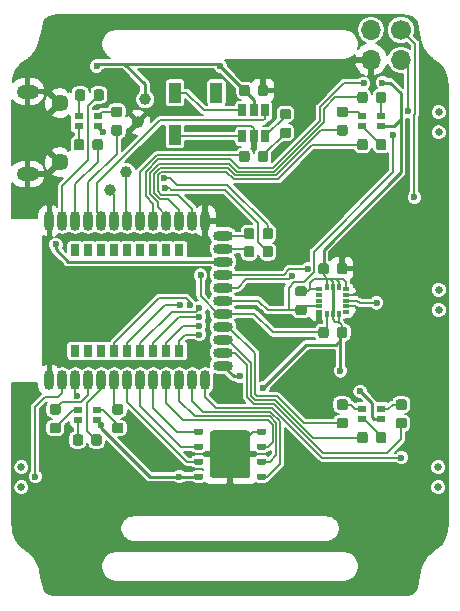
<source format=gtl>
G04 #@! TF.GenerationSoftware,KiCad,Pcbnew,(6.0.0-rc1-dev-332-g00d912f0b)*
G04 #@! TF.CreationDate,2018-09-23T23:35:21+02:00*
G04 #@! TF.ProjectId,xilwatch2,78696C7761746368322E6B696361645F,rev?*
G04 #@! TF.SameCoordinates,Original*
G04 #@! TF.FileFunction,Copper,L1,Top,Signal*
G04 #@! TF.FilePolarity,Positive*
%FSLAX46Y46*%
G04 Gerber Fmt 4.6, Leading zero omitted, Abs format (unit mm)*
G04 Created by KiCad (PCBNEW (6.0.0-rc1-dev-332-g00d912f0b)) date 09/23/18 23:35:21*
%MOMM*%
%LPD*%
G01*
G04 APERTURE LIST*
G04 #@! TA.AperFunction,ComponentPad*
%ADD10C,1.700000*%
G04 #@! TD*
G04 #@! TA.AperFunction,ComponentPad*
%ADD11O,1.700000X1.700000*%
G04 #@! TD*
G04 #@! TA.AperFunction,Conductor*
%ADD12C,0.100000*%
G04 #@! TD*
G04 #@! TA.AperFunction,SMDPad,CuDef*
%ADD13C,0.875000*%
G04 #@! TD*
G04 #@! TA.AperFunction,SMDPad,CuDef*
%ADD14R,0.800000X1.000000*%
G04 #@! TD*
G04 #@! TA.AperFunction,SMDPad,CuDef*
%ADD15O,1.700000X0.850000*%
G04 #@! TD*
G04 #@! TA.AperFunction,SMDPad,CuDef*
%ADD16O,0.850000X1.700000*%
G04 #@! TD*
G04 #@! TA.AperFunction,SMDPad,CuDef*
%ADD17R,0.650000X1.060000*%
G04 #@! TD*
G04 #@! TA.AperFunction,SMDPad,CuDef*
%ADD18R,0.350000X0.600000*%
G04 #@! TD*
G04 #@! TA.AperFunction,SMDPad,CuDef*
%ADD19R,0.600000X0.350000*%
G04 #@! TD*
G04 #@! TA.AperFunction,SMDPad,CuDef*
%ADD20R,0.800000X0.600000*%
G04 #@! TD*
G04 #@! TA.AperFunction,ComponentPad*
%ADD21C,1.450000*%
G04 #@! TD*
G04 #@! TA.AperFunction,ComponentPad*
%ADD22O,1.900000X1.200000*%
G04 #@! TD*
G04 #@! TA.AperFunction,ComponentPad*
%ADD23C,0.650000*%
G04 #@! TD*
G04 #@! TA.AperFunction,SMDPad,CuDef*
%ADD24C,0.500000*%
G04 #@! TD*
G04 #@! TA.AperFunction,SMDPad,CuDef*
%ADD25C,3.400000*%
G04 #@! TD*
G04 #@! TA.AperFunction,SMDPad,CuDef*
%ADD26R,1.000000X1.700000*%
G04 #@! TD*
G04 #@! TA.AperFunction,BGAPad,CuDef*
%ADD27C,1.000000*%
G04 #@! TD*
G04 #@! TA.AperFunction,ViaPad*
%ADD28C,0.600000*%
G04 #@! TD*
G04 #@! TA.AperFunction,Conductor*
%ADD29C,0.160000*%
G04 #@! TD*
G04 #@! TA.AperFunction,Conductor*
%ADD30C,0.250000*%
G04 #@! TD*
G04 #@! TA.AperFunction,Conductor*
%ADD31C,0.200000*%
G04 #@! TD*
G04 APERTURE END LIST*
D10*
G04 #@! TO.P,X1,4*
G04 #@! TO.N,/I2C_SDA*
X178470000Y-65880000D03*
D11*
G04 #@! TO.P,X1,3*
G04 #@! TO.N,/I2C_SCL*
X178470000Y-68420000D03*
G04 #@! TO.P,X1,1*
G04 #@! TO.N,VDD*
X175930000Y-65880000D03*
G04 #@! TO.P,X1,2*
G04 #@! TO.N,GND*
X175930000Y-68420000D03*
G04 #@! TD*
D12*
G04 #@! TO.N,Net-(R2-Pad2)*
G04 #@! TO.C,R2*
G36*
X165852691Y-84188553D02*
X165873926Y-84191703D01*
X165894750Y-84196919D01*
X165914962Y-84204151D01*
X165934368Y-84213330D01*
X165952781Y-84224366D01*
X165970024Y-84237154D01*
X165985930Y-84251570D01*
X166000346Y-84267476D01*
X166013134Y-84284719D01*
X166024170Y-84303132D01*
X166033349Y-84322538D01*
X166040581Y-84342750D01*
X166045797Y-84363574D01*
X166048947Y-84384809D01*
X166050000Y-84406250D01*
X166050000Y-84918750D01*
X166048947Y-84940191D01*
X166045797Y-84961426D01*
X166040581Y-84982250D01*
X166033349Y-85002462D01*
X166024170Y-85021868D01*
X166013134Y-85040281D01*
X166000346Y-85057524D01*
X165985930Y-85073430D01*
X165970024Y-85087846D01*
X165952781Y-85100634D01*
X165934368Y-85111670D01*
X165914962Y-85120849D01*
X165894750Y-85128081D01*
X165873926Y-85133297D01*
X165852691Y-85136447D01*
X165831250Y-85137500D01*
X165393750Y-85137500D01*
X165372309Y-85136447D01*
X165351074Y-85133297D01*
X165330250Y-85128081D01*
X165310038Y-85120849D01*
X165290632Y-85111670D01*
X165272219Y-85100634D01*
X165254976Y-85087846D01*
X165239070Y-85073430D01*
X165224654Y-85057524D01*
X165211866Y-85040281D01*
X165200830Y-85021868D01*
X165191651Y-85002462D01*
X165184419Y-84982250D01*
X165179203Y-84961426D01*
X165176053Y-84940191D01*
X165175000Y-84918750D01*
X165175000Y-84406250D01*
X165176053Y-84384809D01*
X165179203Y-84363574D01*
X165184419Y-84342750D01*
X165191651Y-84322538D01*
X165200830Y-84303132D01*
X165211866Y-84284719D01*
X165224654Y-84267476D01*
X165239070Y-84251570D01*
X165254976Y-84237154D01*
X165272219Y-84224366D01*
X165290632Y-84213330D01*
X165310038Y-84204151D01*
X165330250Y-84196919D01*
X165351074Y-84191703D01*
X165372309Y-84188553D01*
X165393750Y-84187500D01*
X165831250Y-84187500D01*
X165852691Y-84188553D01*
X165852691Y-84188553D01*
G37*
D13*
G04 #@! TD*
G04 #@! TO.P,R2,2*
G04 #@! TO.N,Net-(R2-Pad2)*
X165612500Y-84662500D03*
D12*
G04 #@! TO.N,/USB_D-*
G04 #@! TO.C,R2*
G36*
X167427691Y-84188553D02*
X167448926Y-84191703D01*
X167469750Y-84196919D01*
X167489962Y-84204151D01*
X167509368Y-84213330D01*
X167527781Y-84224366D01*
X167545024Y-84237154D01*
X167560930Y-84251570D01*
X167575346Y-84267476D01*
X167588134Y-84284719D01*
X167599170Y-84303132D01*
X167608349Y-84322538D01*
X167615581Y-84342750D01*
X167620797Y-84363574D01*
X167623947Y-84384809D01*
X167625000Y-84406250D01*
X167625000Y-84918750D01*
X167623947Y-84940191D01*
X167620797Y-84961426D01*
X167615581Y-84982250D01*
X167608349Y-85002462D01*
X167599170Y-85021868D01*
X167588134Y-85040281D01*
X167575346Y-85057524D01*
X167560930Y-85073430D01*
X167545024Y-85087846D01*
X167527781Y-85100634D01*
X167509368Y-85111670D01*
X167489962Y-85120849D01*
X167469750Y-85128081D01*
X167448926Y-85133297D01*
X167427691Y-85136447D01*
X167406250Y-85137500D01*
X166968750Y-85137500D01*
X166947309Y-85136447D01*
X166926074Y-85133297D01*
X166905250Y-85128081D01*
X166885038Y-85120849D01*
X166865632Y-85111670D01*
X166847219Y-85100634D01*
X166829976Y-85087846D01*
X166814070Y-85073430D01*
X166799654Y-85057524D01*
X166786866Y-85040281D01*
X166775830Y-85021868D01*
X166766651Y-85002462D01*
X166759419Y-84982250D01*
X166754203Y-84961426D01*
X166751053Y-84940191D01*
X166750000Y-84918750D01*
X166750000Y-84406250D01*
X166751053Y-84384809D01*
X166754203Y-84363574D01*
X166759419Y-84342750D01*
X166766651Y-84322538D01*
X166775830Y-84303132D01*
X166786866Y-84284719D01*
X166799654Y-84267476D01*
X166814070Y-84251570D01*
X166829976Y-84237154D01*
X166847219Y-84224366D01*
X166865632Y-84213330D01*
X166885038Y-84204151D01*
X166905250Y-84196919D01*
X166926074Y-84191703D01*
X166947309Y-84188553D01*
X166968750Y-84187500D01*
X167406250Y-84187500D01*
X167427691Y-84188553D01*
X167427691Y-84188553D01*
G37*
D13*
G04 #@! TD*
G04 #@! TO.P,R2,1*
G04 #@! TO.N,/USB_D-*
X167187500Y-84662500D03*
D12*
G04 #@! TO.N,Net-(R1-Pad2)*
G04 #@! TO.C,R1*
G36*
X165852691Y-82663553D02*
X165873926Y-82666703D01*
X165894750Y-82671919D01*
X165914962Y-82679151D01*
X165934368Y-82688330D01*
X165952781Y-82699366D01*
X165970024Y-82712154D01*
X165985930Y-82726570D01*
X166000346Y-82742476D01*
X166013134Y-82759719D01*
X166024170Y-82778132D01*
X166033349Y-82797538D01*
X166040581Y-82817750D01*
X166045797Y-82838574D01*
X166048947Y-82859809D01*
X166050000Y-82881250D01*
X166050000Y-83393750D01*
X166048947Y-83415191D01*
X166045797Y-83436426D01*
X166040581Y-83457250D01*
X166033349Y-83477462D01*
X166024170Y-83496868D01*
X166013134Y-83515281D01*
X166000346Y-83532524D01*
X165985930Y-83548430D01*
X165970024Y-83562846D01*
X165952781Y-83575634D01*
X165934368Y-83586670D01*
X165914962Y-83595849D01*
X165894750Y-83603081D01*
X165873926Y-83608297D01*
X165852691Y-83611447D01*
X165831250Y-83612500D01*
X165393750Y-83612500D01*
X165372309Y-83611447D01*
X165351074Y-83608297D01*
X165330250Y-83603081D01*
X165310038Y-83595849D01*
X165290632Y-83586670D01*
X165272219Y-83575634D01*
X165254976Y-83562846D01*
X165239070Y-83548430D01*
X165224654Y-83532524D01*
X165211866Y-83515281D01*
X165200830Y-83496868D01*
X165191651Y-83477462D01*
X165184419Y-83457250D01*
X165179203Y-83436426D01*
X165176053Y-83415191D01*
X165175000Y-83393750D01*
X165175000Y-82881250D01*
X165176053Y-82859809D01*
X165179203Y-82838574D01*
X165184419Y-82817750D01*
X165191651Y-82797538D01*
X165200830Y-82778132D01*
X165211866Y-82759719D01*
X165224654Y-82742476D01*
X165239070Y-82726570D01*
X165254976Y-82712154D01*
X165272219Y-82699366D01*
X165290632Y-82688330D01*
X165310038Y-82679151D01*
X165330250Y-82671919D01*
X165351074Y-82666703D01*
X165372309Y-82663553D01*
X165393750Y-82662500D01*
X165831250Y-82662500D01*
X165852691Y-82663553D01*
X165852691Y-82663553D01*
G37*
D13*
G04 #@! TD*
G04 #@! TO.P,R1,2*
G04 #@! TO.N,Net-(R1-Pad2)*
X165612500Y-83137500D03*
D12*
G04 #@! TO.N,/USB_D+*
G04 #@! TO.C,R1*
G36*
X167427691Y-82663553D02*
X167448926Y-82666703D01*
X167469750Y-82671919D01*
X167489962Y-82679151D01*
X167509368Y-82688330D01*
X167527781Y-82699366D01*
X167545024Y-82712154D01*
X167560930Y-82726570D01*
X167575346Y-82742476D01*
X167588134Y-82759719D01*
X167599170Y-82778132D01*
X167608349Y-82797538D01*
X167615581Y-82817750D01*
X167620797Y-82838574D01*
X167623947Y-82859809D01*
X167625000Y-82881250D01*
X167625000Y-83393750D01*
X167623947Y-83415191D01*
X167620797Y-83436426D01*
X167615581Y-83457250D01*
X167608349Y-83477462D01*
X167599170Y-83496868D01*
X167588134Y-83515281D01*
X167575346Y-83532524D01*
X167560930Y-83548430D01*
X167545024Y-83562846D01*
X167527781Y-83575634D01*
X167509368Y-83586670D01*
X167489962Y-83595849D01*
X167469750Y-83603081D01*
X167448926Y-83608297D01*
X167427691Y-83611447D01*
X167406250Y-83612500D01*
X166968750Y-83612500D01*
X166947309Y-83611447D01*
X166926074Y-83608297D01*
X166905250Y-83603081D01*
X166885038Y-83595849D01*
X166865632Y-83586670D01*
X166847219Y-83575634D01*
X166829976Y-83562846D01*
X166814070Y-83548430D01*
X166799654Y-83532524D01*
X166786866Y-83515281D01*
X166775830Y-83496868D01*
X166766651Y-83477462D01*
X166759419Y-83457250D01*
X166754203Y-83436426D01*
X166751053Y-83415191D01*
X166750000Y-83393750D01*
X166750000Y-82881250D01*
X166751053Y-82859809D01*
X166754203Y-82838574D01*
X166759419Y-82817750D01*
X166766651Y-82797538D01*
X166775830Y-82778132D01*
X166786866Y-82759719D01*
X166799654Y-82742476D01*
X166814070Y-82726570D01*
X166829976Y-82712154D01*
X166847219Y-82699366D01*
X166865632Y-82688330D01*
X166885038Y-82679151D01*
X166905250Y-82671919D01*
X166926074Y-82666703D01*
X166947309Y-82663553D01*
X166968750Y-82662500D01*
X167406250Y-82662500D01*
X167427691Y-82663553D01*
X167427691Y-82663553D01*
G37*
D13*
G04 #@! TD*
G04 #@! TO.P,R1,1*
G04 #@! TO.N,/USB_D+*
X167187500Y-83137500D03*
D14*
G04 #@! TO.P,U2,31*
G04 #@! TO.N,Net-(U2-Pad31)*
X159700000Y-84550000D03*
G04 #@! TO.P,U2,30*
G04 #@! TO.N,Net-(U2-Pad30)*
X158600000Y-84550000D03*
G04 #@! TO.P,U2,29*
G04 #@! TO.N,Net-(U2-Pad29)*
X157500000Y-84550000D03*
G04 #@! TO.P,U2,28*
G04 #@! TO.N,Net-(U2-Pad28)*
X156400000Y-84550000D03*
G04 #@! TO.P,U2,27*
G04 #@! TO.N,Net-(U2-Pad27)*
X155300000Y-84550000D03*
G04 #@! TO.P,U2,26*
G04 #@! TO.N,Net-(U2-Pad26)*
X154200000Y-84550000D03*
G04 #@! TO.P,U2,25*
G04 #@! TO.N,Net-(U2-Pad25)*
X153100000Y-84550000D03*
G04 #@! TO.P,U2,24*
G04 #@! TO.N,Net-(U2-Pad24)*
X152000000Y-84550000D03*
G04 #@! TO.P,U2,23*
G04 #@! TO.N,Net-(U2-Pad23)*
X150900000Y-84550000D03*
G04 #@! TO.P,U2,14*
G04 #@! TO.N,Net-(U2-Pad14)*
X150900000Y-93050000D03*
G04 #@! TO.P,U2,15*
G04 #@! TO.N,Net-(U2-Pad15)*
X152000000Y-93050000D03*
G04 #@! TO.P,U2,16*
G04 #@! TO.N,Net-(U2-Pad16)*
X153100000Y-93050000D03*
G04 #@! TO.P,U2,17*
G04 #@! TO.N,/EINK_SCK*
X154200000Y-93050000D03*
G04 #@! TO.P,U2,18*
G04 #@! TO.N,/EINK_MOSI*
X155300000Y-93050000D03*
G04 #@! TO.P,U2,19*
G04 #@! TO.N,/EINK_CS*
X156400000Y-93050000D03*
G04 #@! TO.P,U2,20*
G04 #@! TO.N,/EINK_DC*
X157500000Y-93050000D03*
G04 #@! TO.P,U2,21*
G04 #@! TO.N,/EINK_RESET*
X158600000Y-93050000D03*
G04 #@! TO.P,U2,22*
G04 #@! TO.N,/EINK_BUSY*
X159700000Y-93050000D03*
D15*
G04 #@! TO.P,U2,55*
G04 #@! TO.N,VDD*
X163400000Y-94300000D03*
G04 #@! TO.P,U2,54*
G04 #@! TO.N,/LED4_B*
X163400000Y-93200000D03*
G04 #@! TO.P,U2,53*
G04 #@! TO.N,/LED4_R*
X163400000Y-92100000D03*
G04 #@! TO.P,U2,52*
G04 #@! TO.N,/LED4_G*
X163400000Y-91000000D03*
G04 #@! TO.P,U2,51*
G04 #@! TO.N,/I2C_SDA*
X163400000Y-89900000D03*
G04 #@! TO.P,U2,50*
G04 #@! TO.N,/I2C_SCL*
X163400000Y-88800000D03*
G04 #@! TO.P,U2,49*
G04 #@! TO.N,/ACCEL_INT*
X163400000Y-87700000D03*
G04 #@! TO.P,U2,48*
G04 #@! TO.N,/BTN_SELECT*
X163400000Y-86600000D03*
G04 #@! TO.P,U2,47*
G04 #@! TO.N,VBUS*
X163400000Y-85500000D03*
G04 #@! TO.P,U2,46*
G04 #@! TO.N,Net-(R2-Pad2)*
X163400000Y-84400000D03*
G04 #@! TO.P,U2,45*
G04 #@! TO.N,Net-(R1-Pad2)*
X163400000Y-83300000D03*
D16*
G04 #@! TO.P,U2,44*
G04 #@! TO.N,GND*
X161900000Y-82050000D03*
G04 #@! TO.P,U2,43*
G04 #@! TO.N,/LED2_R*
X160800000Y-82050000D03*
G04 #@! TO.P,U2,42*
G04 #@! TO.N,/LED2_G*
X159700000Y-82050000D03*
G04 #@! TO.P,U2,41*
G04 #@! TO.N,/LED2_B*
X158600000Y-82050000D03*
G04 #@! TO.P,U2,40*
G04 #@! TO.N,/BTN_UP*
X157500000Y-82050000D03*
G04 #@! TO.P,U2,39*
G04 #@! TO.N,/SPEAKER*
X156400000Y-82050000D03*
G04 #@! TO.P,U2,38*
G04 #@! TO.N,/SWDIO*
X155300000Y-82050000D03*
G04 #@! TO.P,U2,37*
G04 #@! TO.N,/SWDCLK*
X154200000Y-82050000D03*
G04 #@! TO.P,U2,36*
G04 #@! TO.N,/SPEAKER_SD*
X153100000Y-82050000D03*
G04 #@! TO.P,U2,35*
G04 #@! TO.N,/LED1_B*
X152000000Y-82050000D03*
G04 #@! TO.P,U2,34*
G04 #@! TO.N,/LED1_R*
X150900000Y-82050000D03*
G04 #@! TO.P,U2,33*
G04 #@! TO.N,/LED1_G*
X149800000Y-82050000D03*
G04 #@! TO.P,U2,32*
G04 #@! TO.N,GND*
X148700000Y-82050000D03*
G04 #@! TO.P,U2,13*
G04 #@! TO.N,/BTN_DOWN*
X161900000Y-95550000D03*
G04 #@! TO.P,U2,12*
G04 #@! TO.N,/QSPI_CS*
X160800000Y-95550000D03*
G04 #@! TO.P,U2,11*
G04 #@! TO.N,/QSPI_IO1*
X159700000Y-95550000D03*
G04 #@! TO.P,U2,10*
G04 #@! TO.N,/QSPI_IO2*
X158600000Y-95550000D03*
G04 #@! TO.P,U2,9*
G04 #@! TO.N,/QSPI_IO0*
X157500000Y-95550000D03*
G04 #@! TO.P,U2,8*
G04 #@! TO.N,/QSPI_CLK*
X156400000Y-95550000D03*
G04 #@! TO.P,U2,7*
G04 #@! TO.N,/QSPI_IO3*
X155300000Y-95550000D03*
G04 #@! TO.P,U2,6*
G04 #@! TO.N,/LED3_B*
X154200000Y-95550000D03*
G04 #@! TO.P,U2,5*
G04 #@! TO.N,/LED3_R*
X153100000Y-95550000D03*
G04 #@! TO.P,U2,4*
G04 #@! TO.N,/LED3_G*
X152000000Y-95550000D03*
G04 #@! TO.P,U2,3*
G04 #@! TO.N,/VIBRATOR*
X150900000Y-95550000D03*
G04 #@! TO.P,U2,2*
G04 #@! TO.N,/BTN_BACK*
X149800000Y-95550000D03*
G04 #@! TO.P,U2,1*
G04 #@! TO.N,GND*
X148700000Y-95550000D03*
G04 #@! TD*
D12*
G04 #@! TO.N,VDD*
G04 #@! TO.C,R7*
G36*
X173727691Y-91026053D02*
X173748926Y-91029203D01*
X173769750Y-91034419D01*
X173789962Y-91041651D01*
X173809368Y-91050830D01*
X173827781Y-91061866D01*
X173845024Y-91074654D01*
X173860930Y-91089070D01*
X173875346Y-91104976D01*
X173888134Y-91122219D01*
X173899170Y-91140632D01*
X173908349Y-91160038D01*
X173915581Y-91180250D01*
X173920797Y-91201074D01*
X173923947Y-91222309D01*
X173925000Y-91243750D01*
X173925000Y-91756250D01*
X173923947Y-91777691D01*
X173920797Y-91798926D01*
X173915581Y-91819750D01*
X173908349Y-91839962D01*
X173899170Y-91859368D01*
X173888134Y-91877781D01*
X173875346Y-91895024D01*
X173860930Y-91910930D01*
X173845024Y-91925346D01*
X173827781Y-91938134D01*
X173809368Y-91949170D01*
X173789962Y-91958349D01*
X173769750Y-91965581D01*
X173748926Y-91970797D01*
X173727691Y-91973947D01*
X173706250Y-91975000D01*
X173268750Y-91975000D01*
X173247309Y-91973947D01*
X173226074Y-91970797D01*
X173205250Y-91965581D01*
X173185038Y-91958349D01*
X173165632Y-91949170D01*
X173147219Y-91938134D01*
X173129976Y-91925346D01*
X173114070Y-91910930D01*
X173099654Y-91895024D01*
X173086866Y-91877781D01*
X173075830Y-91859368D01*
X173066651Y-91839962D01*
X173059419Y-91819750D01*
X173054203Y-91798926D01*
X173051053Y-91777691D01*
X173050000Y-91756250D01*
X173050000Y-91243750D01*
X173051053Y-91222309D01*
X173054203Y-91201074D01*
X173059419Y-91180250D01*
X173066651Y-91160038D01*
X173075830Y-91140632D01*
X173086866Y-91122219D01*
X173099654Y-91104976D01*
X173114070Y-91089070D01*
X173129976Y-91074654D01*
X173147219Y-91061866D01*
X173165632Y-91050830D01*
X173185038Y-91041651D01*
X173205250Y-91034419D01*
X173226074Y-91029203D01*
X173247309Y-91026053D01*
X173268750Y-91025000D01*
X173706250Y-91025000D01*
X173727691Y-91026053D01*
X173727691Y-91026053D01*
G37*
D13*
G04 #@! TD*
G04 #@! TO.P,R7,1*
G04 #@! TO.N,VDD*
X173487500Y-91500000D03*
D12*
G04 #@! TO.N,/I2C_SDA*
G04 #@! TO.C,R7*
G36*
X172152691Y-91026053D02*
X172173926Y-91029203D01*
X172194750Y-91034419D01*
X172214962Y-91041651D01*
X172234368Y-91050830D01*
X172252781Y-91061866D01*
X172270024Y-91074654D01*
X172285930Y-91089070D01*
X172300346Y-91104976D01*
X172313134Y-91122219D01*
X172324170Y-91140632D01*
X172333349Y-91160038D01*
X172340581Y-91180250D01*
X172345797Y-91201074D01*
X172348947Y-91222309D01*
X172350000Y-91243750D01*
X172350000Y-91756250D01*
X172348947Y-91777691D01*
X172345797Y-91798926D01*
X172340581Y-91819750D01*
X172333349Y-91839962D01*
X172324170Y-91859368D01*
X172313134Y-91877781D01*
X172300346Y-91895024D01*
X172285930Y-91910930D01*
X172270024Y-91925346D01*
X172252781Y-91938134D01*
X172234368Y-91949170D01*
X172214962Y-91958349D01*
X172194750Y-91965581D01*
X172173926Y-91970797D01*
X172152691Y-91973947D01*
X172131250Y-91975000D01*
X171693750Y-91975000D01*
X171672309Y-91973947D01*
X171651074Y-91970797D01*
X171630250Y-91965581D01*
X171610038Y-91958349D01*
X171590632Y-91949170D01*
X171572219Y-91938134D01*
X171554976Y-91925346D01*
X171539070Y-91910930D01*
X171524654Y-91895024D01*
X171511866Y-91877781D01*
X171500830Y-91859368D01*
X171491651Y-91839962D01*
X171484419Y-91819750D01*
X171479203Y-91798926D01*
X171476053Y-91777691D01*
X171475000Y-91756250D01*
X171475000Y-91243750D01*
X171476053Y-91222309D01*
X171479203Y-91201074D01*
X171484419Y-91180250D01*
X171491651Y-91160038D01*
X171500830Y-91140632D01*
X171511866Y-91122219D01*
X171524654Y-91104976D01*
X171539070Y-91089070D01*
X171554976Y-91074654D01*
X171572219Y-91061866D01*
X171590632Y-91050830D01*
X171610038Y-91041651D01*
X171630250Y-91034419D01*
X171651074Y-91029203D01*
X171672309Y-91026053D01*
X171693750Y-91025000D01*
X172131250Y-91025000D01*
X172152691Y-91026053D01*
X172152691Y-91026053D01*
G37*
D13*
G04 #@! TD*
G04 #@! TO.P,R7,2*
G04 #@! TO.N,/I2C_SDA*
X171912500Y-91500000D03*
D12*
G04 #@! TO.N,/I2C_SCL*
G04 #@! TO.C,R6*
G36*
X170277691Y-89151053D02*
X170298926Y-89154203D01*
X170319750Y-89159419D01*
X170339962Y-89166651D01*
X170359368Y-89175830D01*
X170377781Y-89186866D01*
X170395024Y-89199654D01*
X170410930Y-89214070D01*
X170425346Y-89229976D01*
X170438134Y-89247219D01*
X170449170Y-89265632D01*
X170458349Y-89285038D01*
X170465581Y-89305250D01*
X170470797Y-89326074D01*
X170473947Y-89347309D01*
X170475000Y-89368750D01*
X170475000Y-89806250D01*
X170473947Y-89827691D01*
X170470797Y-89848926D01*
X170465581Y-89869750D01*
X170458349Y-89889962D01*
X170449170Y-89909368D01*
X170438134Y-89927781D01*
X170425346Y-89945024D01*
X170410930Y-89960930D01*
X170395024Y-89975346D01*
X170377781Y-89988134D01*
X170359368Y-89999170D01*
X170339962Y-90008349D01*
X170319750Y-90015581D01*
X170298926Y-90020797D01*
X170277691Y-90023947D01*
X170256250Y-90025000D01*
X169743750Y-90025000D01*
X169722309Y-90023947D01*
X169701074Y-90020797D01*
X169680250Y-90015581D01*
X169660038Y-90008349D01*
X169640632Y-89999170D01*
X169622219Y-89988134D01*
X169604976Y-89975346D01*
X169589070Y-89960930D01*
X169574654Y-89945024D01*
X169561866Y-89927781D01*
X169550830Y-89909368D01*
X169541651Y-89889962D01*
X169534419Y-89869750D01*
X169529203Y-89848926D01*
X169526053Y-89827691D01*
X169525000Y-89806250D01*
X169525000Y-89368750D01*
X169526053Y-89347309D01*
X169529203Y-89326074D01*
X169534419Y-89305250D01*
X169541651Y-89285038D01*
X169550830Y-89265632D01*
X169561866Y-89247219D01*
X169574654Y-89229976D01*
X169589070Y-89214070D01*
X169604976Y-89199654D01*
X169622219Y-89186866D01*
X169640632Y-89175830D01*
X169660038Y-89166651D01*
X169680250Y-89159419D01*
X169701074Y-89154203D01*
X169722309Y-89151053D01*
X169743750Y-89150000D01*
X170256250Y-89150000D01*
X170277691Y-89151053D01*
X170277691Y-89151053D01*
G37*
D13*
G04 #@! TD*
G04 #@! TO.P,R6,2*
G04 #@! TO.N,/I2C_SCL*
X170000000Y-89587500D03*
D12*
G04 #@! TO.N,VDD*
G04 #@! TO.C,R6*
G36*
X170277691Y-87576053D02*
X170298926Y-87579203D01*
X170319750Y-87584419D01*
X170339962Y-87591651D01*
X170359368Y-87600830D01*
X170377781Y-87611866D01*
X170395024Y-87624654D01*
X170410930Y-87639070D01*
X170425346Y-87654976D01*
X170438134Y-87672219D01*
X170449170Y-87690632D01*
X170458349Y-87710038D01*
X170465581Y-87730250D01*
X170470797Y-87751074D01*
X170473947Y-87772309D01*
X170475000Y-87793750D01*
X170475000Y-88231250D01*
X170473947Y-88252691D01*
X170470797Y-88273926D01*
X170465581Y-88294750D01*
X170458349Y-88314962D01*
X170449170Y-88334368D01*
X170438134Y-88352781D01*
X170425346Y-88370024D01*
X170410930Y-88385930D01*
X170395024Y-88400346D01*
X170377781Y-88413134D01*
X170359368Y-88424170D01*
X170339962Y-88433349D01*
X170319750Y-88440581D01*
X170298926Y-88445797D01*
X170277691Y-88448947D01*
X170256250Y-88450000D01*
X169743750Y-88450000D01*
X169722309Y-88448947D01*
X169701074Y-88445797D01*
X169680250Y-88440581D01*
X169660038Y-88433349D01*
X169640632Y-88424170D01*
X169622219Y-88413134D01*
X169604976Y-88400346D01*
X169589070Y-88385930D01*
X169574654Y-88370024D01*
X169561866Y-88352781D01*
X169550830Y-88334368D01*
X169541651Y-88314962D01*
X169534419Y-88294750D01*
X169529203Y-88273926D01*
X169526053Y-88252691D01*
X169525000Y-88231250D01*
X169525000Y-87793750D01*
X169526053Y-87772309D01*
X169529203Y-87751074D01*
X169534419Y-87730250D01*
X169541651Y-87710038D01*
X169550830Y-87690632D01*
X169561866Y-87672219D01*
X169574654Y-87654976D01*
X169589070Y-87639070D01*
X169604976Y-87624654D01*
X169622219Y-87611866D01*
X169640632Y-87600830D01*
X169660038Y-87591651D01*
X169680250Y-87584419D01*
X169701074Y-87579203D01*
X169722309Y-87576053D01*
X169743750Y-87575000D01*
X170256250Y-87575000D01*
X170277691Y-87576053D01*
X170277691Y-87576053D01*
G37*
D13*
G04 #@! TD*
G04 #@! TO.P,R6,1*
G04 #@! TO.N,VDD*
X170000000Y-88012500D03*
D12*
G04 #@! TO.N,/LED1_G*
G04 #@! TO.C,R9*
G36*
X153127691Y-70926053D02*
X153148926Y-70929203D01*
X153169750Y-70934419D01*
X153189962Y-70941651D01*
X153209368Y-70950830D01*
X153227781Y-70961866D01*
X153245024Y-70974654D01*
X153260930Y-70989070D01*
X153275346Y-71004976D01*
X153288134Y-71022219D01*
X153299170Y-71040632D01*
X153308349Y-71060038D01*
X153315581Y-71080250D01*
X153320797Y-71101074D01*
X153323947Y-71122309D01*
X153325000Y-71143750D01*
X153325000Y-71656250D01*
X153323947Y-71677691D01*
X153320797Y-71698926D01*
X153315581Y-71719750D01*
X153308349Y-71739962D01*
X153299170Y-71759368D01*
X153288134Y-71777781D01*
X153275346Y-71795024D01*
X153260930Y-71810930D01*
X153245024Y-71825346D01*
X153227781Y-71838134D01*
X153209368Y-71849170D01*
X153189962Y-71858349D01*
X153169750Y-71865581D01*
X153148926Y-71870797D01*
X153127691Y-71873947D01*
X153106250Y-71875000D01*
X152668750Y-71875000D01*
X152647309Y-71873947D01*
X152626074Y-71870797D01*
X152605250Y-71865581D01*
X152585038Y-71858349D01*
X152565632Y-71849170D01*
X152547219Y-71838134D01*
X152529976Y-71825346D01*
X152514070Y-71810930D01*
X152499654Y-71795024D01*
X152486866Y-71777781D01*
X152475830Y-71759368D01*
X152466651Y-71739962D01*
X152459419Y-71719750D01*
X152454203Y-71698926D01*
X152451053Y-71677691D01*
X152450000Y-71656250D01*
X152450000Y-71143750D01*
X152451053Y-71122309D01*
X152454203Y-71101074D01*
X152459419Y-71080250D01*
X152466651Y-71060038D01*
X152475830Y-71040632D01*
X152486866Y-71022219D01*
X152499654Y-71004976D01*
X152514070Y-70989070D01*
X152529976Y-70974654D01*
X152547219Y-70961866D01*
X152565632Y-70950830D01*
X152585038Y-70941651D01*
X152605250Y-70934419D01*
X152626074Y-70929203D01*
X152647309Y-70926053D01*
X152668750Y-70925000D01*
X153106250Y-70925000D01*
X153127691Y-70926053D01*
X153127691Y-70926053D01*
G37*
D13*
G04 #@! TD*
G04 #@! TO.P,R9,1*
G04 #@! TO.N,/LED1_G*
X152887500Y-71400000D03*
D12*
G04 #@! TO.N,Net-(D6-Pad2)*
G04 #@! TO.C,R9*
G36*
X151552691Y-70926053D02*
X151573926Y-70929203D01*
X151594750Y-70934419D01*
X151614962Y-70941651D01*
X151634368Y-70950830D01*
X151652781Y-70961866D01*
X151670024Y-70974654D01*
X151685930Y-70989070D01*
X151700346Y-71004976D01*
X151713134Y-71022219D01*
X151724170Y-71040632D01*
X151733349Y-71060038D01*
X151740581Y-71080250D01*
X151745797Y-71101074D01*
X151748947Y-71122309D01*
X151750000Y-71143750D01*
X151750000Y-71656250D01*
X151748947Y-71677691D01*
X151745797Y-71698926D01*
X151740581Y-71719750D01*
X151733349Y-71739962D01*
X151724170Y-71759368D01*
X151713134Y-71777781D01*
X151700346Y-71795024D01*
X151685930Y-71810930D01*
X151670024Y-71825346D01*
X151652781Y-71838134D01*
X151634368Y-71849170D01*
X151614962Y-71858349D01*
X151594750Y-71865581D01*
X151573926Y-71870797D01*
X151552691Y-71873947D01*
X151531250Y-71875000D01*
X151093750Y-71875000D01*
X151072309Y-71873947D01*
X151051074Y-71870797D01*
X151030250Y-71865581D01*
X151010038Y-71858349D01*
X150990632Y-71849170D01*
X150972219Y-71838134D01*
X150954976Y-71825346D01*
X150939070Y-71810930D01*
X150924654Y-71795024D01*
X150911866Y-71777781D01*
X150900830Y-71759368D01*
X150891651Y-71739962D01*
X150884419Y-71719750D01*
X150879203Y-71698926D01*
X150876053Y-71677691D01*
X150875000Y-71656250D01*
X150875000Y-71143750D01*
X150876053Y-71122309D01*
X150879203Y-71101074D01*
X150884419Y-71080250D01*
X150891651Y-71060038D01*
X150900830Y-71040632D01*
X150911866Y-71022219D01*
X150924654Y-71004976D01*
X150939070Y-70989070D01*
X150954976Y-70974654D01*
X150972219Y-70961866D01*
X150990632Y-70950830D01*
X151010038Y-70941651D01*
X151030250Y-70934419D01*
X151051074Y-70929203D01*
X151072309Y-70926053D01*
X151093750Y-70925000D01*
X151531250Y-70925000D01*
X151552691Y-70926053D01*
X151552691Y-70926053D01*
G37*
D13*
G04 #@! TD*
G04 #@! TO.P,R9,2*
G04 #@! TO.N,Net-(D6-Pad2)*
X151312500Y-71400000D03*
D12*
G04 #@! TO.N,Net-(D6-Pad1)*
G04 #@! TO.C,R8*
G36*
X151452691Y-75126053D02*
X151473926Y-75129203D01*
X151494750Y-75134419D01*
X151514962Y-75141651D01*
X151534368Y-75150830D01*
X151552781Y-75161866D01*
X151570024Y-75174654D01*
X151585930Y-75189070D01*
X151600346Y-75204976D01*
X151613134Y-75222219D01*
X151624170Y-75240632D01*
X151633349Y-75260038D01*
X151640581Y-75280250D01*
X151645797Y-75301074D01*
X151648947Y-75322309D01*
X151650000Y-75343750D01*
X151650000Y-75856250D01*
X151648947Y-75877691D01*
X151645797Y-75898926D01*
X151640581Y-75919750D01*
X151633349Y-75939962D01*
X151624170Y-75959368D01*
X151613134Y-75977781D01*
X151600346Y-75995024D01*
X151585930Y-76010930D01*
X151570024Y-76025346D01*
X151552781Y-76038134D01*
X151534368Y-76049170D01*
X151514962Y-76058349D01*
X151494750Y-76065581D01*
X151473926Y-76070797D01*
X151452691Y-76073947D01*
X151431250Y-76075000D01*
X150993750Y-76075000D01*
X150972309Y-76073947D01*
X150951074Y-76070797D01*
X150930250Y-76065581D01*
X150910038Y-76058349D01*
X150890632Y-76049170D01*
X150872219Y-76038134D01*
X150854976Y-76025346D01*
X150839070Y-76010930D01*
X150824654Y-75995024D01*
X150811866Y-75977781D01*
X150800830Y-75959368D01*
X150791651Y-75939962D01*
X150784419Y-75919750D01*
X150779203Y-75898926D01*
X150776053Y-75877691D01*
X150775000Y-75856250D01*
X150775000Y-75343750D01*
X150776053Y-75322309D01*
X150779203Y-75301074D01*
X150784419Y-75280250D01*
X150791651Y-75260038D01*
X150800830Y-75240632D01*
X150811866Y-75222219D01*
X150824654Y-75204976D01*
X150839070Y-75189070D01*
X150854976Y-75174654D01*
X150872219Y-75161866D01*
X150890632Y-75150830D01*
X150910038Y-75141651D01*
X150930250Y-75134419D01*
X150951074Y-75129203D01*
X150972309Y-75126053D01*
X150993750Y-75125000D01*
X151431250Y-75125000D01*
X151452691Y-75126053D01*
X151452691Y-75126053D01*
G37*
D13*
G04 #@! TD*
G04 #@! TO.P,R8,2*
G04 #@! TO.N,Net-(D6-Pad1)*
X151212500Y-75600000D03*
D12*
G04 #@! TO.N,/LED1_R*
G04 #@! TO.C,R8*
G36*
X153027691Y-75126053D02*
X153048926Y-75129203D01*
X153069750Y-75134419D01*
X153089962Y-75141651D01*
X153109368Y-75150830D01*
X153127781Y-75161866D01*
X153145024Y-75174654D01*
X153160930Y-75189070D01*
X153175346Y-75204976D01*
X153188134Y-75222219D01*
X153199170Y-75240632D01*
X153208349Y-75260038D01*
X153215581Y-75280250D01*
X153220797Y-75301074D01*
X153223947Y-75322309D01*
X153225000Y-75343750D01*
X153225000Y-75856250D01*
X153223947Y-75877691D01*
X153220797Y-75898926D01*
X153215581Y-75919750D01*
X153208349Y-75939962D01*
X153199170Y-75959368D01*
X153188134Y-75977781D01*
X153175346Y-75995024D01*
X153160930Y-76010930D01*
X153145024Y-76025346D01*
X153127781Y-76038134D01*
X153109368Y-76049170D01*
X153089962Y-76058349D01*
X153069750Y-76065581D01*
X153048926Y-76070797D01*
X153027691Y-76073947D01*
X153006250Y-76075000D01*
X152568750Y-76075000D01*
X152547309Y-76073947D01*
X152526074Y-76070797D01*
X152505250Y-76065581D01*
X152485038Y-76058349D01*
X152465632Y-76049170D01*
X152447219Y-76038134D01*
X152429976Y-76025346D01*
X152414070Y-76010930D01*
X152399654Y-75995024D01*
X152386866Y-75977781D01*
X152375830Y-75959368D01*
X152366651Y-75939962D01*
X152359419Y-75919750D01*
X152354203Y-75898926D01*
X152351053Y-75877691D01*
X152350000Y-75856250D01*
X152350000Y-75343750D01*
X152351053Y-75322309D01*
X152354203Y-75301074D01*
X152359419Y-75280250D01*
X152366651Y-75260038D01*
X152375830Y-75240632D01*
X152386866Y-75222219D01*
X152399654Y-75204976D01*
X152414070Y-75189070D01*
X152429976Y-75174654D01*
X152447219Y-75161866D01*
X152465632Y-75150830D01*
X152485038Y-75141651D01*
X152505250Y-75134419D01*
X152526074Y-75129203D01*
X152547309Y-75126053D01*
X152568750Y-75125000D01*
X153006250Y-75125000D01*
X153027691Y-75126053D01*
X153027691Y-75126053D01*
G37*
D13*
G04 #@! TD*
G04 #@! TO.P,R8,1*
G04 #@! TO.N,/LED1_R*
X152787500Y-75600000D03*
D12*
G04 #@! TO.N,/LED2_R*
G04 #@! TO.C,R11*
G36*
X175452691Y-75126053D02*
X175473926Y-75129203D01*
X175494750Y-75134419D01*
X175514962Y-75141651D01*
X175534368Y-75150830D01*
X175552781Y-75161866D01*
X175570024Y-75174654D01*
X175585930Y-75189070D01*
X175600346Y-75204976D01*
X175613134Y-75222219D01*
X175624170Y-75240632D01*
X175633349Y-75260038D01*
X175640581Y-75280250D01*
X175645797Y-75301074D01*
X175648947Y-75322309D01*
X175650000Y-75343750D01*
X175650000Y-75856250D01*
X175648947Y-75877691D01*
X175645797Y-75898926D01*
X175640581Y-75919750D01*
X175633349Y-75939962D01*
X175624170Y-75959368D01*
X175613134Y-75977781D01*
X175600346Y-75995024D01*
X175585930Y-76010930D01*
X175570024Y-76025346D01*
X175552781Y-76038134D01*
X175534368Y-76049170D01*
X175514962Y-76058349D01*
X175494750Y-76065581D01*
X175473926Y-76070797D01*
X175452691Y-76073947D01*
X175431250Y-76075000D01*
X174993750Y-76075000D01*
X174972309Y-76073947D01*
X174951074Y-76070797D01*
X174930250Y-76065581D01*
X174910038Y-76058349D01*
X174890632Y-76049170D01*
X174872219Y-76038134D01*
X174854976Y-76025346D01*
X174839070Y-76010930D01*
X174824654Y-75995024D01*
X174811866Y-75977781D01*
X174800830Y-75959368D01*
X174791651Y-75939962D01*
X174784419Y-75919750D01*
X174779203Y-75898926D01*
X174776053Y-75877691D01*
X174775000Y-75856250D01*
X174775000Y-75343750D01*
X174776053Y-75322309D01*
X174779203Y-75301074D01*
X174784419Y-75280250D01*
X174791651Y-75260038D01*
X174800830Y-75240632D01*
X174811866Y-75222219D01*
X174824654Y-75204976D01*
X174839070Y-75189070D01*
X174854976Y-75174654D01*
X174872219Y-75161866D01*
X174890632Y-75150830D01*
X174910038Y-75141651D01*
X174930250Y-75134419D01*
X174951074Y-75129203D01*
X174972309Y-75126053D01*
X174993750Y-75125000D01*
X175431250Y-75125000D01*
X175452691Y-75126053D01*
X175452691Y-75126053D01*
G37*
D13*
G04 #@! TD*
G04 #@! TO.P,R11,1*
G04 #@! TO.N,/LED2_R*
X175212500Y-75600000D03*
D12*
G04 #@! TO.N,Net-(D7-Pad1)*
G04 #@! TO.C,R11*
G36*
X177027691Y-75126053D02*
X177048926Y-75129203D01*
X177069750Y-75134419D01*
X177089962Y-75141651D01*
X177109368Y-75150830D01*
X177127781Y-75161866D01*
X177145024Y-75174654D01*
X177160930Y-75189070D01*
X177175346Y-75204976D01*
X177188134Y-75222219D01*
X177199170Y-75240632D01*
X177208349Y-75260038D01*
X177215581Y-75280250D01*
X177220797Y-75301074D01*
X177223947Y-75322309D01*
X177225000Y-75343750D01*
X177225000Y-75856250D01*
X177223947Y-75877691D01*
X177220797Y-75898926D01*
X177215581Y-75919750D01*
X177208349Y-75939962D01*
X177199170Y-75959368D01*
X177188134Y-75977781D01*
X177175346Y-75995024D01*
X177160930Y-76010930D01*
X177145024Y-76025346D01*
X177127781Y-76038134D01*
X177109368Y-76049170D01*
X177089962Y-76058349D01*
X177069750Y-76065581D01*
X177048926Y-76070797D01*
X177027691Y-76073947D01*
X177006250Y-76075000D01*
X176568750Y-76075000D01*
X176547309Y-76073947D01*
X176526074Y-76070797D01*
X176505250Y-76065581D01*
X176485038Y-76058349D01*
X176465632Y-76049170D01*
X176447219Y-76038134D01*
X176429976Y-76025346D01*
X176414070Y-76010930D01*
X176399654Y-75995024D01*
X176386866Y-75977781D01*
X176375830Y-75959368D01*
X176366651Y-75939962D01*
X176359419Y-75919750D01*
X176354203Y-75898926D01*
X176351053Y-75877691D01*
X176350000Y-75856250D01*
X176350000Y-75343750D01*
X176351053Y-75322309D01*
X176354203Y-75301074D01*
X176359419Y-75280250D01*
X176366651Y-75260038D01*
X176375830Y-75240632D01*
X176386866Y-75222219D01*
X176399654Y-75204976D01*
X176414070Y-75189070D01*
X176429976Y-75174654D01*
X176447219Y-75161866D01*
X176465632Y-75150830D01*
X176485038Y-75141651D01*
X176505250Y-75134419D01*
X176526074Y-75129203D01*
X176547309Y-75126053D01*
X176568750Y-75125000D01*
X177006250Y-75125000D01*
X177027691Y-75126053D01*
X177027691Y-75126053D01*
G37*
D13*
G04 #@! TD*
G04 #@! TO.P,R11,2*
G04 #@! TO.N,Net-(D7-Pad1)*
X176787500Y-75600000D03*
D12*
G04 #@! TO.N,Net-(C5-Pad2)*
G04 #@! TO.C,R5*
G36*
X168977691Y-74151053D02*
X168998926Y-74154203D01*
X169019750Y-74159419D01*
X169039962Y-74166651D01*
X169059368Y-74175830D01*
X169077781Y-74186866D01*
X169095024Y-74199654D01*
X169110930Y-74214070D01*
X169125346Y-74229976D01*
X169138134Y-74247219D01*
X169149170Y-74265632D01*
X169158349Y-74285038D01*
X169165581Y-74305250D01*
X169170797Y-74326074D01*
X169173947Y-74347309D01*
X169175000Y-74368750D01*
X169175000Y-74806250D01*
X169173947Y-74827691D01*
X169170797Y-74848926D01*
X169165581Y-74869750D01*
X169158349Y-74889962D01*
X169149170Y-74909368D01*
X169138134Y-74927781D01*
X169125346Y-74945024D01*
X169110930Y-74960930D01*
X169095024Y-74975346D01*
X169077781Y-74988134D01*
X169059368Y-74999170D01*
X169039962Y-75008349D01*
X169019750Y-75015581D01*
X168998926Y-75020797D01*
X168977691Y-75023947D01*
X168956250Y-75025000D01*
X168443750Y-75025000D01*
X168422309Y-75023947D01*
X168401074Y-75020797D01*
X168380250Y-75015581D01*
X168360038Y-75008349D01*
X168340632Y-74999170D01*
X168322219Y-74988134D01*
X168304976Y-74975346D01*
X168289070Y-74960930D01*
X168274654Y-74945024D01*
X168261866Y-74927781D01*
X168250830Y-74909368D01*
X168241651Y-74889962D01*
X168234419Y-74869750D01*
X168229203Y-74848926D01*
X168226053Y-74827691D01*
X168225000Y-74806250D01*
X168225000Y-74368750D01*
X168226053Y-74347309D01*
X168229203Y-74326074D01*
X168234419Y-74305250D01*
X168241651Y-74285038D01*
X168250830Y-74265632D01*
X168261866Y-74247219D01*
X168274654Y-74229976D01*
X168289070Y-74214070D01*
X168304976Y-74199654D01*
X168322219Y-74186866D01*
X168340632Y-74175830D01*
X168360038Y-74166651D01*
X168380250Y-74159419D01*
X168401074Y-74154203D01*
X168422309Y-74151053D01*
X168443750Y-74150000D01*
X168956250Y-74150000D01*
X168977691Y-74151053D01*
X168977691Y-74151053D01*
G37*
D13*
G04 #@! TD*
G04 #@! TO.P,R5,2*
G04 #@! TO.N,Net-(C5-Pad2)*
X168700000Y-74587500D03*
D12*
G04 #@! TO.N,Net-(R5-Pad1)*
G04 #@! TO.C,R5*
G36*
X168977691Y-72576053D02*
X168998926Y-72579203D01*
X169019750Y-72584419D01*
X169039962Y-72591651D01*
X169059368Y-72600830D01*
X169077781Y-72611866D01*
X169095024Y-72624654D01*
X169110930Y-72639070D01*
X169125346Y-72654976D01*
X169138134Y-72672219D01*
X169149170Y-72690632D01*
X169158349Y-72710038D01*
X169165581Y-72730250D01*
X169170797Y-72751074D01*
X169173947Y-72772309D01*
X169175000Y-72793750D01*
X169175000Y-73231250D01*
X169173947Y-73252691D01*
X169170797Y-73273926D01*
X169165581Y-73294750D01*
X169158349Y-73314962D01*
X169149170Y-73334368D01*
X169138134Y-73352781D01*
X169125346Y-73370024D01*
X169110930Y-73385930D01*
X169095024Y-73400346D01*
X169077781Y-73413134D01*
X169059368Y-73424170D01*
X169039962Y-73433349D01*
X169019750Y-73440581D01*
X168998926Y-73445797D01*
X168977691Y-73448947D01*
X168956250Y-73450000D01*
X168443750Y-73450000D01*
X168422309Y-73448947D01*
X168401074Y-73445797D01*
X168380250Y-73440581D01*
X168360038Y-73433349D01*
X168340632Y-73424170D01*
X168322219Y-73413134D01*
X168304976Y-73400346D01*
X168289070Y-73385930D01*
X168274654Y-73370024D01*
X168261866Y-73352781D01*
X168250830Y-73334368D01*
X168241651Y-73314962D01*
X168234419Y-73294750D01*
X168229203Y-73273926D01*
X168226053Y-73252691D01*
X168225000Y-73231250D01*
X168225000Y-72793750D01*
X168226053Y-72772309D01*
X168229203Y-72751074D01*
X168234419Y-72730250D01*
X168241651Y-72710038D01*
X168250830Y-72690632D01*
X168261866Y-72672219D01*
X168274654Y-72654976D01*
X168289070Y-72639070D01*
X168304976Y-72624654D01*
X168322219Y-72611866D01*
X168340632Y-72600830D01*
X168360038Y-72591651D01*
X168380250Y-72584419D01*
X168401074Y-72579203D01*
X168422309Y-72576053D01*
X168443750Y-72575000D01*
X168956250Y-72575000D01*
X168977691Y-72576053D01*
X168977691Y-72576053D01*
G37*
D13*
G04 #@! TD*
G04 #@! TO.P,R5,1*
G04 #@! TO.N,Net-(R5-Pad1)*
X168700000Y-73012500D03*
D12*
G04 #@! TO.N,/LED2_G*
G04 #@! TO.C,R12*
G36*
X173777691Y-73951053D02*
X173798926Y-73954203D01*
X173819750Y-73959419D01*
X173839962Y-73966651D01*
X173859368Y-73975830D01*
X173877781Y-73986866D01*
X173895024Y-73999654D01*
X173910930Y-74014070D01*
X173925346Y-74029976D01*
X173938134Y-74047219D01*
X173949170Y-74065632D01*
X173958349Y-74085038D01*
X173965581Y-74105250D01*
X173970797Y-74126074D01*
X173973947Y-74147309D01*
X173975000Y-74168750D01*
X173975000Y-74606250D01*
X173973947Y-74627691D01*
X173970797Y-74648926D01*
X173965581Y-74669750D01*
X173958349Y-74689962D01*
X173949170Y-74709368D01*
X173938134Y-74727781D01*
X173925346Y-74745024D01*
X173910930Y-74760930D01*
X173895024Y-74775346D01*
X173877781Y-74788134D01*
X173859368Y-74799170D01*
X173839962Y-74808349D01*
X173819750Y-74815581D01*
X173798926Y-74820797D01*
X173777691Y-74823947D01*
X173756250Y-74825000D01*
X173243750Y-74825000D01*
X173222309Y-74823947D01*
X173201074Y-74820797D01*
X173180250Y-74815581D01*
X173160038Y-74808349D01*
X173140632Y-74799170D01*
X173122219Y-74788134D01*
X173104976Y-74775346D01*
X173089070Y-74760930D01*
X173074654Y-74745024D01*
X173061866Y-74727781D01*
X173050830Y-74709368D01*
X173041651Y-74689962D01*
X173034419Y-74669750D01*
X173029203Y-74648926D01*
X173026053Y-74627691D01*
X173025000Y-74606250D01*
X173025000Y-74168750D01*
X173026053Y-74147309D01*
X173029203Y-74126074D01*
X173034419Y-74105250D01*
X173041651Y-74085038D01*
X173050830Y-74065632D01*
X173061866Y-74047219D01*
X173074654Y-74029976D01*
X173089070Y-74014070D01*
X173104976Y-73999654D01*
X173122219Y-73986866D01*
X173140632Y-73975830D01*
X173160038Y-73966651D01*
X173180250Y-73959419D01*
X173201074Y-73954203D01*
X173222309Y-73951053D01*
X173243750Y-73950000D01*
X173756250Y-73950000D01*
X173777691Y-73951053D01*
X173777691Y-73951053D01*
G37*
D13*
G04 #@! TD*
G04 #@! TO.P,R12,1*
G04 #@! TO.N,/LED2_G*
X173500000Y-74387500D03*
D12*
G04 #@! TO.N,Net-(D7-Pad2)*
G04 #@! TO.C,R12*
G36*
X173777691Y-72376053D02*
X173798926Y-72379203D01*
X173819750Y-72384419D01*
X173839962Y-72391651D01*
X173859368Y-72400830D01*
X173877781Y-72411866D01*
X173895024Y-72424654D01*
X173910930Y-72439070D01*
X173925346Y-72454976D01*
X173938134Y-72472219D01*
X173949170Y-72490632D01*
X173958349Y-72510038D01*
X173965581Y-72530250D01*
X173970797Y-72551074D01*
X173973947Y-72572309D01*
X173975000Y-72593750D01*
X173975000Y-73031250D01*
X173973947Y-73052691D01*
X173970797Y-73073926D01*
X173965581Y-73094750D01*
X173958349Y-73114962D01*
X173949170Y-73134368D01*
X173938134Y-73152781D01*
X173925346Y-73170024D01*
X173910930Y-73185930D01*
X173895024Y-73200346D01*
X173877781Y-73213134D01*
X173859368Y-73224170D01*
X173839962Y-73233349D01*
X173819750Y-73240581D01*
X173798926Y-73245797D01*
X173777691Y-73248947D01*
X173756250Y-73250000D01*
X173243750Y-73250000D01*
X173222309Y-73248947D01*
X173201074Y-73245797D01*
X173180250Y-73240581D01*
X173160038Y-73233349D01*
X173140632Y-73224170D01*
X173122219Y-73213134D01*
X173104976Y-73200346D01*
X173089070Y-73185930D01*
X173074654Y-73170024D01*
X173061866Y-73152781D01*
X173050830Y-73134368D01*
X173041651Y-73114962D01*
X173034419Y-73094750D01*
X173029203Y-73073926D01*
X173026053Y-73052691D01*
X173025000Y-73031250D01*
X173025000Y-72593750D01*
X173026053Y-72572309D01*
X173029203Y-72551074D01*
X173034419Y-72530250D01*
X173041651Y-72510038D01*
X173050830Y-72490632D01*
X173061866Y-72472219D01*
X173074654Y-72454976D01*
X173089070Y-72439070D01*
X173104976Y-72424654D01*
X173122219Y-72411866D01*
X173140632Y-72400830D01*
X173160038Y-72391651D01*
X173180250Y-72384419D01*
X173201074Y-72379203D01*
X173222309Y-72376053D01*
X173243750Y-72375000D01*
X173756250Y-72375000D01*
X173777691Y-72376053D01*
X173777691Y-72376053D01*
G37*
D13*
G04 #@! TD*
G04 #@! TO.P,R12,2*
G04 #@! TO.N,Net-(D7-Pad2)*
X173500000Y-72812500D03*
D12*
G04 #@! TO.N,Net-(D7-Pad3)*
G04 #@! TO.C,R13*
G36*
X177027691Y-71126053D02*
X177048926Y-71129203D01*
X177069750Y-71134419D01*
X177089962Y-71141651D01*
X177109368Y-71150830D01*
X177127781Y-71161866D01*
X177145024Y-71174654D01*
X177160930Y-71189070D01*
X177175346Y-71204976D01*
X177188134Y-71222219D01*
X177199170Y-71240632D01*
X177208349Y-71260038D01*
X177215581Y-71280250D01*
X177220797Y-71301074D01*
X177223947Y-71322309D01*
X177225000Y-71343750D01*
X177225000Y-71856250D01*
X177223947Y-71877691D01*
X177220797Y-71898926D01*
X177215581Y-71919750D01*
X177208349Y-71939962D01*
X177199170Y-71959368D01*
X177188134Y-71977781D01*
X177175346Y-71995024D01*
X177160930Y-72010930D01*
X177145024Y-72025346D01*
X177127781Y-72038134D01*
X177109368Y-72049170D01*
X177089962Y-72058349D01*
X177069750Y-72065581D01*
X177048926Y-72070797D01*
X177027691Y-72073947D01*
X177006250Y-72075000D01*
X176568750Y-72075000D01*
X176547309Y-72073947D01*
X176526074Y-72070797D01*
X176505250Y-72065581D01*
X176485038Y-72058349D01*
X176465632Y-72049170D01*
X176447219Y-72038134D01*
X176429976Y-72025346D01*
X176414070Y-72010930D01*
X176399654Y-71995024D01*
X176386866Y-71977781D01*
X176375830Y-71959368D01*
X176366651Y-71939962D01*
X176359419Y-71919750D01*
X176354203Y-71898926D01*
X176351053Y-71877691D01*
X176350000Y-71856250D01*
X176350000Y-71343750D01*
X176351053Y-71322309D01*
X176354203Y-71301074D01*
X176359419Y-71280250D01*
X176366651Y-71260038D01*
X176375830Y-71240632D01*
X176386866Y-71222219D01*
X176399654Y-71204976D01*
X176414070Y-71189070D01*
X176429976Y-71174654D01*
X176447219Y-71161866D01*
X176465632Y-71150830D01*
X176485038Y-71141651D01*
X176505250Y-71134419D01*
X176526074Y-71129203D01*
X176547309Y-71126053D01*
X176568750Y-71125000D01*
X177006250Y-71125000D01*
X177027691Y-71126053D01*
X177027691Y-71126053D01*
G37*
D13*
G04 #@! TD*
G04 #@! TO.P,R13,2*
G04 #@! TO.N,Net-(D7-Pad3)*
X176787500Y-71600000D03*
D12*
G04 #@! TO.N,/LED2_B*
G04 #@! TO.C,R13*
G36*
X175452691Y-71126053D02*
X175473926Y-71129203D01*
X175494750Y-71134419D01*
X175514962Y-71141651D01*
X175534368Y-71150830D01*
X175552781Y-71161866D01*
X175570024Y-71174654D01*
X175585930Y-71189070D01*
X175600346Y-71204976D01*
X175613134Y-71222219D01*
X175624170Y-71240632D01*
X175633349Y-71260038D01*
X175640581Y-71280250D01*
X175645797Y-71301074D01*
X175648947Y-71322309D01*
X175650000Y-71343750D01*
X175650000Y-71856250D01*
X175648947Y-71877691D01*
X175645797Y-71898926D01*
X175640581Y-71919750D01*
X175633349Y-71939962D01*
X175624170Y-71959368D01*
X175613134Y-71977781D01*
X175600346Y-71995024D01*
X175585930Y-72010930D01*
X175570024Y-72025346D01*
X175552781Y-72038134D01*
X175534368Y-72049170D01*
X175514962Y-72058349D01*
X175494750Y-72065581D01*
X175473926Y-72070797D01*
X175452691Y-72073947D01*
X175431250Y-72075000D01*
X174993750Y-72075000D01*
X174972309Y-72073947D01*
X174951074Y-72070797D01*
X174930250Y-72065581D01*
X174910038Y-72058349D01*
X174890632Y-72049170D01*
X174872219Y-72038134D01*
X174854976Y-72025346D01*
X174839070Y-72010930D01*
X174824654Y-71995024D01*
X174811866Y-71977781D01*
X174800830Y-71959368D01*
X174791651Y-71939962D01*
X174784419Y-71919750D01*
X174779203Y-71898926D01*
X174776053Y-71877691D01*
X174775000Y-71856250D01*
X174775000Y-71343750D01*
X174776053Y-71322309D01*
X174779203Y-71301074D01*
X174784419Y-71280250D01*
X174791651Y-71260038D01*
X174800830Y-71240632D01*
X174811866Y-71222219D01*
X174824654Y-71204976D01*
X174839070Y-71189070D01*
X174854976Y-71174654D01*
X174872219Y-71161866D01*
X174890632Y-71150830D01*
X174910038Y-71141651D01*
X174930250Y-71134419D01*
X174951074Y-71129203D01*
X174972309Y-71126053D01*
X174993750Y-71125000D01*
X175431250Y-71125000D01*
X175452691Y-71126053D01*
X175452691Y-71126053D01*
G37*
D13*
G04 #@! TD*
G04 #@! TO.P,R13,1*
G04 #@! TO.N,/LED2_B*
X175212500Y-71600000D03*
D12*
G04 #@! TO.N,/LED4_G*
G04 #@! TO.C,R18*
G36*
X173777691Y-98751053D02*
X173798926Y-98754203D01*
X173819750Y-98759419D01*
X173839962Y-98766651D01*
X173859368Y-98775830D01*
X173877781Y-98786866D01*
X173895024Y-98799654D01*
X173910930Y-98814070D01*
X173925346Y-98829976D01*
X173938134Y-98847219D01*
X173949170Y-98865632D01*
X173958349Y-98885038D01*
X173965581Y-98905250D01*
X173970797Y-98926074D01*
X173973947Y-98947309D01*
X173975000Y-98968750D01*
X173975000Y-99406250D01*
X173973947Y-99427691D01*
X173970797Y-99448926D01*
X173965581Y-99469750D01*
X173958349Y-99489962D01*
X173949170Y-99509368D01*
X173938134Y-99527781D01*
X173925346Y-99545024D01*
X173910930Y-99560930D01*
X173895024Y-99575346D01*
X173877781Y-99588134D01*
X173859368Y-99599170D01*
X173839962Y-99608349D01*
X173819750Y-99615581D01*
X173798926Y-99620797D01*
X173777691Y-99623947D01*
X173756250Y-99625000D01*
X173243750Y-99625000D01*
X173222309Y-99623947D01*
X173201074Y-99620797D01*
X173180250Y-99615581D01*
X173160038Y-99608349D01*
X173140632Y-99599170D01*
X173122219Y-99588134D01*
X173104976Y-99575346D01*
X173089070Y-99560930D01*
X173074654Y-99545024D01*
X173061866Y-99527781D01*
X173050830Y-99509368D01*
X173041651Y-99489962D01*
X173034419Y-99469750D01*
X173029203Y-99448926D01*
X173026053Y-99427691D01*
X173025000Y-99406250D01*
X173025000Y-98968750D01*
X173026053Y-98947309D01*
X173029203Y-98926074D01*
X173034419Y-98905250D01*
X173041651Y-98885038D01*
X173050830Y-98865632D01*
X173061866Y-98847219D01*
X173074654Y-98829976D01*
X173089070Y-98814070D01*
X173104976Y-98799654D01*
X173122219Y-98786866D01*
X173140632Y-98775830D01*
X173160038Y-98766651D01*
X173180250Y-98759419D01*
X173201074Y-98754203D01*
X173222309Y-98751053D01*
X173243750Y-98750000D01*
X173756250Y-98750000D01*
X173777691Y-98751053D01*
X173777691Y-98751053D01*
G37*
D13*
G04 #@! TD*
G04 #@! TO.P,R18,1*
G04 #@! TO.N,/LED4_G*
X173500000Y-99187500D03*
D12*
G04 #@! TO.N,Net-(D9-Pad2)*
G04 #@! TO.C,R18*
G36*
X173777691Y-97176053D02*
X173798926Y-97179203D01*
X173819750Y-97184419D01*
X173839962Y-97191651D01*
X173859368Y-97200830D01*
X173877781Y-97211866D01*
X173895024Y-97224654D01*
X173910930Y-97239070D01*
X173925346Y-97254976D01*
X173938134Y-97272219D01*
X173949170Y-97290632D01*
X173958349Y-97310038D01*
X173965581Y-97330250D01*
X173970797Y-97351074D01*
X173973947Y-97372309D01*
X173975000Y-97393750D01*
X173975000Y-97831250D01*
X173973947Y-97852691D01*
X173970797Y-97873926D01*
X173965581Y-97894750D01*
X173958349Y-97914962D01*
X173949170Y-97934368D01*
X173938134Y-97952781D01*
X173925346Y-97970024D01*
X173910930Y-97985930D01*
X173895024Y-98000346D01*
X173877781Y-98013134D01*
X173859368Y-98024170D01*
X173839962Y-98033349D01*
X173819750Y-98040581D01*
X173798926Y-98045797D01*
X173777691Y-98048947D01*
X173756250Y-98050000D01*
X173243750Y-98050000D01*
X173222309Y-98048947D01*
X173201074Y-98045797D01*
X173180250Y-98040581D01*
X173160038Y-98033349D01*
X173140632Y-98024170D01*
X173122219Y-98013134D01*
X173104976Y-98000346D01*
X173089070Y-97985930D01*
X173074654Y-97970024D01*
X173061866Y-97952781D01*
X173050830Y-97934368D01*
X173041651Y-97914962D01*
X173034419Y-97894750D01*
X173029203Y-97873926D01*
X173026053Y-97852691D01*
X173025000Y-97831250D01*
X173025000Y-97393750D01*
X173026053Y-97372309D01*
X173029203Y-97351074D01*
X173034419Y-97330250D01*
X173041651Y-97310038D01*
X173050830Y-97290632D01*
X173061866Y-97272219D01*
X173074654Y-97254976D01*
X173089070Y-97239070D01*
X173104976Y-97224654D01*
X173122219Y-97211866D01*
X173140632Y-97200830D01*
X173160038Y-97191651D01*
X173180250Y-97184419D01*
X173201074Y-97179203D01*
X173222309Y-97176053D01*
X173243750Y-97175000D01*
X173756250Y-97175000D01*
X173777691Y-97176053D01*
X173777691Y-97176053D01*
G37*
D13*
G04 #@! TD*
G04 #@! TO.P,R18,2*
G04 #@! TO.N,Net-(D9-Pad2)*
X173500000Y-97612500D03*
D12*
G04 #@! TO.N,Net-(D9-Pad3)*
G04 #@! TO.C,R19*
G36*
X178777691Y-97176053D02*
X178798926Y-97179203D01*
X178819750Y-97184419D01*
X178839962Y-97191651D01*
X178859368Y-97200830D01*
X178877781Y-97211866D01*
X178895024Y-97224654D01*
X178910930Y-97239070D01*
X178925346Y-97254976D01*
X178938134Y-97272219D01*
X178949170Y-97290632D01*
X178958349Y-97310038D01*
X178965581Y-97330250D01*
X178970797Y-97351074D01*
X178973947Y-97372309D01*
X178975000Y-97393750D01*
X178975000Y-97831250D01*
X178973947Y-97852691D01*
X178970797Y-97873926D01*
X178965581Y-97894750D01*
X178958349Y-97914962D01*
X178949170Y-97934368D01*
X178938134Y-97952781D01*
X178925346Y-97970024D01*
X178910930Y-97985930D01*
X178895024Y-98000346D01*
X178877781Y-98013134D01*
X178859368Y-98024170D01*
X178839962Y-98033349D01*
X178819750Y-98040581D01*
X178798926Y-98045797D01*
X178777691Y-98048947D01*
X178756250Y-98050000D01*
X178243750Y-98050000D01*
X178222309Y-98048947D01*
X178201074Y-98045797D01*
X178180250Y-98040581D01*
X178160038Y-98033349D01*
X178140632Y-98024170D01*
X178122219Y-98013134D01*
X178104976Y-98000346D01*
X178089070Y-97985930D01*
X178074654Y-97970024D01*
X178061866Y-97952781D01*
X178050830Y-97934368D01*
X178041651Y-97914962D01*
X178034419Y-97894750D01*
X178029203Y-97873926D01*
X178026053Y-97852691D01*
X178025000Y-97831250D01*
X178025000Y-97393750D01*
X178026053Y-97372309D01*
X178029203Y-97351074D01*
X178034419Y-97330250D01*
X178041651Y-97310038D01*
X178050830Y-97290632D01*
X178061866Y-97272219D01*
X178074654Y-97254976D01*
X178089070Y-97239070D01*
X178104976Y-97224654D01*
X178122219Y-97211866D01*
X178140632Y-97200830D01*
X178160038Y-97191651D01*
X178180250Y-97184419D01*
X178201074Y-97179203D01*
X178222309Y-97176053D01*
X178243750Y-97175000D01*
X178756250Y-97175000D01*
X178777691Y-97176053D01*
X178777691Y-97176053D01*
G37*
D13*
G04 #@! TD*
G04 #@! TO.P,R19,2*
G04 #@! TO.N,Net-(D9-Pad3)*
X178500000Y-97612500D03*
D12*
G04 #@! TO.N,/LED4_B*
G04 #@! TO.C,R19*
G36*
X178777691Y-98751053D02*
X178798926Y-98754203D01*
X178819750Y-98759419D01*
X178839962Y-98766651D01*
X178859368Y-98775830D01*
X178877781Y-98786866D01*
X178895024Y-98799654D01*
X178910930Y-98814070D01*
X178925346Y-98829976D01*
X178938134Y-98847219D01*
X178949170Y-98865632D01*
X178958349Y-98885038D01*
X178965581Y-98905250D01*
X178970797Y-98926074D01*
X178973947Y-98947309D01*
X178975000Y-98968750D01*
X178975000Y-99406250D01*
X178973947Y-99427691D01*
X178970797Y-99448926D01*
X178965581Y-99469750D01*
X178958349Y-99489962D01*
X178949170Y-99509368D01*
X178938134Y-99527781D01*
X178925346Y-99545024D01*
X178910930Y-99560930D01*
X178895024Y-99575346D01*
X178877781Y-99588134D01*
X178859368Y-99599170D01*
X178839962Y-99608349D01*
X178819750Y-99615581D01*
X178798926Y-99620797D01*
X178777691Y-99623947D01*
X178756250Y-99625000D01*
X178243750Y-99625000D01*
X178222309Y-99623947D01*
X178201074Y-99620797D01*
X178180250Y-99615581D01*
X178160038Y-99608349D01*
X178140632Y-99599170D01*
X178122219Y-99588134D01*
X178104976Y-99575346D01*
X178089070Y-99560930D01*
X178074654Y-99545024D01*
X178061866Y-99527781D01*
X178050830Y-99509368D01*
X178041651Y-99489962D01*
X178034419Y-99469750D01*
X178029203Y-99448926D01*
X178026053Y-99427691D01*
X178025000Y-99406250D01*
X178025000Y-98968750D01*
X178026053Y-98947309D01*
X178029203Y-98926074D01*
X178034419Y-98905250D01*
X178041651Y-98885038D01*
X178050830Y-98865632D01*
X178061866Y-98847219D01*
X178074654Y-98829976D01*
X178089070Y-98814070D01*
X178104976Y-98799654D01*
X178122219Y-98786866D01*
X178140632Y-98775830D01*
X178160038Y-98766651D01*
X178180250Y-98759419D01*
X178201074Y-98754203D01*
X178222309Y-98751053D01*
X178243750Y-98750000D01*
X178756250Y-98750000D01*
X178777691Y-98751053D01*
X178777691Y-98751053D01*
G37*
D13*
G04 #@! TD*
G04 #@! TO.P,R19,1*
G04 #@! TO.N,/LED4_B*
X178500000Y-99187500D03*
D12*
G04 #@! TO.N,/LED1_B*
G04 #@! TO.C,R10*
G36*
X154677691Y-73951053D02*
X154698926Y-73954203D01*
X154719750Y-73959419D01*
X154739962Y-73966651D01*
X154759368Y-73975830D01*
X154777781Y-73986866D01*
X154795024Y-73999654D01*
X154810930Y-74014070D01*
X154825346Y-74029976D01*
X154838134Y-74047219D01*
X154849170Y-74065632D01*
X154858349Y-74085038D01*
X154865581Y-74105250D01*
X154870797Y-74126074D01*
X154873947Y-74147309D01*
X154875000Y-74168750D01*
X154875000Y-74606250D01*
X154873947Y-74627691D01*
X154870797Y-74648926D01*
X154865581Y-74669750D01*
X154858349Y-74689962D01*
X154849170Y-74709368D01*
X154838134Y-74727781D01*
X154825346Y-74745024D01*
X154810930Y-74760930D01*
X154795024Y-74775346D01*
X154777781Y-74788134D01*
X154759368Y-74799170D01*
X154739962Y-74808349D01*
X154719750Y-74815581D01*
X154698926Y-74820797D01*
X154677691Y-74823947D01*
X154656250Y-74825000D01*
X154143750Y-74825000D01*
X154122309Y-74823947D01*
X154101074Y-74820797D01*
X154080250Y-74815581D01*
X154060038Y-74808349D01*
X154040632Y-74799170D01*
X154022219Y-74788134D01*
X154004976Y-74775346D01*
X153989070Y-74760930D01*
X153974654Y-74745024D01*
X153961866Y-74727781D01*
X153950830Y-74709368D01*
X153941651Y-74689962D01*
X153934419Y-74669750D01*
X153929203Y-74648926D01*
X153926053Y-74627691D01*
X153925000Y-74606250D01*
X153925000Y-74168750D01*
X153926053Y-74147309D01*
X153929203Y-74126074D01*
X153934419Y-74105250D01*
X153941651Y-74085038D01*
X153950830Y-74065632D01*
X153961866Y-74047219D01*
X153974654Y-74029976D01*
X153989070Y-74014070D01*
X154004976Y-73999654D01*
X154022219Y-73986866D01*
X154040632Y-73975830D01*
X154060038Y-73966651D01*
X154080250Y-73959419D01*
X154101074Y-73954203D01*
X154122309Y-73951053D01*
X154143750Y-73950000D01*
X154656250Y-73950000D01*
X154677691Y-73951053D01*
X154677691Y-73951053D01*
G37*
D13*
G04 #@! TD*
G04 #@! TO.P,R10,1*
G04 #@! TO.N,/LED1_B*
X154400000Y-74387500D03*
D12*
G04 #@! TO.N,Net-(D6-Pad3)*
G04 #@! TO.C,R10*
G36*
X154677691Y-72376053D02*
X154698926Y-72379203D01*
X154719750Y-72384419D01*
X154739962Y-72391651D01*
X154759368Y-72400830D01*
X154777781Y-72411866D01*
X154795024Y-72424654D01*
X154810930Y-72439070D01*
X154825346Y-72454976D01*
X154838134Y-72472219D01*
X154849170Y-72490632D01*
X154858349Y-72510038D01*
X154865581Y-72530250D01*
X154870797Y-72551074D01*
X154873947Y-72572309D01*
X154875000Y-72593750D01*
X154875000Y-73031250D01*
X154873947Y-73052691D01*
X154870797Y-73073926D01*
X154865581Y-73094750D01*
X154858349Y-73114962D01*
X154849170Y-73134368D01*
X154838134Y-73152781D01*
X154825346Y-73170024D01*
X154810930Y-73185930D01*
X154795024Y-73200346D01*
X154777781Y-73213134D01*
X154759368Y-73224170D01*
X154739962Y-73233349D01*
X154719750Y-73240581D01*
X154698926Y-73245797D01*
X154677691Y-73248947D01*
X154656250Y-73250000D01*
X154143750Y-73250000D01*
X154122309Y-73248947D01*
X154101074Y-73245797D01*
X154080250Y-73240581D01*
X154060038Y-73233349D01*
X154040632Y-73224170D01*
X154022219Y-73213134D01*
X154004976Y-73200346D01*
X153989070Y-73185930D01*
X153974654Y-73170024D01*
X153961866Y-73152781D01*
X153950830Y-73134368D01*
X153941651Y-73114962D01*
X153934419Y-73094750D01*
X153929203Y-73073926D01*
X153926053Y-73052691D01*
X153925000Y-73031250D01*
X153925000Y-72593750D01*
X153926053Y-72572309D01*
X153929203Y-72551074D01*
X153934419Y-72530250D01*
X153941651Y-72510038D01*
X153950830Y-72490632D01*
X153961866Y-72472219D01*
X153974654Y-72454976D01*
X153989070Y-72439070D01*
X154004976Y-72424654D01*
X154022219Y-72411866D01*
X154040632Y-72400830D01*
X154060038Y-72391651D01*
X154080250Y-72384419D01*
X154101074Y-72379203D01*
X154122309Y-72376053D01*
X154143750Y-72375000D01*
X154656250Y-72375000D01*
X154677691Y-72376053D01*
X154677691Y-72376053D01*
G37*
D13*
G04 #@! TD*
G04 #@! TO.P,R10,2*
G04 #@! TO.N,Net-(D6-Pad3)*
X154400000Y-72812500D03*
D12*
G04 #@! TO.N,Net-(D8-Pad3)*
G04 #@! TO.C,R16*
G36*
X154777691Y-99151053D02*
X154798926Y-99154203D01*
X154819750Y-99159419D01*
X154839962Y-99166651D01*
X154859368Y-99175830D01*
X154877781Y-99186866D01*
X154895024Y-99199654D01*
X154910930Y-99214070D01*
X154925346Y-99229976D01*
X154938134Y-99247219D01*
X154949170Y-99265632D01*
X154958349Y-99285038D01*
X154965581Y-99305250D01*
X154970797Y-99326074D01*
X154973947Y-99347309D01*
X154975000Y-99368750D01*
X154975000Y-99806250D01*
X154973947Y-99827691D01*
X154970797Y-99848926D01*
X154965581Y-99869750D01*
X154958349Y-99889962D01*
X154949170Y-99909368D01*
X154938134Y-99927781D01*
X154925346Y-99945024D01*
X154910930Y-99960930D01*
X154895024Y-99975346D01*
X154877781Y-99988134D01*
X154859368Y-99999170D01*
X154839962Y-100008349D01*
X154819750Y-100015581D01*
X154798926Y-100020797D01*
X154777691Y-100023947D01*
X154756250Y-100025000D01*
X154243750Y-100025000D01*
X154222309Y-100023947D01*
X154201074Y-100020797D01*
X154180250Y-100015581D01*
X154160038Y-100008349D01*
X154140632Y-99999170D01*
X154122219Y-99988134D01*
X154104976Y-99975346D01*
X154089070Y-99960930D01*
X154074654Y-99945024D01*
X154061866Y-99927781D01*
X154050830Y-99909368D01*
X154041651Y-99889962D01*
X154034419Y-99869750D01*
X154029203Y-99848926D01*
X154026053Y-99827691D01*
X154025000Y-99806250D01*
X154025000Y-99368750D01*
X154026053Y-99347309D01*
X154029203Y-99326074D01*
X154034419Y-99305250D01*
X154041651Y-99285038D01*
X154050830Y-99265632D01*
X154061866Y-99247219D01*
X154074654Y-99229976D01*
X154089070Y-99214070D01*
X154104976Y-99199654D01*
X154122219Y-99186866D01*
X154140632Y-99175830D01*
X154160038Y-99166651D01*
X154180250Y-99159419D01*
X154201074Y-99154203D01*
X154222309Y-99151053D01*
X154243750Y-99150000D01*
X154756250Y-99150000D01*
X154777691Y-99151053D01*
X154777691Y-99151053D01*
G37*
D13*
G04 #@! TD*
G04 #@! TO.P,R16,2*
G04 #@! TO.N,Net-(D8-Pad3)*
X154500000Y-99587500D03*
D12*
G04 #@! TO.N,/LED3_B*
G04 #@! TO.C,R16*
G36*
X154777691Y-97576053D02*
X154798926Y-97579203D01*
X154819750Y-97584419D01*
X154839962Y-97591651D01*
X154859368Y-97600830D01*
X154877781Y-97611866D01*
X154895024Y-97624654D01*
X154910930Y-97639070D01*
X154925346Y-97654976D01*
X154938134Y-97672219D01*
X154949170Y-97690632D01*
X154958349Y-97710038D01*
X154965581Y-97730250D01*
X154970797Y-97751074D01*
X154973947Y-97772309D01*
X154975000Y-97793750D01*
X154975000Y-98231250D01*
X154973947Y-98252691D01*
X154970797Y-98273926D01*
X154965581Y-98294750D01*
X154958349Y-98314962D01*
X154949170Y-98334368D01*
X154938134Y-98352781D01*
X154925346Y-98370024D01*
X154910930Y-98385930D01*
X154895024Y-98400346D01*
X154877781Y-98413134D01*
X154859368Y-98424170D01*
X154839962Y-98433349D01*
X154819750Y-98440581D01*
X154798926Y-98445797D01*
X154777691Y-98448947D01*
X154756250Y-98450000D01*
X154243750Y-98450000D01*
X154222309Y-98448947D01*
X154201074Y-98445797D01*
X154180250Y-98440581D01*
X154160038Y-98433349D01*
X154140632Y-98424170D01*
X154122219Y-98413134D01*
X154104976Y-98400346D01*
X154089070Y-98385930D01*
X154074654Y-98370024D01*
X154061866Y-98352781D01*
X154050830Y-98334368D01*
X154041651Y-98314962D01*
X154034419Y-98294750D01*
X154029203Y-98273926D01*
X154026053Y-98252691D01*
X154025000Y-98231250D01*
X154025000Y-97793750D01*
X154026053Y-97772309D01*
X154029203Y-97751074D01*
X154034419Y-97730250D01*
X154041651Y-97710038D01*
X154050830Y-97690632D01*
X154061866Y-97672219D01*
X154074654Y-97654976D01*
X154089070Y-97639070D01*
X154104976Y-97624654D01*
X154122219Y-97611866D01*
X154140632Y-97600830D01*
X154160038Y-97591651D01*
X154180250Y-97584419D01*
X154201074Y-97579203D01*
X154222309Y-97576053D01*
X154243750Y-97575000D01*
X154756250Y-97575000D01*
X154777691Y-97576053D01*
X154777691Y-97576053D01*
G37*
D13*
G04 #@! TD*
G04 #@! TO.P,R16,1*
G04 #@! TO.N,/LED3_B*
X154500000Y-98012500D03*
D12*
G04 #@! TO.N,/LED3_G*
G04 #@! TO.C,R15*
G36*
X149477691Y-97576053D02*
X149498926Y-97579203D01*
X149519750Y-97584419D01*
X149539962Y-97591651D01*
X149559368Y-97600830D01*
X149577781Y-97611866D01*
X149595024Y-97624654D01*
X149610930Y-97639070D01*
X149625346Y-97654976D01*
X149638134Y-97672219D01*
X149649170Y-97690632D01*
X149658349Y-97710038D01*
X149665581Y-97730250D01*
X149670797Y-97751074D01*
X149673947Y-97772309D01*
X149675000Y-97793750D01*
X149675000Y-98231250D01*
X149673947Y-98252691D01*
X149670797Y-98273926D01*
X149665581Y-98294750D01*
X149658349Y-98314962D01*
X149649170Y-98334368D01*
X149638134Y-98352781D01*
X149625346Y-98370024D01*
X149610930Y-98385930D01*
X149595024Y-98400346D01*
X149577781Y-98413134D01*
X149559368Y-98424170D01*
X149539962Y-98433349D01*
X149519750Y-98440581D01*
X149498926Y-98445797D01*
X149477691Y-98448947D01*
X149456250Y-98450000D01*
X148943750Y-98450000D01*
X148922309Y-98448947D01*
X148901074Y-98445797D01*
X148880250Y-98440581D01*
X148860038Y-98433349D01*
X148840632Y-98424170D01*
X148822219Y-98413134D01*
X148804976Y-98400346D01*
X148789070Y-98385930D01*
X148774654Y-98370024D01*
X148761866Y-98352781D01*
X148750830Y-98334368D01*
X148741651Y-98314962D01*
X148734419Y-98294750D01*
X148729203Y-98273926D01*
X148726053Y-98252691D01*
X148725000Y-98231250D01*
X148725000Y-97793750D01*
X148726053Y-97772309D01*
X148729203Y-97751074D01*
X148734419Y-97730250D01*
X148741651Y-97710038D01*
X148750830Y-97690632D01*
X148761866Y-97672219D01*
X148774654Y-97654976D01*
X148789070Y-97639070D01*
X148804976Y-97624654D01*
X148822219Y-97611866D01*
X148840632Y-97600830D01*
X148860038Y-97591651D01*
X148880250Y-97584419D01*
X148901074Y-97579203D01*
X148922309Y-97576053D01*
X148943750Y-97575000D01*
X149456250Y-97575000D01*
X149477691Y-97576053D01*
X149477691Y-97576053D01*
G37*
D13*
G04 #@! TD*
G04 #@! TO.P,R15,1*
G04 #@! TO.N,/LED3_G*
X149200000Y-98012500D03*
D12*
G04 #@! TO.N,Net-(D8-Pad2)*
G04 #@! TO.C,R15*
G36*
X149477691Y-99151053D02*
X149498926Y-99154203D01*
X149519750Y-99159419D01*
X149539962Y-99166651D01*
X149559368Y-99175830D01*
X149577781Y-99186866D01*
X149595024Y-99199654D01*
X149610930Y-99214070D01*
X149625346Y-99229976D01*
X149638134Y-99247219D01*
X149649170Y-99265632D01*
X149658349Y-99285038D01*
X149665581Y-99305250D01*
X149670797Y-99326074D01*
X149673947Y-99347309D01*
X149675000Y-99368750D01*
X149675000Y-99806250D01*
X149673947Y-99827691D01*
X149670797Y-99848926D01*
X149665581Y-99869750D01*
X149658349Y-99889962D01*
X149649170Y-99909368D01*
X149638134Y-99927781D01*
X149625346Y-99945024D01*
X149610930Y-99960930D01*
X149595024Y-99975346D01*
X149577781Y-99988134D01*
X149559368Y-99999170D01*
X149539962Y-100008349D01*
X149519750Y-100015581D01*
X149498926Y-100020797D01*
X149477691Y-100023947D01*
X149456250Y-100025000D01*
X148943750Y-100025000D01*
X148922309Y-100023947D01*
X148901074Y-100020797D01*
X148880250Y-100015581D01*
X148860038Y-100008349D01*
X148840632Y-99999170D01*
X148822219Y-99988134D01*
X148804976Y-99975346D01*
X148789070Y-99960930D01*
X148774654Y-99945024D01*
X148761866Y-99927781D01*
X148750830Y-99909368D01*
X148741651Y-99889962D01*
X148734419Y-99869750D01*
X148729203Y-99848926D01*
X148726053Y-99827691D01*
X148725000Y-99806250D01*
X148725000Y-99368750D01*
X148726053Y-99347309D01*
X148729203Y-99326074D01*
X148734419Y-99305250D01*
X148741651Y-99285038D01*
X148750830Y-99265632D01*
X148761866Y-99247219D01*
X148774654Y-99229976D01*
X148789070Y-99214070D01*
X148804976Y-99199654D01*
X148822219Y-99186866D01*
X148840632Y-99175830D01*
X148860038Y-99166651D01*
X148880250Y-99159419D01*
X148901074Y-99154203D01*
X148922309Y-99151053D01*
X148943750Y-99150000D01*
X149456250Y-99150000D01*
X149477691Y-99151053D01*
X149477691Y-99151053D01*
G37*
D13*
G04 #@! TD*
G04 #@! TO.P,R15,2*
G04 #@! TO.N,Net-(D8-Pad2)*
X149200000Y-99587500D03*
D12*
G04 #@! TO.N,Net-(D8-Pad1)*
G04 #@! TO.C,R14*
G36*
X151352691Y-100126053D02*
X151373926Y-100129203D01*
X151394750Y-100134419D01*
X151414962Y-100141651D01*
X151434368Y-100150830D01*
X151452781Y-100161866D01*
X151470024Y-100174654D01*
X151485930Y-100189070D01*
X151500346Y-100204976D01*
X151513134Y-100222219D01*
X151524170Y-100240632D01*
X151533349Y-100260038D01*
X151540581Y-100280250D01*
X151545797Y-100301074D01*
X151548947Y-100322309D01*
X151550000Y-100343750D01*
X151550000Y-100856250D01*
X151548947Y-100877691D01*
X151545797Y-100898926D01*
X151540581Y-100919750D01*
X151533349Y-100939962D01*
X151524170Y-100959368D01*
X151513134Y-100977781D01*
X151500346Y-100995024D01*
X151485930Y-101010930D01*
X151470024Y-101025346D01*
X151452781Y-101038134D01*
X151434368Y-101049170D01*
X151414962Y-101058349D01*
X151394750Y-101065581D01*
X151373926Y-101070797D01*
X151352691Y-101073947D01*
X151331250Y-101075000D01*
X150893750Y-101075000D01*
X150872309Y-101073947D01*
X150851074Y-101070797D01*
X150830250Y-101065581D01*
X150810038Y-101058349D01*
X150790632Y-101049170D01*
X150772219Y-101038134D01*
X150754976Y-101025346D01*
X150739070Y-101010930D01*
X150724654Y-100995024D01*
X150711866Y-100977781D01*
X150700830Y-100959368D01*
X150691651Y-100939962D01*
X150684419Y-100919750D01*
X150679203Y-100898926D01*
X150676053Y-100877691D01*
X150675000Y-100856250D01*
X150675000Y-100343750D01*
X150676053Y-100322309D01*
X150679203Y-100301074D01*
X150684419Y-100280250D01*
X150691651Y-100260038D01*
X150700830Y-100240632D01*
X150711866Y-100222219D01*
X150724654Y-100204976D01*
X150739070Y-100189070D01*
X150754976Y-100174654D01*
X150772219Y-100161866D01*
X150790632Y-100150830D01*
X150810038Y-100141651D01*
X150830250Y-100134419D01*
X150851074Y-100129203D01*
X150872309Y-100126053D01*
X150893750Y-100125000D01*
X151331250Y-100125000D01*
X151352691Y-100126053D01*
X151352691Y-100126053D01*
G37*
D13*
G04 #@! TD*
G04 #@! TO.P,R14,2*
G04 #@! TO.N,Net-(D8-Pad1)*
X151112500Y-100600000D03*
D12*
G04 #@! TO.N,/LED3_R*
G04 #@! TO.C,R14*
G36*
X152927691Y-100126053D02*
X152948926Y-100129203D01*
X152969750Y-100134419D01*
X152989962Y-100141651D01*
X153009368Y-100150830D01*
X153027781Y-100161866D01*
X153045024Y-100174654D01*
X153060930Y-100189070D01*
X153075346Y-100204976D01*
X153088134Y-100222219D01*
X153099170Y-100240632D01*
X153108349Y-100260038D01*
X153115581Y-100280250D01*
X153120797Y-100301074D01*
X153123947Y-100322309D01*
X153125000Y-100343750D01*
X153125000Y-100856250D01*
X153123947Y-100877691D01*
X153120797Y-100898926D01*
X153115581Y-100919750D01*
X153108349Y-100939962D01*
X153099170Y-100959368D01*
X153088134Y-100977781D01*
X153075346Y-100995024D01*
X153060930Y-101010930D01*
X153045024Y-101025346D01*
X153027781Y-101038134D01*
X153009368Y-101049170D01*
X152989962Y-101058349D01*
X152969750Y-101065581D01*
X152948926Y-101070797D01*
X152927691Y-101073947D01*
X152906250Y-101075000D01*
X152468750Y-101075000D01*
X152447309Y-101073947D01*
X152426074Y-101070797D01*
X152405250Y-101065581D01*
X152385038Y-101058349D01*
X152365632Y-101049170D01*
X152347219Y-101038134D01*
X152329976Y-101025346D01*
X152314070Y-101010930D01*
X152299654Y-100995024D01*
X152286866Y-100977781D01*
X152275830Y-100959368D01*
X152266651Y-100939962D01*
X152259419Y-100919750D01*
X152254203Y-100898926D01*
X152251053Y-100877691D01*
X152250000Y-100856250D01*
X152250000Y-100343750D01*
X152251053Y-100322309D01*
X152254203Y-100301074D01*
X152259419Y-100280250D01*
X152266651Y-100260038D01*
X152275830Y-100240632D01*
X152286866Y-100222219D01*
X152299654Y-100204976D01*
X152314070Y-100189070D01*
X152329976Y-100174654D01*
X152347219Y-100161866D01*
X152365632Y-100150830D01*
X152385038Y-100141651D01*
X152405250Y-100134419D01*
X152426074Y-100129203D01*
X152447309Y-100126053D01*
X152468750Y-100125000D01*
X152906250Y-100125000D01*
X152927691Y-100126053D01*
X152927691Y-100126053D01*
G37*
D13*
G04 #@! TD*
G04 #@! TO.P,R14,1*
G04 #@! TO.N,/LED3_R*
X152687500Y-100600000D03*
D12*
G04 #@! TO.N,/LED4_R*
G04 #@! TO.C,R17*
G36*
X175452691Y-99926053D02*
X175473926Y-99929203D01*
X175494750Y-99934419D01*
X175514962Y-99941651D01*
X175534368Y-99950830D01*
X175552781Y-99961866D01*
X175570024Y-99974654D01*
X175585930Y-99989070D01*
X175600346Y-100004976D01*
X175613134Y-100022219D01*
X175624170Y-100040632D01*
X175633349Y-100060038D01*
X175640581Y-100080250D01*
X175645797Y-100101074D01*
X175648947Y-100122309D01*
X175650000Y-100143750D01*
X175650000Y-100656250D01*
X175648947Y-100677691D01*
X175645797Y-100698926D01*
X175640581Y-100719750D01*
X175633349Y-100739962D01*
X175624170Y-100759368D01*
X175613134Y-100777781D01*
X175600346Y-100795024D01*
X175585930Y-100810930D01*
X175570024Y-100825346D01*
X175552781Y-100838134D01*
X175534368Y-100849170D01*
X175514962Y-100858349D01*
X175494750Y-100865581D01*
X175473926Y-100870797D01*
X175452691Y-100873947D01*
X175431250Y-100875000D01*
X174993750Y-100875000D01*
X174972309Y-100873947D01*
X174951074Y-100870797D01*
X174930250Y-100865581D01*
X174910038Y-100858349D01*
X174890632Y-100849170D01*
X174872219Y-100838134D01*
X174854976Y-100825346D01*
X174839070Y-100810930D01*
X174824654Y-100795024D01*
X174811866Y-100777781D01*
X174800830Y-100759368D01*
X174791651Y-100739962D01*
X174784419Y-100719750D01*
X174779203Y-100698926D01*
X174776053Y-100677691D01*
X174775000Y-100656250D01*
X174775000Y-100143750D01*
X174776053Y-100122309D01*
X174779203Y-100101074D01*
X174784419Y-100080250D01*
X174791651Y-100060038D01*
X174800830Y-100040632D01*
X174811866Y-100022219D01*
X174824654Y-100004976D01*
X174839070Y-99989070D01*
X174854976Y-99974654D01*
X174872219Y-99961866D01*
X174890632Y-99950830D01*
X174910038Y-99941651D01*
X174930250Y-99934419D01*
X174951074Y-99929203D01*
X174972309Y-99926053D01*
X174993750Y-99925000D01*
X175431250Y-99925000D01*
X175452691Y-99926053D01*
X175452691Y-99926053D01*
G37*
D13*
G04 #@! TD*
G04 #@! TO.P,R17,1*
G04 #@! TO.N,/LED4_R*
X175212500Y-100400000D03*
D12*
G04 #@! TO.N,Net-(D9-Pad1)*
G04 #@! TO.C,R17*
G36*
X177027691Y-99926053D02*
X177048926Y-99929203D01*
X177069750Y-99934419D01*
X177089962Y-99941651D01*
X177109368Y-99950830D01*
X177127781Y-99961866D01*
X177145024Y-99974654D01*
X177160930Y-99989070D01*
X177175346Y-100004976D01*
X177188134Y-100022219D01*
X177199170Y-100040632D01*
X177208349Y-100060038D01*
X177215581Y-100080250D01*
X177220797Y-100101074D01*
X177223947Y-100122309D01*
X177225000Y-100143750D01*
X177225000Y-100656250D01*
X177223947Y-100677691D01*
X177220797Y-100698926D01*
X177215581Y-100719750D01*
X177208349Y-100739962D01*
X177199170Y-100759368D01*
X177188134Y-100777781D01*
X177175346Y-100795024D01*
X177160930Y-100810930D01*
X177145024Y-100825346D01*
X177127781Y-100838134D01*
X177109368Y-100849170D01*
X177089962Y-100858349D01*
X177069750Y-100865581D01*
X177048926Y-100870797D01*
X177027691Y-100873947D01*
X177006250Y-100875000D01*
X176568750Y-100875000D01*
X176547309Y-100873947D01*
X176526074Y-100870797D01*
X176505250Y-100865581D01*
X176485038Y-100858349D01*
X176465632Y-100849170D01*
X176447219Y-100838134D01*
X176429976Y-100825346D01*
X176414070Y-100810930D01*
X176399654Y-100795024D01*
X176386866Y-100777781D01*
X176375830Y-100759368D01*
X176366651Y-100739962D01*
X176359419Y-100719750D01*
X176354203Y-100698926D01*
X176351053Y-100677691D01*
X176350000Y-100656250D01*
X176350000Y-100143750D01*
X176351053Y-100122309D01*
X176354203Y-100101074D01*
X176359419Y-100080250D01*
X176366651Y-100060038D01*
X176375830Y-100040632D01*
X176386866Y-100022219D01*
X176399654Y-100004976D01*
X176414070Y-99989070D01*
X176429976Y-99974654D01*
X176447219Y-99961866D01*
X176465632Y-99950830D01*
X176485038Y-99941651D01*
X176505250Y-99934419D01*
X176526074Y-99929203D01*
X176547309Y-99926053D01*
X176568750Y-99925000D01*
X177006250Y-99925000D01*
X177027691Y-99926053D01*
X177027691Y-99926053D01*
G37*
D13*
G04 #@! TD*
G04 #@! TO.P,R17,2*
G04 #@! TO.N,Net-(D9-Pad1)*
X176787500Y-100400000D03*
D17*
G04 #@! TO.P,U4,1*
G04 #@! TO.N,Net-(LS1-Pad2)*
X165050000Y-74900000D03*
G04 #@! TO.P,U4,2*
G04 #@! TO.N,GND*
X166000000Y-74900000D03*
G04 #@! TO.P,U4,3*
G04 #@! TO.N,Net-(R5-Pad1)*
X166950000Y-74900000D03*
G04 #@! TO.P,U4,4*
G04 #@! TO.N,/SPEAKER_SD*
X166950000Y-72700000D03*
G04 #@! TO.P,U4,6*
G04 #@! TO.N,Net-(LS1-Pad1)*
X165050000Y-72700000D03*
G04 #@! TO.P,U4,5*
G04 #@! TO.N,VDD*
X166000000Y-72700000D03*
G04 #@! TD*
D18*
G04 #@! TO.P,U5,16*
G04 #@! TO.N,VDD*
X172200000Y-87650000D03*
G04 #@! TO.P,U5,15*
X172700000Y-87650000D03*
G04 #@! TO.P,U5,14*
X173200000Y-87650000D03*
D19*
G04 #@! TO.P,U5,13*
X173850000Y-87800000D03*
G04 #@! TO.P,U5,12*
G04 #@! TO.N,GND*
X173850000Y-88300000D03*
G04 #@! TO.P,U5,11*
G04 #@! TO.N,/ACCEL_INT*
X173850000Y-88800000D03*
G04 #@! TO.P,U5,10*
G04 #@! TO.N,GND*
X173850000Y-89300000D03*
G04 #@! TO.P,U5,9*
G04 #@! TO.N,Net-(U5-Pad9)*
X173850000Y-89800000D03*
D18*
G04 #@! TO.P,U5,8*
G04 #@! TO.N,VDD*
X173200000Y-89950000D03*
G04 #@! TO.P,U5,7*
X172700000Y-89950000D03*
G04 #@! TO.P,U5,6*
G04 #@! TO.N,/I2C_SDA*
X172200000Y-89950000D03*
D19*
G04 #@! TO.P,U5,5*
G04 #@! TO.N,GND*
X171550000Y-89800000D03*
G04 #@! TO.P,U5,4*
G04 #@! TO.N,/I2C_SCL*
X171550000Y-89300000D03*
G04 #@! TO.P,U5,3*
G04 #@! TO.N,N/C*
X171550000Y-88800000D03*
G04 #@! TO.P,U5,2*
X171550000Y-88300000D03*
G04 #@! TO.P,U5,1*
G04 #@! TO.N,VDD*
X171550000Y-87800000D03*
G04 #@! TD*
D20*
G04 #@! TO.P,D7,2*
G04 #@! TO.N,Net-(D7-Pad2)*
X175200000Y-73200000D03*
G04 #@! TO.P,D7,3*
G04 #@! TO.N,Net-(D7-Pad3)*
X176800000Y-73200000D03*
G04 #@! TO.P,D7,1*
G04 #@! TO.N,Net-(D7-Pad1)*
X175200000Y-74000000D03*
G04 #@! TO.P,D7,4*
G04 #@! TO.N,VDD*
X176800000Y-74000000D03*
G04 #@! TD*
G04 #@! TO.P,D8,4*
G04 #@! TO.N,VDD*
X152700000Y-98900000D03*
G04 #@! TO.P,D8,1*
G04 #@! TO.N,Net-(D8-Pad1)*
X151100000Y-98900000D03*
G04 #@! TO.P,D8,3*
G04 #@! TO.N,Net-(D8-Pad3)*
X152700000Y-98100000D03*
G04 #@! TO.P,D8,2*
G04 #@! TO.N,Net-(D8-Pad2)*
X151100000Y-98100000D03*
G04 #@! TD*
G04 #@! TO.P,D9,2*
G04 #@! TO.N,Net-(D9-Pad2)*
X175200000Y-98000000D03*
G04 #@! TO.P,D9,3*
G04 #@! TO.N,Net-(D9-Pad3)*
X176800000Y-98000000D03*
G04 #@! TO.P,D9,1*
G04 #@! TO.N,Net-(D9-Pad1)*
X175200000Y-98800000D03*
G04 #@! TO.P,D9,4*
G04 #@! TO.N,VDD*
X176800000Y-98800000D03*
G04 #@! TD*
G04 #@! TO.P,D6,4*
G04 #@! TO.N,VDD*
X152800000Y-74000000D03*
G04 #@! TO.P,D6,1*
G04 #@! TO.N,Net-(D6-Pad1)*
X151200000Y-74000000D03*
G04 #@! TO.P,D6,3*
G04 #@! TO.N,Net-(D6-Pad3)*
X152800000Y-73200000D03*
G04 #@! TO.P,D6,2*
G04 #@! TO.N,Net-(D6-Pad2)*
X151200000Y-73200000D03*
G04 #@! TD*
D21*
G04 #@! TO.P,J1,6*
G04 #@! TO.N,GND*
X149562500Y-77100000D03*
X149562500Y-72100000D03*
D22*
X146862500Y-78100000D03*
X146862500Y-71100000D03*
G04 #@! TD*
D12*
G04 #@! TO.N,VDD*
G04 #@! TO.C,C4*
G36*
X165452691Y-70526053D02*
X165473926Y-70529203D01*
X165494750Y-70534419D01*
X165514962Y-70541651D01*
X165534368Y-70550830D01*
X165552781Y-70561866D01*
X165570024Y-70574654D01*
X165585930Y-70589070D01*
X165600346Y-70604976D01*
X165613134Y-70622219D01*
X165624170Y-70640632D01*
X165633349Y-70660038D01*
X165640581Y-70680250D01*
X165645797Y-70701074D01*
X165648947Y-70722309D01*
X165650000Y-70743750D01*
X165650000Y-71256250D01*
X165648947Y-71277691D01*
X165645797Y-71298926D01*
X165640581Y-71319750D01*
X165633349Y-71339962D01*
X165624170Y-71359368D01*
X165613134Y-71377781D01*
X165600346Y-71395024D01*
X165585930Y-71410930D01*
X165570024Y-71425346D01*
X165552781Y-71438134D01*
X165534368Y-71449170D01*
X165514962Y-71458349D01*
X165494750Y-71465581D01*
X165473926Y-71470797D01*
X165452691Y-71473947D01*
X165431250Y-71475000D01*
X164993750Y-71475000D01*
X164972309Y-71473947D01*
X164951074Y-71470797D01*
X164930250Y-71465581D01*
X164910038Y-71458349D01*
X164890632Y-71449170D01*
X164872219Y-71438134D01*
X164854976Y-71425346D01*
X164839070Y-71410930D01*
X164824654Y-71395024D01*
X164811866Y-71377781D01*
X164800830Y-71359368D01*
X164791651Y-71339962D01*
X164784419Y-71319750D01*
X164779203Y-71298926D01*
X164776053Y-71277691D01*
X164775000Y-71256250D01*
X164775000Y-70743750D01*
X164776053Y-70722309D01*
X164779203Y-70701074D01*
X164784419Y-70680250D01*
X164791651Y-70660038D01*
X164800830Y-70640632D01*
X164811866Y-70622219D01*
X164824654Y-70604976D01*
X164839070Y-70589070D01*
X164854976Y-70574654D01*
X164872219Y-70561866D01*
X164890632Y-70550830D01*
X164910038Y-70541651D01*
X164930250Y-70534419D01*
X164951074Y-70529203D01*
X164972309Y-70526053D01*
X164993750Y-70525000D01*
X165431250Y-70525000D01*
X165452691Y-70526053D01*
X165452691Y-70526053D01*
G37*
D13*
G04 #@! TD*
G04 #@! TO.P,C4,2*
G04 #@! TO.N,VDD*
X165212500Y-71000000D03*
D12*
G04 #@! TO.N,GND*
G04 #@! TO.C,C4*
G36*
X167027691Y-70526053D02*
X167048926Y-70529203D01*
X167069750Y-70534419D01*
X167089962Y-70541651D01*
X167109368Y-70550830D01*
X167127781Y-70561866D01*
X167145024Y-70574654D01*
X167160930Y-70589070D01*
X167175346Y-70604976D01*
X167188134Y-70622219D01*
X167199170Y-70640632D01*
X167208349Y-70660038D01*
X167215581Y-70680250D01*
X167220797Y-70701074D01*
X167223947Y-70722309D01*
X167225000Y-70743750D01*
X167225000Y-71256250D01*
X167223947Y-71277691D01*
X167220797Y-71298926D01*
X167215581Y-71319750D01*
X167208349Y-71339962D01*
X167199170Y-71359368D01*
X167188134Y-71377781D01*
X167175346Y-71395024D01*
X167160930Y-71410930D01*
X167145024Y-71425346D01*
X167127781Y-71438134D01*
X167109368Y-71449170D01*
X167089962Y-71458349D01*
X167069750Y-71465581D01*
X167048926Y-71470797D01*
X167027691Y-71473947D01*
X167006250Y-71475000D01*
X166568750Y-71475000D01*
X166547309Y-71473947D01*
X166526074Y-71470797D01*
X166505250Y-71465581D01*
X166485038Y-71458349D01*
X166465632Y-71449170D01*
X166447219Y-71438134D01*
X166429976Y-71425346D01*
X166414070Y-71410930D01*
X166399654Y-71395024D01*
X166386866Y-71377781D01*
X166375830Y-71359368D01*
X166366651Y-71339962D01*
X166359419Y-71319750D01*
X166354203Y-71298926D01*
X166351053Y-71277691D01*
X166350000Y-71256250D01*
X166350000Y-70743750D01*
X166351053Y-70722309D01*
X166354203Y-70701074D01*
X166359419Y-70680250D01*
X166366651Y-70660038D01*
X166375830Y-70640632D01*
X166386866Y-70622219D01*
X166399654Y-70604976D01*
X166414070Y-70589070D01*
X166429976Y-70574654D01*
X166447219Y-70561866D01*
X166465632Y-70550830D01*
X166485038Y-70541651D01*
X166505250Y-70534419D01*
X166526074Y-70529203D01*
X166547309Y-70526053D01*
X166568750Y-70525000D01*
X167006250Y-70525000D01*
X167027691Y-70526053D01*
X167027691Y-70526053D01*
G37*
D13*
G04 #@! TD*
G04 #@! TO.P,C4,1*
G04 #@! TO.N,GND*
X166787500Y-71000000D03*
D12*
G04 #@! TO.N,/SPEAKER*
G04 #@! TO.C,C5*
G36*
X165452691Y-76126053D02*
X165473926Y-76129203D01*
X165494750Y-76134419D01*
X165514962Y-76141651D01*
X165534368Y-76150830D01*
X165552781Y-76161866D01*
X165570024Y-76174654D01*
X165585930Y-76189070D01*
X165600346Y-76204976D01*
X165613134Y-76222219D01*
X165624170Y-76240632D01*
X165633349Y-76260038D01*
X165640581Y-76280250D01*
X165645797Y-76301074D01*
X165648947Y-76322309D01*
X165650000Y-76343750D01*
X165650000Y-76856250D01*
X165648947Y-76877691D01*
X165645797Y-76898926D01*
X165640581Y-76919750D01*
X165633349Y-76939962D01*
X165624170Y-76959368D01*
X165613134Y-76977781D01*
X165600346Y-76995024D01*
X165585930Y-77010930D01*
X165570024Y-77025346D01*
X165552781Y-77038134D01*
X165534368Y-77049170D01*
X165514962Y-77058349D01*
X165494750Y-77065581D01*
X165473926Y-77070797D01*
X165452691Y-77073947D01*
X165431250Y-77075000D01*
X164993750Y-77075000D01*
X164972309Y-77073947D01*
X164951074Y-77070797D01*
X164930250Y-77065581D01*
X164910038Y-77058349D01*
X164890632Y-77049170D01*
X164872219Y-77038134D01*
X164854976Y-77025346D01*
X164839070Y-77010930D01*
X164824654Y-76995024D01*
X164811866Y-76977781D01*
X164800830Y-76959368D01*
X164791651Y-76939962D01*
X164784419Y-76919750D01*
X164779203Y-76898926D01*
X164776053Y-76877691D01*
X164775000Y-76856250D01*
X164775000Y-76343750D01*
X164776053Y-76322309D01*
X164779203Y-76301074D01*
X164784419Y-76280250D01*
X164791651Y-76260038D01*
X164800830Y-76240632D01*
X164811866Y-76222219D01*
X164824654Y-76204976D01*
X164839070Y-76189070D01*
X164854976Y-76174654D01*
X164872219Y-76161866D01*
X164890632Y-76150830D01*
X164910038Y-76141651D01*
X164930250Y-76134419D01*
X164951074Y-76129203D01*
X164972309Y-76126053D01*
X164993750Y-76125000D01*
X165431250Y-76125000D01*
X165452691Y-76126053D01*
X165452691Y-76126053D01*
G37*
D13*
G04 #@! TD*
G04 #@! TO.P,C5,1*
G04 #@! TO.N,/SPEAKER*
X165212500Y-76600000D03*
D12*
G04 #@! TO.N,Net-(C5-Pad2)*
G04 #@! TO.C,C5*
G36*
X167027691Y-76126053D02*
X167048926Y-76129203D01*
X167069750Y-76134419D01*
X167089962Y-76141651D01*
X167109368Y-76150830D01*
X167127781Y-76161866D01*
X167145024Y-76174654D01*
X167160930Y-76189070D01*
X167175346Y-76204976D01*
X167188134Y-76222219D01*
X167199170Y-76240632D01*
X167208349Y-76260038D01*
X167215581Y-76280250D01*
X167220797Y-76301074D01*
X167223947Y-76322309D01*
X167225000Y-76343750D01*
X167225000Y-76856250D01*
X167223947Y-76877691D01*
X167220797Y-76898926D01*
X167215581Y-76919750D01*
X167208349Y-76939962D01*
X167199170Y-76959368D01*
X167188134Y-76977781D01*
X167175346Y-76995024D01*
X167160930Y-77010930D01*
X167145024Y-77025346D01*
X167127781Y-77038134D01*
X167109368Y-77049170D01*
X167089962Y-77058349D01*
X167069750Y-77065581D01*
X167048926Y-77070797D01*
X167027691Y-77073947D01*
X167006250Y-77075000D01*
X166568750Y-77075000D01*
X166547309Y-77073947D01*
X166526074Y-77070797D01*
X166505250Y-77065581D01*
X166485038Y-77058349D01*
X166465632Y-77049170D01*
X166447219Y-77038134D01*
X166429976Y-77025346D01*
X166414070Y-77010930D01*
X166399654Y-76995024D01*
X166386866Y-76977781D01*
X166375830Y-76959368D01*
X166366651Y-76939962D01*
X166359419Y-76919750D01*
X166354203Y-76898926D01*
X166351053Y-76877691D01*
X166350000Y-76856250D01*
X166350000Y-76343750D01*
X166351053Y-76322309D01*
X166354203Y-76301074D01*
X166359419Y-76280250D01*
X166366651Y-76260038D01*
X166375830Y-76240632D01*
X166386866Y-76222219D01*
X166399654Y-76204976D01*
X166414070Y-76189070D01*
X166429976Y-76174654D01*
X166447219Y-76161866D01*
X166465632Y-76150830D01*
X166485038Y-76141651D01*
X166505250Y-76134419D01*
X166526074Y-76129203D01*
X166547309Y-76126053D01*
X166568750Y-76125000D01*
X167006250Y-76125000D01*
X167027691Y-76126053D01*
X167027691Y-76126053D01*
G37*
D13*
G04 #@! TD*
G04 #@! TO.P,C5,2*
G04 #@! TO.N,Net-(C5-Pad2)*
X166787500Y-76600000D03*
D12*
G04 #@! TO.N,VDD*
G04 #@! TO.C,C6*
G36*
X172152691Y-85626053D02*
X172173926Y-85629203D01*
X172194750Y-85634419D01*
X172214962Y-85641651D01*
X172234368Y-85650830D01*
X172252781Y-85661866D01*
X172270024Y-85674654D01*
X172285930Y-85689070D01*
X172300346Y-85704976D01*
X172313134Y-85722219D01*
X172324170Y-85740632D01*
X172333349Y-85760038D01*
X172340581Y-85780250D01*
X172345797Y-85801074D01*
X172348947Y-85822309D01*
X172350000Y-85843750D01*
X172350000Y-86356250D01*
X172348947Y-86377691D01*
X172345797Y-86398926D01*
X172340581Y-86419750D01*
X172333349Y-86439962D01*
X172324170Y-86459368D01*
X172313134Y-86477781D01*
X172300346Y-86495024D01*
X172285930Y-86510930D01*
X172270024Y-86525346D01*
X172252781Y-86538134D01*
X172234368Y-86549170D01*
X172214962Y-86558349D01*
X172194750Y-86565581D01*
X172173926Y-86570797D01*
X172152691Y-86573947D01*
X172131250Y-86575000D01*
X171693750Y-86575000D01*
X171672309Y-86573947D01*
X171651074Y-86570797D01*
X171630250Y-86565581D01*
X171610038Y-86558349D01*
X171590632Y-86549170D01*
X171572219Y-86538134D01*
X171554976Y-86525346D01*
X171539070Y-86510930D01*
X171524654Y-86495024D01*
X171511866Y-86477781D01*
X171500830Y-86459368D01*
X171491651Y-86439962D01*
X171484419Y-86419750D01*
X171479203Y-86398926D01*
X171476053Y-86377691D01*
X171475000Y-86356250D01*
X171475000Y-85843750D01*
X171476053Y-85822309D01*
X171479203Y-85801074D01*
X171484419Y-85780250D01*
X171491651Y-85760038D01*
X171500830Y-85740632D01*
X171511866Y-85722219D01*
X171524654Y-85704976D01*
X171539070Y-85689070D01*
X171554976Y-85674654D01*
X171572219Y-85661866D01*
X171590632Y-85650830D01*
X171610038Y-85641651D01*
X171630250Y-85634419D01*
X171651074Y-85629203D01*
X171672309Y-85626053D01*
X171693750Y-85625000D01*
X172131250Y-85625000D01*
X172152691Y-85626053D01*
X172152691Y-85626053D01*
G37*
D13*
G04 #@! TD*
G04 #@! TO.P,C6,2*
G04 #@! TO.N,VDD*
X171912500Y-86100000D03*
D12*
G04 #@! TO.N,GND*
G04 #@! TO.C,C6*
G36*
X173727691Y-85626053D02*
X173748926Y-85629203D01*
X173769750Y-85634419D01*
X173789962Y-85641651D01*
X173809368Y-85650830D01*
X173827781Y-85661866D01*
X173845024Y-85674654D01*
X173860930Y-85689070D01*
X173875346Y-85704976D01*
X173888134Y-85722219D01*
X173899170Y-85740632D01*
X173908349Y-85760038D01*
X173915581Y-85780250D01*
X173920797Y-85801074D01*
X173923947Y-85822309D01*
X173925000Y-85843750D01*
X173925000Y-86356250D01*
X173923947Y-86377691D01*
X173920797Y-86398926D01*
X173915581Y-86419750D01*
X173908349Y-86439962D01*
X173899170Y-86459368D01*
X173888134Y-86477781D01*
X173875346Y-86495024D01*
X173860930Y-86510930D01*
X173845024Y-86525346D01*
X173827781Y-86538134D01*
X173809368Y-86549170D01*
X173789962Y-86558349D01*
X173769750Y-86565581D01*
X173748926Y-86570797D01*
X173727691Y-86573947D01*
X173706250Y-86575000D01*
X173268750Y-86575000D01*
X173247309Y-86573947D01*
X173226074Y-86570797D01*
X173205250Y-86565581D01*
X173185038Y-86558349D01*
X173165632Y-86549170D01*
X173147219Y-86538134D01*
X173129976Y-86525346D01*
X173114070Y-86510930D01*
X173099654Y-86495024D01*
X173086866Y-86477781D01*
X173075830Y-86459368D01*
X173066651Y-86439962D01*
X173059419Y-86419750D01*
X173054203Y-86398926D01*
X173051053Y-86377691D01*
X173050000Y-86356250D01*
X173050000Y-85843750D01*
X173051053Y-85822309D01*
X173054203Y-85801074D01*
X173059419Y-85780250D01*
X173066651Y-85760038D01*
X173075830Y-85740632D01*
X173086866Y-85722219D01*
X173099654Y-85704976D01*
X173114070Y-85689070D01*
X173129976Y-85674654D01*
X173147219Y-85661866D01*
X173165632Y-85650830D01*
X173185038Y-85641651D01*
X173205250Y-85634419D01*
X173226074Y-85629203D01*
X173247309Y-85626053D01*
X173268750Y-85625000D01*
X173706250Y-85625000D01*
X173727691Y-85626053D01*
X173727691Y-85626053D01*
G37*
D13*
G04 #@! TD*
G04 #@! TO.P,C6,1*
G04 #@! TO.N,GND*
X173487500Y-86100000D03*
D23*
G04 #@! TO.P,SW4,~*
G04 #@! TO.N,N/C*
X146325000Y-104600000D03*
X146325000Y-102900000D03*
G04 #@! TD*
G04 #@! TO.P,SW3,~*
G04 #@! TO.N,N/C*
X181675000Y-89600000D03*
X181675000Y-87900000D03*
G04 #@! TD*
G04 #@! TO.P,SW2,~*
G04 #@! TO.N,N/C*
X181625000Y-102900000D03*
X181625000Y-104600000D03*
G04 #@! TD*
G04 #@! TO.P,SW1,~*
G04 #@! TO.N,N/C*
X181675000Y-74550000D03*
X181675000Y-72850000D03*
G04 #@! TD*
D12*
G04 #@! TO.N,VDD*
G04 #@! TO.C,U3*
G36*
X161612252Y-103455602D02*
X161624386Y-103457402D01*
X161636286Y-103460382D01*
X161647835Y-103464515D01*
X161658925Y-103469760D01*
X161669446Y-103476066D01*
X161679299Y-103483374D01*
X161688388Y-103491612D01*
X161696626Y-103500701D01*
X161703934Y-103510554D01*
X161710240Y-103521075D01*
X161715485Y-103532165D01*
X161719618Y-103543714D01*
X161722598Y-103555614D01*
X161724398Y-103567748D01*
X161725000Y-103580000D01*
X161725000Y-103830000D01*
X161724398Y-103842252D01*
X161722598Y-103854386D01*
X161719618Y-103866286D01*
X161715485Y-103877835D01*
X161710240Y-103888925D01*
X161703934Y-103899446D01*
X161696626Y-103909299D01*
X161688388Y-103918388D01*
X161679299Y-103926626D01*
X161669446Y-103933934D01*
X161658925Y-103940240D01*
X161647835Y-103945485D01*
X161636286Y-103949618D01*
X161624386Y-103952598D01*
X161612252Y-103954398D01*
X161600000Y-103955000D01*
X161075000Y-103955000D01*
X161062748Y-103954398D01*
X161050614Y-103952598D01*
X161038714Y-103949618D01*
X161027165Y-103945485D01*
X161016075Y-103940240D01*
X161005554Y-103933934D01*
X160995701Y-103926626D01*
X160986612Y-103918388D01*
X160978374Y-103909299D01*
X160971066Y-103899446D01*
X160964760Y-103888925D01*
X160959515Y-103877835D01*
X160955382Y-103866286D01*
X160952402Y-103854386D01*
X160950602Y-103842252D01*
X160950000Y-103830000D01*
X160950000Y-103580000D01*
X160950602Y-103567748D01*
X160952402Y-103555614D01*
X160955382Y-103543714D01*
X160959515Y-103532165D01*
X160964760Y-103521075D01*
X160971066Y-103510554D01*
X160978374Y-103500701D01*
X160986612Y-103491612D01*
X160995701Y-103483374D01*
X161005554Y-103476066D01*
X161016075Y-103469760D01*
X161027165Y-103464515D01*
X161038714Y-103460382D01*
X161050614Y-103457402D01*
X161062748Y-103455602D01*
X161075000Y-103455000D01*
X161600000Y-103455000D01*
X161612252Y-103455602D01*
X161612252Y-103455602D01*
G37*
D24*
G04 #@! TD*
G04 #@! TO.P,U3,8*
G04 #@! TO.N,VDD*
X161337500Y-103705000D03*
D12*
G04 #@! TO.N,/QSPI_IO3*
G04 #@! TO.C,U3*
G36*
X161612252Y-102185602D02*
X161624386Y-102187402D01*
X161636286Y-102190382D01*
X161647835Y-102194515D01*
X161658925Y-102199760D01*
X161669446Y-102206066D01*
X161679299Y-102213374D01*
X161688388Y-102221612D01*
X161696626Y-102230701D01*
X161703934Y-102240554D01*
X161710240Y-102251075D01*
X161715485Y-102262165D01*
X161719618Y-102273714D01*
X161722598Y-102285614D01*
X161724398Y-102297748D01*
X161725000Y-102310000D01*
X161725000Y-102560000D01*
X161724398Y-102572252D01*
X161722598Y-102584386D01*
X161719618Y-102596286D01*
X161715485Y-102607835D01*
X161710240Y-102618925D01*
X161703934Y-102629446D01*
X161696626Y-102639299D01*
X161688388Y-102648388D01*
X161679299Y-102656626D01*
X161669446Y-102663934D01*
X161658925Y-102670240D01*
X161647835Y-102675485D01*
X161636286Y-102679618D01*
X161624386Y-102682598D01*
X161612252Y-102684398D01*
X161600000Y-102685000D01*
X161075000Y-102685000D01*
X161062748Y-102684398D01*
X161050614Y-102682598D01*
X161038714Y-102679618D01*
X161027165Y-102675485D01*
X161016075Y-102670240D01*
X161005554Y-102663934D01*
X160995701Y-102656626D01*
X160986612Y-102648388D01*
X160978374Y-102639299D01*
X160971066Y-102629446D01*
X160964760Y-102618925D01*
X160959515Y-102607835D01*
X160955382Y-102596286D01*
X160952402Y-102584386D01*
X160950602Y-102572252D01*
X160950000Y-102560000D01*
X160950000Y-102310000D01*
X160950602Y-102297748D01*
X160952402Y-102285614D01*
X160955382Y-102273714D01*
X160959515Y-102262165D01*
X160964760Y-102251075D01*
X160971066Y-102240554D01*
X160978374Y-102230701D01*
X160986612Y-102221612D01*
X160995701Y-102213374D01*
X161005554Y-102206066D01*
X161016075Y-102199760D01*
X161027165Y-102194515D01*
X161038714Y-102190382D01*
X161050614Y-102187402D01*
X161062748Y-102185602D01*
X161075000Y-102185000D01*
X161600000Y-102185000D01*
X161612252Y-102185602D01*
X161612252Y-102185602D01*
G37*
D24*
G04 #@! TD*
G04 #@! TO.P,U3,7*
G04 #@! TO.N,/QSPI_IO3*
X161337500Y-102435000D03*
D12*
G04 #@! TO.N,/QSPI_CLK*
G04 #@! TO.C,U3*
G36*
X161612252Y-100915602D02*
X161624386Y-100917402D01*
X161636286Y-100920382D01*
X161647835Y-100924515D01*
X161658925Y-100929760D01*
X161669446Y-100936066D01*
X161679299Y-100943374D01*
X161688388Y-100951612D01*
X161696626Y-100960701D01*
X161703934Y-100970554D01*
X161710240Y-100981075D01*
X161715485Y-100992165D01*
X161719618Y-101003714D01*
X161722598Y-101015614D01*
X161724398Y-101027748D01*
X161725000Y-101040000D01*
X161725000Y-101290000D01*
X161724398Y-101302252D01*
X161722598Y-101314386D01*
X161719618Y-101326286D01*
X161715485Y-101337835D01*
X161710240Y-101348925D01*
X161703934Y-101359446D01*
X161696626Y-101369299D01*
X161688388Y-101378388D01*
X161679299Y-101386626D01*
X161669446Y-101393934D01*
X161658925Y-101400240D01*
X161647835Y-101405485D01*
X161636286Y-101409618D01*
X161624386Y-101412598D01*
X161612252Y-101414398D01*
X161600000Y-101415000D01*
X161075000Y-101415000D01*
X161062748Y-101414398D01*
X161050614Y-101412598D01*
X161038714Y-101409618D01*
X161027165Y-101405485D01*
X161016075Y-101400240D01*
X161005554Y-101393934D01*
X160995701Y-101386626D01*
X160986612Y-101378388D01*
X160978374Y-101369299D01*
X160971066Y-101359446D01*
X160964760Y-101348925D01*
X160959515Y-101337835D01*
X160955382Y-101326286D01*
X160952402Y-101314386D01*
X160950602Y-101302252D01*
X160950000Y-101290000D01*
X160950000Y-101040000D01*
X160950602Y-101027748D01*
X160952402Y-101015614D01*
X160955382Y-101003714D01*
X160959515Y-100992165D01*
X160964760Y-100981075D01*
X160971066Y-100970554D01*
X160978374Y-100960701D01*
X160986612Y-100951612D01*
X160995701Y-100943374D01*
X161005554Y-100936066D01*
X161016075Y-100929760D01*
X161027165Y-100924515D01*
X161038714Y-100920382D01*
X161050614Y-100917402D01*
X161062748Y-100915602D01*
X161075000Y-100915000D01*
X161600000Y-100915000D01*
X161612252Y-100915602D01*
X161612252Y-100915602D01*
G37*
D24*
G04 #@! TD*
G04 #@! TO.P,U3,6*
G04 #@! TO.N,/QSPI_CLK*
X161337500Y-101165000D03*
D12*
G04 #@! TO.N,/QSPI_IO0*
G04 #@! TO.C,U3*
G36*
X161612252Y-99645602D02*
X161624386Y-99647402D01*
X161636286Y-99650382D01*
X161647835Y-99654515D01*
X161658925Y-99659760D01*
X161669446Y-99666066D01*
X161679299Y-99673374D01*
X161688388Y-99681612D01*
X161696626Y-99690701D01*
X161703934Y-99700554D01*
X161710240Y-99711075D01*
X161715485Y-99722165D01*
X161719618Y-99733714D01*
X161722598Y-99745614D01*
X161724398Y-99757748D01*
X161725000Y-99770000D01*
X161725000Y-100020000D01*
X161724398Y-100032252D01*
X161722598Y-100044386D01*
X161719618Y-100056286D01*
X161715485Y-100067835D01*
X161710240Y-100078925D01*
X161703934Y-100089446D01*
X161696626Y-100099299D01*
X161688388Y-100108388D01*
X161679299Y-100116626D01*
X161669446Y-100123934D01*
X161658925Y-100130240D01*
X161647835Y-100135485D01*
X161636286Y-100139618D01*
X161624386Y-100142598D01*
X161612252Y-100144398D01*
X161600000Y-100145000D01*
X161075000Y-100145000D01*
X161062748Y-100144398D01*
X161050614Y-100142598D01*
X161038714Y-100139618D01*
X161027165Y-100135485D01*
X161016075Y-100130240D01*
X161005554Y-100123934D01*
X160995701Y-100116626D01*
X160986612Y-100108388D01*
X160978374Y-100099299D01*
X160971066Y-100089446D01*
X160964760Y-100078925D01*
X160959515Y-100067835D01*
X160955382Y-100056286D01*
X160952402Y-100044386D01*
X160950602Y-100032252D01*
X160950000Y-100020000D01*
X160950000Y-99770000D01*
X160950602Y-99757748D01*
X160952402Y-99745614D01*
X160955382Y-99733714D01*
X160959515Y-99722165D01*
X160964760Y-99711075D01*
X160971066Y-99700554D01*
X160978374Y-99690701D01*
X160986612Y-99681612D01*
X160995701Y-99673374D01*
X161005554Y-99666066D01*
X161016075Y-99659760D01*
X161027165Y-99654515D01*
X161038714Y-99650382D01*
X161050614Y-99647402D01*
X161062748Y-99645602D01*
X161075000Y-99645000D01*
X161600000Y-99645000D01*
X161612252Y-99645602D01*
X161612252Y-99645602D01*
G37*
D24*
G04 #@! TD*
G04 #@! TO.P,U3,5*
G04 #@! TO.N,/QSPI_IO0*
X161337500Y-99895000D03*
D12*
G04 #@! TO.N,GND*
G04 #@! TO.C,U3*
G36*
X166937252Y-99645602D02*
X166949386Y-99647402D01*
X166961286Y-99650382D01*
X166972835Y-99654515D01*
X166983925Y-99659760D01*
X166994446Y-99666066D01*
X167004299Y-99673374D01*
X167013388Y-99681612D01*
X167021626Y-99690701D01*
X167028934Y-99700554D01*
X167035240Y-99711075D01*
X167040485Y-99722165D01*
X167044618Y-99733714D01*
X167047598Y-99745614D01*
X167049398Y-99757748D01*
X167050000Y-99770000D01*
X167050000Y-100020000D01*
X167049398Y-100032252D01*
X167047598Y-100044386D01*
X167044618Y-100056286D01*
X167040485Y-100067835D01*
X167035240Y-100078925D01*
X167028934Y-100089446D01*
X167021626Y-100099299D01*
X167013388Y-100108388D01*
X167004299Y-100116626D01*
X166994446Y-100123934D01*
X166983925Y-100130240D01*
X166972835Y-100135485D01*
X166961286Y-100139618D01*
X166949386Y-100142598D01*
X166937252Y-100144398D01*
X166925000Y-100145000D01*
X166400000Y-100145000D01*
X166387748Y-100144398D01*
X166375614Y-100142598D01*
X166363714Y-100139618D01*
X166352165Y-100135485D01*
X166341075Y-100130240D01*
X166330554Y-100123934D01*
X166320701Y-100116626D01*
X166311612Y-100108388D01*
X166303374Y-100099299D01*
X166296066Y-100089446D01*
X166289760Y-100078925D01*
X166284515Y-100067835D01*
X166280382Y-100056286D01*
X166277402Y-100044386D01*
X166275602Y-100032252D01*
X166275000Y-100020000D01*
X166275000Y-99770000D01*
X166275602Y-99757748D01*
X166277402Y-99745614D01*
X166280382Y-99733714D01*
X166284515Y-99722165D01*
X166289760Y-99711075D01*
X166296066Y-99700554D01*
X166303374Y-99690701D01*
X166311612Y-99681612D01*
X166320701Y-99673374D01*
X166330554Y-99666066D01*
X166341075Y-99659760D01*
X166352165Y-99654515D01*
X166363714Y-99650382D01*
X166375614Y-99647402D01*
X166387748Y-99645602D01*
X166400000Y-99645000D01*
X166925000Y-99645000D01*
X166937252Y-99645602D01*
X166937252Y-99645602D01*
G37*
D24*
G04 #@! TD*
G04 #@! TO.P,U3,4*
G04 #@! TO.N,GND*
X166662500Y-99895000D03*
D12*
G04 #@! TO.N,/QSPI_IO2*
G04 #@! TO.C,U3*
G36*
X166937252Y-100915602D02*
X166949386Y-100917402D01*
X166961286Y-100920382D01*
X166972835Y-100924515D01*
X166983925Y-100929760D01*
X166994446Y-100936066D01*
X167004299Y-100943374D01*
X167013388Y-100951612D01*
X167021626Y-100960701D01*
X167028934Y-100970554D01*
X167035240Y-100981075D01*
X167040485Y-100992165D01*
X167044618Y-101003714D01*
X167047598Y-101015614D01*
X167049398Y-101027748D01*
X167050000Y-101040000D01*
X167050000Y-101290000D01*
X167049398Y-101302252D01*
X167047598Y-101314386D01*
X167044618Y-101326286D01*
X167040485Y-101337835D01*
X167035240Y-101348925D01*
X167028934Y-101359446D01*
X167021626Y-101369299D01*
X167013388Y-101378388D01*
X167004299Y-101386626D01*
X166994446Y-101393934D01*
X166983925Y-101400240D01*
X166972835Y-101405485D01*
X166961286Y-101409618D01*
X166949386Y-101412598D01*
X166937252Y-101414398D01*
X166925000Y-101415000D01*
X166400000Y-101415000D01*
X166387748Y-101414398D01*
X166375614Y-101412598D01*
X166363714Y-101409618D01*
X166352165Y-101405485D01*
X166341075Y-101400240D01*
X166330554Y-101393934D01*
X166320701Y-101386626D01*
X166311612Y-101378388D01*
X166303374Y-101369299D01*
X166296066Y-101359446D01*
X166289760Y-101348925D01*
X166284515Y-101337835D01*
X166280382Y-101326286D01*
X166277402Y-101314386D01*
X166275602Y-101302252D01*
X166275000Y-101290000D01*
X166275000Y-101040000D01*
X166275602Y-101027748D01*
X166277402Y-101015614D01*
X166280382Y-101003714D01*
X166284515Y-100992165D01*
X166289760Y-100981075D01*
X166296066Y-100970554D01*
X166303374Y-100960701D01*
X166311612Y-100951612D01*
X166320701Y-100943374D01*
X166330554Y-100936066D01*
X166341075Y-100929760D01*
X166352165Y-100924515D01*
X166363714Y-100920382D01*
X166375614Y-100917402D01*
X166387748Y-100915602D01*
X166400000Y-100915000D01*
X166925000Y-100915000D01*
X166937252Y-100915602D01*
X166937252Y-100915602D01*
G37*
D24*
G04 #@! TD*
G04 #@! TO.P,U3,3*
G04 #@! TO.N,/QSPI_IO2*
X166662500Y-101165000D03*
D12*
G04 #@! TO.N,/QSPI_IO1*
G04 #@! TO.C,U3*
G36*
X166937252Y-102185602D02*
X166949386Y-102187402D01*
X166961286Y-102190382D01*
X166972835Y-102194515D01*
X166983925Y-102199760D01*
X166994446Y-102206066D01*
X167004299Y-102213374D01*
X167013388Y-102221612D01*
X167021626Y-102230701D01*
X167028934Y-102240554D01*
X167035240Y-102251075D01*
X167040485Y-102262165D01*
X167044618Y-102273714D01*
X167047598Y-102285614D01*
X167049398Y-102297748D01*
X167050000Y-102310000D01*
X167050000Y-102560000D01*
X167049398Y-102572252D01*
X167047598Y-102584386D01*
X167044618Y-102596286D01*
X167040485Y-102607835D01*
X167035240Y-102618925D01*
X167028934Y-102629446D01*
X167021626Y-102639299D01*
X167013388Y-102648388D01*
X167004299Y-102656626D01*
X166994446Y-102663934D01*
X166983925Y-102670240D01*
X166972835Y-102675485D01*
X166961286Y-102679618D01*
X166949386Y-102682598D01*
X166937252Y-102684398D01*
X166925000Y-102685000D01*
X166400000Y-102685000D01*
X166387748Y-102684398D01*
X166375614Y-102682598D01*
X166363714Y-102679618D01*
X166352165Y-102675485D01*
X166341075Y-102670240D01*
X166330554Y-102663934D01*
X166320701Y-102656626D01*
X166311612Y-102648388D01*
X166303374Y-102639299D01*
X166296066Y-102629446D01*
X166289760Y-102618925D01*
X166284515Y-102607835D01*
X166280382Y-102596286D01*
X166277402Y-102584386D01*
X166275602Y-102572252D01*
X166275000Y-102560000D01*
X166275000Y-102310000D01*
X166275602Y-102297748D01*
X166277402Y-102285614D01*
X166280382Y-102273714D01*
X166284515Y-102262165D01*
X166289760Y-102251075D01*
X166296066Y-102240554D01*
X166303374Y-102230701D01*
X166311612Y-102221612D01*
X166320701Y-102213374D01*
X166330554Y-102206066D01*
X166341075Y-102199760D01*
X166352165Y-102194515D01*
X166363714Y-102190382D01*
X166375614Y-102187402D01*
X166387748Y-102185602D01*
X166400000Y-102185000D01*
X166925000Y-102185000D01*
X166937252Y-102185602D01*
X166937252Y-102185602D01*
G37*
D24*
G04 #@! TD*
G04 #@! TO.P,U3,2*
G04 #@! TO.N,/QSPI_IO1*
X166662500Y-102435000D03*
D12*
G04 #@! TO.N,/QSPI_CS*
G04 #@! TO.C,U3*
G36*
X166937252Y-103455602D02*
X166949386Y-103457402D01*
X166961286Y-103460382D01*
X166972835Y-103464515D01*
X166983925Y-103469760D01*
X166994446Y-103476066D01*
X167004299Y-103483374D01*
X167013388Y-103491612D01*
X167021626Y-103500701D01*
X167028934Y-103510554D01*
X167035240Y-103521075D01*
X167040485Y-103532165D01*
X167044618Y-103543714D01*
X167047598Y-103555614D01*
X167049398Y-103567748D01*
X167050000Y-103580000D01*
X167050000Y-103830000D01*
X167049398Y-103842252D01*
X167047598Y-103854386D01*
X167044618Y-103866286D01*
X167040485Y-103877835D01*
X167035240Y-103888925D01*
X167028934Y-103899446D01*
X167021626Y-103909299D01*
X167013388Y-103918388D01*
X167004299Y-103926626D01*
X166994446Y-103933934D01*
X166983925Y-103940240D01*
X166972835Y-103945485D01*
X166961286Y-103949618D01*
X166949386Y-103952598D01*
X166937252Y-103954398D01*
X166925000Y-103955000D01*
X166400000Y-103955000D01*
X166387748Y-103954398D01*
X166375614Y-103952598D01*
X166363714Y-103949618D01*
X166352165Y-103945485D01*
X166341075Y-103940240D01*
X166330554Y-103933934D01*
X166320701Y-103926626D01*
X166311612Y-103918388D01*
X166303374Y-103909299D01*
X166296066Y-103899446D01*
X166289760Y-103888925D01*
X166284515Y-103877835D01*
X166280382Y-103866286D01*
X166277402Y-103854386D01*
X166275602Y-103842252D01*
X166275000Y-103830000D01*
X166275000Y-103580000D01*
X166275602Y-103567748D01*
X166277402Y-103555614D01*
X166280382Y-103543714D01*
X166284515Y-103532165D01*
X166289760Y-103521075D01*
X166296066Y-103510554D01*
X166303374Y-103500701D01*
X166311612Y-103491612D01*
X166320701Y-103483374D01*
X166330554Y-103476066D01*
X166341075Y-103469760D01*
X166352165Y-103464515D01*
X166363714Y-103460382D01*
X166375614Y-103457402D01*
X166387748Y-103455602D01*
X166400000Y-103455000D01*
X166925000Y-103455000D01*
X166937252Y-103455602D01*
X166937252Y-103455602D01*
G37*
D24*
G04 #@! TD*
G04 #@! TO.P,U3,1*
G04 #@! TO.N,/QSPI_CS*
X166662500Y-103705000D03*
D12*
G04 #@! TO.N,GND*
G04 #@! TO.C,U3*
G36*
X165474506Y-99801204D02*
X165498774Y-99804804D01*
X165522573Y-99810765D01*
X165545672Y-99819030D01*
X165567850Y-99829519D01*
X165588893Y-99842132D01*
X165608599Y-99856747D01*
X165626777Y-99873223D01*
X165643253Y-99891401D01*
X165657868Y-99911107D01*
X165670481Y-99932150D01*
X165680970Y-99954328D01*
X165689235Y-99977427D01*
X165695196Y-100001226D01*
X165698796Y-100025494D01*
X165700000Y-100049998D01*
X165700000Y-103550002D01*
X165698796Y-103574506D01*
X165695196Y-103598774D01*
X165689235Y-103622573D01*
X165680970Y-103645672D01*
X165670481Y-103667850D01*
X165657868Y-103688893D01*
X165643253Y-103708599D01*
X165626777Y-103726777D01*
X165608599Y-103743253D01*
X165588893Y-103757868D01*
X165567850Y-103770481D01*
X165545672Y-103780970D01*
X165522573Y-103789235D01*
X165498774Y-103795196D01*
X165474506Y-103798796D01*
X165450002Y-103800000D01*
X162549998Y-103800000D01*
X162525494Y-103798796D01*
X162501226Y-103795196D01*
X162477427Y-103789235D01*
X162454328Y-103780970D01*
X162432150Y-103770481D01*
X162411107Y-103757868D01*
X162391401Y-103743253D01*
X162373223Y-103726777D01*
X162356747Y-103708599D01*
X162342132Y-103688893D01*
X162329519Y-103667850D01*
X162319030Y-103645672D01*
X162310765Y-103622573D01*
X162304804Y-103598774D01*
X162301204Y-103574506D01*
X162300000Y-103550002D01*
X162300000Y-100049998D01*
X162301204Y-100025494D01*
X162304804Y-100001226D01*
X162310765Y-99977427D01*
X162319030Y-99954328D01*
X162329519Y-99932150D01*
X162342132Y-99911107D01*
X162356747Y-99891401D01*
X162373223Y-99873223D01*
X162391401Y-99856747D01*
X162411107Y-99842132D01*
X162432150Y-99829519D01*
X162454328Y-99819030D01*
X162477427Y-99810765D01*
X162501226Y-99804804D01*
X162525494Y-99801204D01*
X162549998Y-99800000D01*
X165450002Y-99800000D01*
X165474506Y-99801204D01*
X165474506Y-99801204D01*
G37*
D25*
G04 #@! TD*
G04 #@! TO.P,U3,9*
G04 #@! TO.N,GND*
X164000000Y-101800000D03*
D26*
G04 #@! TO.P,LS1,*
G04 #@! TO.N,*
X162850000Y-71200000D03*
G04 #@! TO.P,LS1,1*
G04 #@! TO.N,Net-(LS1-Pad1)*
X159350000Y-71200000D03*
G04 #@! TO.P,LS1,2*
G04 #@! TO.N,Net-(LS1-Pad2)*
X159350000Y-74800000D03*
G04 #@! TD*
D27*
G04 #@! TO.P,TP2,1*
G04 #@! TO.N,VDD*
X156800000Y-71750000D03*
G04 #@! TD*
G04 #@! TO.P,TP1,1*
G04 #@! TO.N,GND*
X156200000Y-73700000D03*
G04 #@! TD*
G04 #@! TO.P,TP4,1*
G04 #@! TO.N,/SWDIO*
X155200000Y-77950000D03*
G04 #@! TD*
G04 #@! TO.P,TP3,1*
G04 #@! TO.N,/SWDCLK*
X153800000Y-79450000D03*
G04 #@! TD*
D28*
G04 #@! TO.N,VDD*
X153200000Y-74500000D03*
X175012500Y-96487500D03*
X153100000Y-99300000D03*
X164800000Y-95200000D03*
X175012500Y-96487500D03*
X159700000Y-103705000D03*
X152700000Y-68950000D03*
X173339878Y-94760122D03*
X163162500Y-68950000D03*
X166800000Y-96200000D03*
X176900000Y-70350000D03*
G04 #@! TO.N,GND*
X172500000Y-78900000D03*
X164250000Y-81400000D03*
X162300000Y-74200000D03*
X162250000Y-75700000D03*
X164000000Y-101800000D03*
X161300000Y-92500000D03*
X180100000Y-93600000D03*
X163700000Y-96700000D03*
X157400000Y-101300000D03*
X175087500Y-88300000D03*
X168100000Y-88400000D03*
X167900000Y-90200000D03*
X154450000Y-71450000D03*
X155900000Y-87450000D03*
X172000000Y-98250000D03*
X177500000Y-83400000D03*
X171500000Y-93650000D03*
X175700000Y-91750000D03*
X166150000Y-90950000D03*
X166750000Y-95150000D03*
X172750000Y-70100000D03*
G04 #@! TO.N,/VIBRATOR*
X151000000Y-96860000D03*
G04 #@! TO.N,/ACCEL_INT*
X176400000Y-89000000D03*
X169281845Y-86681845D03*
G04 #@! TO.N,/USB_D-*
X158462644Y-79300001D03*
G04 #@! TO.N,/USB_D+*
X158444246Y-78440000D03*
G04 #@! TO.N,VBUS*
X149250000Y-84050000D03*
G04 #@! TO.N,/BTN_UP*
X175300000Y-70399996D03*
G04 #@! TO.N,/BTN_DOWN*
X178500000Y-102100000D03*
G04 #@! TO.N,/BTN_SELECT*
X170556845Y-86140010D03*
G04 #@! TO.N,/BTN_BACK*
X147500000Y-103700000D03*
G04 #@! TO.N,/EINK_MOSI*
X159800000Y-89200000D03*
G04 #@! TO.N,/EINK_SCK*
X160600000Y-89200000D03*
G04 #@! TO.N,/EINK_CS*
X161400000Y-89419991D03*
G04 #@! TO.N,/EINK_DC*
X161400000Y-90179994D03*
G04 #@! TO.N,/EINK_RESET*
X161400000Y-90939997D03*
G04 #@! TO.N,/EINK_BUSY*
X161400000Y-91700000D03*
G04 #@! TO.N,/I2C_SDA*
X161500000Y-86650000D03*
X179600002Y-80050000D03*
G04 #@! TO.N,/I2C_SCL*
X177825000Y-74800000D03*
X179075000Y-72750000D03*
G04 #@! TD*
D29*
G04 #@! TO.N,VDD*
X172200000Y-86962500D02*
X172200000Y-87650000D01*
X171912500Y-86100000D02*
X171912500Y-86675000D01*
X171090000Y-87800000D02*
X171550000Y-87800000D01*
X170787500Y-87800000D02*
X171090000Y-87800000D01*
X170575000Y-88012500D02*
X170787500Y-87800000D01*
X170000000Y-88012500D02*
X170575000Y-88012500D01*
X173200000Y-90410000D02*
X173200000Y-89950000D01*
X173200000Y-90637500D02*
X173200000Y-90410000D01*
X173487500Y-91500000D02*
X173487500Y-90925000D01*
X173487500Y-90925000D02*
X173362500Y-90800000D01*
X173362500Y-90800000D02*
X173200000Y-90637500D01*
X173162500Y-90600000D02*
X173362500Y-90800000D01*
X172900000Y-90600000D02*
X173162500Y-90600000D01*
X172700000Y-89950000D02*
X172700000Y-90400000D01*
X172700000Y-90400000D02*
X172900000Y-90600000D01*
X172472500Y-86962500D02*
X172200000Y-86962500D01*
X172700000Y-87190000D02*
X172472500Y-86962500D01*
X172700000Y-87650000D02*
X172700000Y-87190000D01*
X172972500Y-86962500D02*
X172472500Y-86962500D01*
X173200000Y-87190000D02*
X172972500Y-86962500D01*
X173200000Y-87650000D02*
X173200000Y-87190000D01*
X173562500Y-86962500D02*
X172972500Y-86962500D01*
X173850000Y-87800000D02*
X173850000Y-87250000D01*
X173850000Y-87250000D02*
X173562500Y-86962500D01*
D30*
X152800000Y-74000000D02*
X152800000Y-74100000D01*
X152800000Y-74100000D02*
X153200000Y-74500000D01*
X176000000Y-97475000D02*
X175012500Y-96487500D01*
X176000000Y-98650000D02*
X176000000Y-97475000D01*
X176800000Y-98800000D02*
X176150000Y-98800000D01*
X176150000Y-98800000D02*
X176000000Y-98650000D01*
X166000000Y-71787500D02*
X166000000Y-72700000D01*
X165212500Y-71000000D02*
X166000000Y-71787500D01*
X152700000Y-98900000D02*
X153100000Y-99300000D01*
X153100000Y-99600000D02*
X153100000Y-99300000D01*
X157205000Y-103705000D02*
X153100000Y-99600000D01*
X164300000Y-95200000D02*
X163400000Y-94300000D01*
X164800000Y-95200000D02*
X164300000Y-95200000D01*
X172700000Y-89950000D02*
X172700000Y-87650000D01*
D29*
X171912500Y-86675000D02*
X172200000Y-86962500D01*
X170787500Y-87312500D02*
X170787500Y-87800000D01*
X172200000Y-86962500D02*
X171137500Y-86962500D01*
X171137500Y-86962500D02*
X170787500Y-87312500D01*
D30*
X161337500Y-103705000D02*
X159700000Y-103705000D01*
X159700000Y-103705000D02*
X157205000Y-103705000D01*
X152900000Y-68750000D02*
X152700000Y-68950000D01*
X162962500Y-68750000D02*
X154300000Y-68750000D01*
X154300000Y-68750000D02*
X152900000Y-68750000D01*
X155050000Y-68750000D02*
X154300000Y-68750000D01*
X156800000Y-71750000D02*
X156800000Y-70500000D01*
X156800000Y-70500000D02*
X155050000Y-68750000D01*
X165212500Y-71000000D02*
X163162500Y-68950000D01*
X163162500Y-68950000D02*
X162962500Y-68750000D01*
X173350000Y-94750000D02*
X173339878Y-94760122D01*
X173487500Y-91500000D02*
X173350000Y-91637500D01*
X173350000Y-91637500D02*
X173350000Y-92150000D01*
X173350000Y-92150000D02*
X173350000Y-94750000D01*
X172950000Y-92550000D02*
X170450000Y-92550000D01*
X170450000Y-92550000D02*
X167099999Y-95900001D01*
X173350000Y-92150000D02*
X172950000Y-92550000D01*
X167099999Y-95900001D02*
X166800000Y-96200000D01*
X171912500Y-86100000D02*
X171912500Y-84487500D01*
X177850000Y-74000000D02*
X176800000Y-74000000D01*
X178450000Y-73400000D02*
X177850000Y-74000000D01*
X178450000Y-71250000D02*
X178450000Y-73400000D01*
X176900000Y-70350000D02*
X177550000Y-70350000D01*
X177550000Y-70350000D02*
X178450000Y-71250000D01*
X178450000Y-77950000D02*
X178250000Y-78150000D01*
X178450000Y-73400000D02*
X178450000Y-77950000D01*
X171912500Y-84487500D02*
X178250000Y-78150000D01*
X178250000Y-78150000D02*
X178350000Y-78050000D01*
D29*
G04 #@! TO.N,GND*
X165905000Y-99895000D02*
X164000000Y-101800000D01*
X166662500Y-99895000D02*
X165905000Y-99895000D01*
X173850000Y-88300000D02*
X175087500Y-88300000D01*
X174750000Y-89500000D02*
X175000000Y-89500000D01*
X173850000Y-89300000D02*
X174550000Y-89300000D01*
X174550000Y-89300000D02*
X174750000Y-89500000D01*
X162500000Y-74000000D02*
X162300000Y-74200000D01*
X165790000Y-74000000D02*
X162500000Y-74000000D01*
X166000000Y-74900000D02*
X166000000Y-74210000D01*
X166000000Y-74210000D02*
X165790000Y-74000000D01*
G04 #@! TO.N,/LED3_G*
X152000000Y-96800000D02*
X152000000Y-95550000D01*
X151400000Y-97400000D02*
X152000000Y-96800000D01*
X149200000Y-98012500D02*
X149812500Y-97400000D01*
X149812500Y-97400000D02*
X151400000Y-97400000D01*
G04 #@! TO.N,/LED3_R*
X153100000Y-96300000D02*
X153100000Y-95550000D01*
X151900000Y-97500000D02*
X153100000Y-96300000D01*
X152687500Y-100600000D02*
X151900000Y-99812500D01*
X151900000Y-99812500D02*
X151900000Y-97500000D01*
G04 #@! TO.N,/SWDCLK*
X154200000Y-79850000D02*
X153800000Y-79450000D01*
X154200000Y-82050000D02*
X154200000Y-79850000D01*
G04 #@! TO.N,/LED1_R*
X152787500Y-77062500D02*
X152787500Y-75600000D01*
X150900000Y-82050000D02*
X150900000Y-78950000D01*
X150900000Y-78950000D02*
X152787500Y-77062500D01*
G04 #@! TO.N,/LED1_G*
X152425888Y-71861612D02*
X152887500Y-71400000D01*
X152000000Y-72287500D02*
X152425888Y-71861612D01*
X152000000Y-76900000D02*
X152000000Y-72287500D01*
X149800000Y-82050000D02*
X149800000Y-79100000D01*
X149800000Y-79100000D02*
X152000000Y-76900000D01*
G04 #@! TO.N,/LED1_B*
X154400000Y-76350000D02*
X154400000Y-74387500D01*
X152000000Y-82050000D02*
X152000000Y-78750000D01*
X152000000Y-78750000D02*
X154400000Y-76350000D01*
G04 #@! TO.N,/LED2_R*
X158194525Y-77900000D02*
X157903931Y-78190594D01*
X168022522Y-78530040D02*
X164322354Y-78530041D01*
X163692313Y-77900000D02*
X158194525Y-77900000D01*
X157903931Y-78190594D02*
X157903931Y-79553133D01*
X164322354Y-78530041D02*
X163692313Y-77900000D01*
X160800000Y-81040000D02*
X160800000Y-82050000D01*
X175212500Y-75600000D02*
X170952562Y-75600000D01*
X170952562Y-75600000D02*
X168022522Y-78530040D01*
X157903931Y-79553133D02*
X158190799Y-79840001D01*
X158190799Y-79840001D02*
X159600001Y-79840001D01*
X159600001Y-79840001D02*
X160800000Y-81040000D01*
G04 #@! TO.N,/LED2_G*
X167889969Y-78210031D02*
X171700000Y-74400000D01*
X164454906Y-78210031D02*
X167889969Y-78210031D01*
X163794876Y-77550000D02*
X164454906Y-78210031D01*
X158091963Y-77550000D02*
X163794876Y-77550000D01*
X157550000Y-78091963D02*
X158091963Y-77550000D01*
X158760010Y-80160010D02*
X158058246Y-80160010D01*
X173487500Y-74400000D02*
X173500000Y-74387500D01*
X171700000Y-74400000D02*
X173487500Y-74400000D01*
X159700000Y-82050000D02*
X159700000Y-81100000D01*
X159700000Y-81100000D02*
X158760010Y-80160010D01*
X158058246Y-80160010D02*
X157550000Y-79651764D01*
X157550000Y-79651764D02*
X157550000Y-78091963D01*
G04 #@! TO.N,/LED3_B*
X154200000Y-97712500D02*
X154500000Y-98012500D01*
X154200000Y-95550000D02*
X154200000Y-97712500D01*
G04 #@! TO.N,/LED4_R*
X165779989Y-96879990D02*
X165779989Y-94054989D01*
X167845096Y-97239972D02*
X166139971Y-97239972D01*
X175212500Y-100400000D02*
X171005124Y-100400000D01*
X166139971Y-97239972D02*
X165779989Y-96879990D01*
X165779989Y-94054989D02*
X163825000Y-92100000D01*
X171005124Y-100400000D02*
X167845096Y-97239972D01*
X163825000Y-92100000D02*
X163400000Y-92100000D01*
G04 #@! TO.N,/LED4_G*
X166272522Y-96919961D02*
X166100000Y-96747439D01*
X170245186Y-99187500D02*
X167977648Y-96919961D01*
X166100000Y-93275000D02*
X163825000Y-91000000D01*
X173500000Y-99187500D02*
X170245186Y-99187500D01*
X166100000Y-96747439D02*
X166100000Y-93275000D01*
X163825000Y-91000000D02*
X163400000Y-91000000D01*
X167977648Y-96919961D02*
X166272522Y-96919961D01*
G04 #@! TO.N,/LED4_B*
X163400000Y-93200000D02*
X164400000Y-93200000D01*
X164400000Y-93200000D02*
X165450000Y-94250000D01*
X165450000Y-94250000D02*
X165450000Y-95250000D01*
X165450000Y-95250000D02*
X165450000Y-95297438D01*
X171852562Y-101700000D02*
X167712544Y-97559982D01*
X177300000Y-101700000D02*
X171852562Y-101700000D01*
X166007419Y-97559982D02*
X165450000Y-97002563D01*
X178500000Y-100500000D02*
X177300000Y-101700000D01*
X165450000Y-97002563D02*
X165450000Y-95250000D01*
X178500000Y-99187500D02*
X178500000Y-100500000D01*
X167712544Y-97559982D02*
X166007419Y-97559982D01*
G04 #@! TO.N,/LED2_B*
X172902562Y-71600000D02*
X174675000Y-71600000D01*
X171920011Y-72582551D02*
X172902562Y-71600000D01*
X164587458Y-77890021D02*
X167751256Y-77890021D01*
X157989401Y-77200000D02*
X163897438Y-77200000D01*
X157880020Y-80480020D02*
X157200000Y-79800000D01*
X163897438Y-77200000D02*
X164587458Y-77890021D01*
X157880020Y-80905020D02*
X157880020Y-80480020D01*
X158600000Y-82050000D02*
X158600000Y-81625000D01*
X171920011Y-73721266D02*
X171920011Y-72582551D01*
X157200000Y-79800000D02*
X157200000Y-77989401D01*
X158600000Y-81625000D02*
X157880020Y-80905020D01*
X157200000Y-77989401D02*
X157989401Y-77200000D01*
X167751256Y-77890021D02*
X171920011Y-73721266D01*
X174675000Y-71600000D02*
X175212500Y-71600000D01*
G04 #@! TO.N,Net-(LS1-Pad2)*
X159450000Y-74900000D02*
X159350000Y-74800000D01*
X165050000Y-74900000D02*
X159450000Y-74900000D01*
G04 #@! TO.N,/SPEAKER_SD*
X166950000Y-73390000D02*
X166950000Y-72700000D01*
X153100000Y-81625000D02*
X152750000Y-81275000D01*
X153100000Y-82050000D02*
X153100000Y-81625000D01*
X152750000Y-81275000D02*
X152750000Y-78850000D01*
X152750000Y-78850000D02*
X158050000Y-73550000D01*
X158050000Y-73550000D02*
X166790000Y-73550000D01*
X166790000Y-73550000D02*
X166950000Y-73390000D01*
G04 #@! TO.N,Net-(LS1-Pad1)*
X164565000Y-72700000D02*
X165050000Y-72700000D01*
X161800000Y-72700000D02*
X164565000Y-72700000D01*
X159350000Y-71200000D02*
X160300000Y-71200000D01*
X160300000Y-71200000D02*
X161800000Y-72700000D01*
G04 #@! TO.N,/VIBRATOR*
X150900000Y-95550000D02*
X150900000Y-96760000D01*
X150900000Y-96760000D02*
X151000000Y-96860000D01*
G04 #@! TO.N,/ACCEL_INT*
X174988298Y-89000000D02*
X176400000Y-89000000D01*
X173850000Y-88800000D02*
X174788298Y-88800000D01*
X174788298Y-88800000D02*
X174988298Y-89000000D01*
X168981846Y-86981844D02*
X169281845Y-86681845D01*
X165368156Y-86981844D02*
X168981846Y-86981844D01*
X163400000Y-87700000D02*
X164650000Y-87700000D01*
X164650000Y-87700000D02*
X165368156Y-86981844D01*
G04 #@! TO.N,/SPEAKER*
X165112500Y-76500000D02*
X165212500Y-76600000D01*
X157784277Y-76500000D02*
X165112500Y-76500000D01*
X156400000Y-82050000D02*
X156400000Y-77884277D01*
X156400000Y-77884277D02*
X157784277Y-76500000D01*
G04 #@! TO.N,/USB_D-*
X163580169Y-79410011D02*
X158996918Y-79410011D01*
X166400000Y-83875000D02*
X166400000Y-82229842D01*
X167187500Y-84662500D02*
X166400000Y-83875000D01*
X166400000Y-82229842D02*
X163580169Y-79410011D01*
X158996918Y-79410011D02*
X158886908Y-79300001D01*
X158886908Y-79300001D02*
X158462644Y-79300001D01*
G04 #@! TO.N,/USB_D+*
X158454246Y-78450000D02*
X158444246Y-78440000D01*
X158950000Y-78450000D02*
X158454246Y-78450000D01*
X159500000Y-79000000D02*
X158950000Y-78450000D01*
X163750000Y-79000000D02*
X159500000Y-79000000D01*
X167187500Y-83137500D02*
X167187500Y-82437500D01*
X167187500Y-82437500D02*
X163750000Y-79000000D01*
G04 #@! TO.N,/SWDIO*
X155200000Y-81950000D02*
X155300000Y-82050000D01*
X155200000Y-77950000D02*
X155200000Y-81950000D01*
D30*
G04 #@! TO.N,VBUS*
X163400000Y-85500000D02*
X150275736Y-85500000D01*
X150275736Y-85500000D02*
X149250000Y-84474264D01*
X149250000Y-84474264D02*
X149250000Y-84050000D01*
D29*
G04 #@! TO.N,/BTN_UP*
X167618704Y-77570010D02*
X171600000Y-73588714D01*
X171600000Y-72450000D02*
X173650004Y-70399996D01*
X174875736Y-70399996D02*
X175300000Y-70399996D01*
X156850000Y-77886839D02*
X157886839Y-76850000D01*
X173650004Y-70399996D02*
X174875736Y-70399996D01*
X171600000Y-73588714D02*
X171600000Y-72450000D01*
X164000000Y-76850000D02*
X164720010Y-77570010D01*
X157886839Y-76850000D02*
X164000000Y-76850000D01*
X156850000Y-79950000D02*
X156850000Y-77886839D01*
X157500000Y-80600000D02*
X156850000Y-79950000D01*
X164720010Y-77570010D02*
X167618704Y-77570010D01*
X157500000Y-82050000D02*
X157500000Y-80600000D01*
G04 #@! TO.N,/BTN_DOWN*
X171800000Y-102100000D02*
X178500000Y-102100000D01*
X167579990Y-97879990D02*
X171800000Y-102100000D01*
X162779990Y-97879990D02*
X167579990Y-97879990D01*
X161900000Y-95550000D02*
X161900000Y-97000000D01*
X161900000Y-97000000D02*
X162779990Y-97879990D01*
G04 #@! TO.N,/BTN_SELECT*
X170132581Y-86140010D02*
X170556845Y-86140010D01*
X169009990Y-86140010D02*
X170132581Y-86140010D01*
X163400000Y-86600000D02*
X168550000Y-86600000D01*
X168550000Y-86600000D02*
X169009990Y-86140010D01*
G04 #@! TO.N,/BTN_BACK*
X147500000Y-97800000D02*
X147500000Y-103700000D01*
X148300000Y-97000000D02*
X147500000Y-97800000D01*
X149400000Y-97000000D02*
X148300000Y-97000000D01*
X149800000Y-95550000D02*
X149800000Y-96600000D01*
X149800000Y-96600000D02*
X149400000Y-97000000D01*
G04 #@! TO.N,Net-(D6-Pad1)*
X151200000Y-75587500D02*
X151212500Y-75600000D01*
X151200000Y-74000000D02*
X151200000Y-75587500D01*
G04 #@! TO.N,Net-(D7-Pad3)*
X176787500Y-73187500D02*
X176800000Y-73200000D01*
X176787500Y-71600000D02*
X176787500Y-73187500D01*
G04 #@! TO.N,Net-(D7-Pad1)*
X175212500Y-74012500D02*
X175200000Y-74000000D01*
X175200000Y-74012500D02*
X175200000Y-74000000D01*
X176787500Y-75600000D02*
X175200000Y-74012500D01*
G04 #@! TO.N,Net-(D6-Pad3)*
X153187500Y-72812500D02*
X152800000Y-73200000D01*
X154400000Y-72812500D02*
X153187500Y-72812500D01*
G04 #@! TO.N,Net-(D6-Pad2)*
X151200000Y-71512500D02*
X151312500Y-71400000D01*
X151200000Y-73200000D02*
X151200000Y-71512500D01*
G04 #@! TO.N,Net-(D7-Pad2)*
X174812500Y-72812500D02*
X175200000Y-73200000D01*
X173500000Y-72812500D02*
X174812500Y-72812500D01*
G04 #@! TO.N,/QSPI_IO3*
X155300000Y-96560000D02*
X155300000Y-95550000D01*
X155300000Y-97400000D02*
X155300000Y-96560000D01*
X161337500Y-102435000D02*
X160335000Y-102435000D01*
X160335000Y-102435000D02*
X155300000Y-97400000D01*
G04 #@! TO.N,/QSPI_IO0*
X157500000Y-97900000D02*
X157500000Y-95550000D01*
X161337500Y-99895000D02*
X159495000Y-99895000D01*
X159495000Y-99895000D02*
X157500000Y-97900000D01*
G04 #@! TO.N,/QSPI_CS*
X160800000Y-97300000D02*
X160800000Y-95550000D01*
X167150000Y-103705000D02*
X168240018Y-102614982D01*
X166662500Y-103705000D02*
X167150000Y-103705000D01*
X168240018Y-102614982D02*
X168240018Y-99034894D01*
X168240018Y-99034894D02*
X167405124Y-98200000D01*
X167405124Y-98200000D02*
X161700000Y-98200000D01*
X161700000Y-98200000D02*
X160800000Y-97300000D01*
G04 #@! TO.N,/QSPI_IO1*
X166662500Y-102435000D02*
X167365000Y-102435000D01*
X167920009Y-101879991D02*
X167920009Y-99167447D01*
X167920009Y-99167447D02*
X167352562Y-98600000D01*
X159700000Y-97300000D02*
X159700000Y-95550000D01*
X167352562Y-98600000D02*
X161000000Y-98600000D01*
X167365000Y-102435000D02*
X167920009Y-101879991D01*
X161000000Y-98600000D02*
X159700000Y-97300000D01*
G04 #@! TO.N,/QSPI_IO2*
X158600000Y-96560000D02*
X158600000Y-95550000D01*
X158600000Y-97500000D02*
X158600000Y-96560000D01*
X167235000Y-101165000D02*
X167599998Y-100800002D01*
X166662500Y-101165000D02*
X167235000Y-101165000D01*
X167599998Y-100800002D02*
X167599998Y-99299998D01*
X167599998Y-99299998D02*
X167220011Y-98920011D01*
X167220011Y-98920011D02*
X160020011Y-98920011D01*
X160020011Y-98920011D02*
X158600000Y-97500000D01*
G04 #@! TO.N,/QSPI_CLK*
X156400000Y-96560000D02*
X156400000Y-95550000D01*
X156400000Y-97700000D02*
X156400000Y-96560000D01*
X161337500Y-101165000D02*
X159865000Y-101165000D01*
X159865000Y-101165000D02*
X156400000Y-97700000D01*
G04 #@! TO.N,Net-(C5-Pad2)*
X166787500Y-76500000D02*
X166787500Y-76600000D01*
X168700000Y-74587500D02*
X166787500Y-76500000D01*
G04 #@! TO.N,Net-(R2-Pad2)*
X165350000Y-84400000D02*
X165612500Y-84662500D01*
X163400000Y-84400000D02*
X165350000Y-84400000D01*
G04 #@! TO.N,Net-(R1-Pad2)*
X163400000Y-83300000D02*
X163350000Y-83350000D01*
X165450000Y-83300000D02*
X165612500Y-83137500D01*
X163400000Y-83300000D02*
X165450000Y-83300000D01*
G04 #@! TO.N,Net-(R5-Pad1)*
X168700000Y-73150000D02*
X168700000Y-73012500D01*
X166950000Y-74900000D02*
X168700000Y-73150000D01*
G04 #@! TO.N,Net-(D9-Pad2)*
X174600000Y-98000000D02*
X175200000Y-98000000D01*
X173500000Y-97612500D02*
X174212500Y-97612500D01*
X174212500Y-97612500D02*
X174600000Y-98000000D01*
G04 #@! TO.N,Net-(D9-Pad3)*
X177400000Y-98000000D02*
X176800000Y-98000000D01*
X178500000Y-97612500D02*
X177787500Y-97612500D01*
X177787500Y-97612500D02*
X177400000Y-98000000D01*
G04 #@! TO.N,Net-(D8-Pad3)*
X152787500Y-98012500D02*
X152700000Y-98100000D01*
X154500000Y-99340000D02*
X154500000Y-99587500D01*
X153260000Y-98100000D02*
X154500000Y-99340000D01*
X152700000Y-98100000D02*
X153260000Y-98100000D01*
G04 #@! TO.N,Net-(D8-Pad2)*
X151012500Y-98012500D02*
X151100000Y-98100000D01*
X150687500Y-98100000D02*
X151100000Y-98100000D01*
X149200000Y-99587500D02*
X150687500Y-98100000D01*
G04 #@! TO.N,Net-(D8-Pad1)*
X151112500Y-98912500D02*
X151100000Y-98900000D01*
X151112500Y-100600000D02*
X151112500Y-98912500D01*
G04 #@! TO.N,Net-(D9-Pad1)*
X175212500Y-98812500D02*
X175200000Y-98800000D01*
X176787500Y-100287500D02*
X176787500Y-100400000D01*
X175300000Y-98800000D02*
X176787500Y-100287500D01*
X175200000Y-98800000D02*
X175300000Y-98800000D01*
G04 #@! TO.N,/EINK_MOSI*
X155300000Y-92390000D02*
X155300000Y-93050000D01*
X158490000Y-89200000D02*
X155300000Y-92390000D01*
X159800000Y-89200000D02*
X158490000Y-89200000D01*
G04 #@! TO.N,/EINK_SCK*
X154200000Y-92390000D02*
X154200000Y-93050000D01*
X157990000Y-88600000D02*
X154200000Y-92390000D01*
X160300000Y-88600000D02*
X157990000Y-88600000D01*
X160600000Y-89200000D02*
X160600000Y-88900000D01*
X160600000Y-88900000D02*
X160300000Y-88600000D01*
G04 #@! TO.N,/EINK_CS*
X156400000Y-92390000D02*
X156400000Y-93050000D01*
X159049999Y-89740001D02*
X156400000Y-92390000D01*
X161079990Y-89740001D02*
X159049999Y-89740001D01*
X161400000Y-89419991D02*
X161079990Y-89740001D01*
G04 #@! TO.N,/EINK_DC*
X157500000Y-92390000D02*
X157500000Y-93050000D01*
X159710006Y-90179994D02*
X157500000Y-92390000D01*
X161400000Y-90179994D02*
X159710006Y-90179994D01*
G04 #@! TO.N,/EINK_RESET*
X158600000Y-92390000D02*
X158600000Y-93050000D01*
X160050003Y-90939997D02*
X158600000Y-92390000D01*
X161400000Y-90939997D02*
X160050003Y-90939997D01*
G04 #@! TO.N,/EINK_BUSY*
X160975736Y-91700000D02*
X161400000Y-91700000D01*
X160200000Y-91700000D02*
X160975736Y-91700000D01*
X159700000Y-93050000D02*
X159700000Y-92200000D01*
X159700000Y-92200000D02*
X160200000Y-91700000D01*
G04 #@! TO.N,/I2C_SDA*
X172200000Y-91212500D02*
X171912500Y-91500000D01*
X172200000Y-89950000D02*
X172200000Y-91212500D01*
X164410000Y-89900000D02*
X163400000Y-89900000D01*
X166000000Y-89900000D02*
X164410000Y-89900000D01*
X171912500Y-91500000D02*
X167600000Y-91500000D01*
X167600000Y-91500000D02*
X166000000Y-89900000D01*
X161500000Y-88425000D02*
X161500000Y-86650000D01*
X163400000Y-89900000D02*
X162975000Y-89900000D01*
X162975000Y-89900000D02*
X161500000Y-88425000D01*
X179319999Y-66729999D02*
X178470000Y-65880000D01*
X179650000Y-67060000D02*
X179319999Y-66729999D01*
X179650000Y-72974202D02*
X179650000Y-67060000D01*
X179600002Y-80050000D02*
X179600002Y-73024200D01*
X179600002Y-73024200D02*
X179650000Y-72974202D01*
G04 #@! TO.N,/I2C_SCL*
X170287500Y-89300000D02*
X170000000Y-89587500D01*
X171550000Y-89300000D02*
X170287500Y-89300000D01*
X164410000Y-88800000D02*
X163400000Y-88800000D01*
X166400000Y-88800000D02*
X164410000Y-88800000D01*
X167187500Y-89587500D02*
X166400000Y-88800000D01*
X170000000Y-89587500D02*
X168950000Y-89587500D01*
X168950000Y-89587500D02*
X167187500Y-89587500D01*
X179075000Y-69025000D02*
X178470000Y-68420000D01*
X179075000Y-72750000D02*
X179075000Y-69025000D01*
X168950000Y-89587500D02*
X168950000Y-87700000D01*
X168950000Y-87700000D02*
X169450000Y-87200000D01*
X170262894Y-87200000D02*
X171096847Y-86366047D01*
X177825000Y-77925000D02*
X177825000Y-75224264D01*
X171096847Y-84653153D02*
X177825000Y-77925000D01*
X169450000Y-87200000D02*
X170262894Y-87200000D01*
X171096847Y-86366047D02*
X171096847Y-84653153D01*
X177825000Y-75224264D02*
X177825000Y-74800000D01*
G04 #@! TD*
D31*
G04 #@! TO.N,GND*
G36*
X179048674Y-64694767D02*
X179367934Y-64774582D01*
X179558441Y-64869836D01*
X179695522Y-65006917D01*
X179792928Y-65234198D01*
X179984013Y-66189623D01*
X180080561Y-66672359D01*
X180084077Y-66700255D01*
X180089233Y-66715724D01*
X180092431Y-66731712D01*
X180103218Y-66757677D01*
X180244215Y-67180668D01*
X180252687Y-67211604D01*
X180258208Y-67222646D01*
X180262109Y-67234349D01*
X180277985Y-67262200D01*
X180420847Y-67547923D01*
X180438408Y-67584543D01*
X180440655Y-67587539D01*
X180442329Y-67590887D01*
X180467225Y-67622965D01*
X180714420Y-67952558D01*
X180715825Y-67957575D01*
X180768019Y-68024025D01*
X180791593Y-68055456D01*
X180795363Y-68058837D01*
X180798493Y-68062821D01*
X180828325Y-68088392D01*
X180891235Y-68144799D01*
X180896151Y-68146528D01*
X181154334Y-68367829D01*
X181159279Y-68373703D01*
X181187902Y-68396601D01*
X181215794Y-68420509D01*
X181222501Y-68424281D01*
X181690399Y-68798600D01*
X181931580Y-68999585D01*
X182122109Y-69304432D01*
X182298639Y-69745759D01*
X182383289Y-70042031D01*
X182475000Y-70729861D01*
X182475001Y-107669583D01*
X182383439Y-108343885D01*
X182298639Y-108640683D01*
X182122109Y-109082010D01*
X181931580Y-109386857D01*
X181690399Y-109587842D01*
X181222501Y-109962161D01*
X181215794Y-109965933D01*
X181187902Y-109989841D01*
X181159279Y-110012739D01*
X181154334Y-110018613D01*
X180896151Y-110239914D01*
X180891235Y-110241643D01*
X180828325Y-110298050D01*
X180798493Y-110323621D01*
X180795363Y-110327605D01*
X180791593Y-110330986D01*
X180768019Y-110362417D01*
X180715825Y-110428867D01*
X180714420Y-110433884D01*
X180467225Y-110763477D01*
X180442329Y-110795555D01*
X180440655Y-110798903D01*
X180438408Y-110801899D01*
X180420847Y-110838519D01*
X180277985Y-111124242D01*
X180262109Y-111152093D01*
X180258208Y-111163796D01*
X180252687Y-111174838D01*
X180244215Y-111205774D01*
X180103218Y-111628765D01*
X180092431Y-111654730D01*
X180089233Y-111670718D01*
X180084077Y-111686187D01*
X180080561Y-111714083D01*
X179992431Y-112154729D01*
X179992431Y-112154730D01*
X179792928Y-113152244D01*
X179695522Y-113379525D01*
X179558441Y-113516606D01*
X179364655Y-113613499D01*
X179019003Y-113705856D01*
X178577563Y-113750000D01*
X149422437Y-113750000D01*
X148977368Y-113705493D01*
X148657063Y-113625417D01*
X148466560Y-113530165D01*
X148329478Y-113393083D01*
X148232072Y-113165803D01*
X148032569Y-112168288D01*
X147944440Y-111727644D01*
X147940923Y-111699744D01*
X147935766Y-111684273D01*
X147932569Y-111668288D01*
X147921784Y-111642327D01*
X147781012Y-111220013D01*
X153097878Y-111220013D01*
X153097878Y-111379987D01*
X153166386Y-111724401D01*
X153166386Y-111724403D01*
X153185983Y-111771713D01*
X153227605Y-111872198D01*
X153227606Y-111872199D01*
X153422699Y-112164176D01*
X153422701Y-112164180D01*
X153479261Y-112220739D01*
X153535820Y-112277299D01*
X153535824Y-112277301D01*
X153827801Y-112472394D01*
X153827802Y-112472395D01*
X153914378Y-112508256D01*
X153975597Y-112533614D01*
X153975598Y-112533614D01*
X154320013Y-112602122D01*
X154320016Y-112602122D01*
X154359621Y-112610000D01*
X173640379Y-112610000D01*
X173679984Y-112602122D01*
X173679987Y-112602122D01*
X174024401Y-112533614D01*
X174024403Y-112533614D01*
X174110979Y-112497752D01*
X174172198Y-112472395D01*
X174172199Y-112472394D01*
X174464176Y-112277301D01*
X174464180Y-112277299D01*
X174520739Y-112220739D01*
X174577299Y-112164180D01*
X174577301Y-112164176D01*
X174772394Y-111872199D01*
X174772395Y-111872198D01*
X174824329Y-111746819D01*
X174833614Y-111724403D01*
X174833614Y-111724401D01*
X174902122Y-111379987D01*
X174902122Y-111220013D01*
X174833614Y-110875598D01*
X174831557Y-110870630D01*
X174782380Y-110751908D01*
X174772395Y-110727802D01*
X174772394Y-110727801D01*
X174577301Y-110435824D01*
X174577299Y-110435820D01*
X174520739Y-110379261D01*
X174464180Y-110322701D01*
X174464176Y-110322699D01*
X174172199Y-110127606D01*
X174172198Y-110127605D01*
X174079178Y-110089075D01*
X174024403Y-110066386D01*
X174024401Y-110066386D01*
X173679987Y-109997878D01*
X173679984Y-109997878D01*
X173640379Y-109990000D01*
X154359621Y-109990000D01*
X154320016Y-109997878D01*
X154320013Y-109997878D01*
X153975598Y-110066386D01*
X153975597Y-110066386D01*
X153927079Y-110086483D01*
X153827802Y-110127605D01*
X153827801Y-110127606D01*
X153535824Y-110322699D01*
X153535820Y-110322701D01*
X153479261Y-110379261D01*
X153422701Y-110435820D01*
X153422699Y-110435824D01*
X153227606Y-110727801D01*
X153227605Y-110727802D01*
X153217620Y-110751908D01*
X153166386Y-110875597D01*
X153166386Y-110875599D01*
X153097878Y-111220013D01*
X147781012Y-111220013D01*
X147780786Y-111219336D01*
X147772313Y-111188395D01*
X147766791Y-111177351D01*
X147762891Y-111165651D01*
X147747020Y-111137809D01*
X147604153Y-110852076D01*
X147586592Y-110815456D01*
X147584345Y-110812460D01*
X147582671Y-110809112D01*
X147557780Y-110777041D01*
X147310581Y-110447442D01*
X147309175Y-110442424D01*
X147256989Y-110375986D01*
X147233407Y-110344544D01*
X147229633Y-110341161D01*
X147226506Y-110337179D01*
X147196688Y-110311621D01*
X147133764Y-110255201D01*
X147128848Y-110253472D01*
X146870674Y-110032179D01*
X146865721Y-110026295D01*
X146837051Y-110003359D01*
X146809205Y-109979491D01*
X146802509Y-109975725D01*
X146334616Y-109601412D01*
X146093422Y-109400417D01*
X145902893Y-109095571D01*
X145726362Y-108654245D01*
X145641711Y-108357967D01*
X145596651Y-108020013D01*
X154697878Y-108020013D01*
X154697878Y-108179987D01*
X154751162Y-108447865D01*
X154812381Y-108595661D01*
X154964122Y-108822758D01*
X154964123Y-108822760D01*
X155020682Y-108879318D01*
X155077240Y-108935877D01*
X155077242Y-108935878D01*
X155304338Y-109087618D01*
X155304339Y-109087619D01*
X155452135Y-109148838D01*
X155720013Y-109202122D01*
X155720016Y-109202122D01*
X155759621Y-109210000D01*
X172240379Y-109210000D01*
X172279984Y-109202122D01*
X172279987Y-109202122D01*
X172547865Y-109148838D01*
X172695661Y-109087619D01*
X172922758Y-108935878D01*
X172922760Y-108935877D01*
X172979318Y-108879318D01*
X173035877Y-108822760D01*
X173035878Y-108822758D01*
X173187619Y-108595661D01*
X173248838Y-108447865D01*
X173302122Y-108179987D01*
X173302122Y-108020013D01*
X173248838Y-107752135D01*
X173187619Y-107604339D01*
X173187618Y-107604338D01*
X173035878Y-107377242D01*
X173035877Y-107377240D01*
X172979318Y-107320682D01*
X172922760Y-107264123D01*
X172922759Y-107264122D01*
X172695661Y-107112381D01*
X172547865Y-107051162D01*
X172279987Y-106997878D01*
X172279984Y-106997878D01*
X172240379Y-106990000D01*
X155759621Y-106990000D01*
X155720016Y-106997878D01*
X155720013Y-106997878D01*
X155452135Y-107051162D01*
X155304339Y-107112381D01*
X155077241Y-107264122D01*
X155077240Y-107264123D01*
X155020682Y-107320682D01*
X154964123Y-107377240D01*
X154964122Y-107377242D01*
X154812382Y-107604338D01*
X154812381Y-107604339D01*
X154751162Y-107752135D01*
X154697878Y-108020013D01*
X145596651Y-108020013D01*
X145550000Y-107670139D01*
X145550000Y-104465734D01*
X145650000Y-104465734D01*
X145650000Y-104734266D01*
X145752763Y-104982357D01*
X145942643Y-105172237D01*
X146190734Y-105275000D01*
X146459266Y-105275000D01*
X146707357Y-105172237D01*
X146897237Y-104982357D01*
X147000000Y-104734266D01*
X147000000Y-104465734D01*
X180950000Y-104465734D01*
X180950000Y-104734266D01*
X181052763Y-104982357D01*
X181242643Y-105172237D01*
X181490734Y-105275000D01*
X181759266Y-105275000D01*
X182007357Y-105172237D01*
X182197237Y-104982357D01*
X182300000Y-104734266D01*
X182300000Y-104465734D01*
X182197237Y-104217643D01*
X182007357Y-104027763D01*
X181759266Y-103925000D01*
X181490734Y-103925000D01*
X181242643Y-104027763D01*
X181052763Y-104217643D01*
X180950000Y-104465734D01*
X147000000Y-104465734D01*
X146897237Y-104217643D01*
X146707357Y-104027763D01*
X146459266Y-103925000D01*
X146190734Y-103925000D01*
X145942643Y-104027763D01*
X145752763Y-104217643D01*
X145650000Y-104465734D01*
X145550000Y-104465734D01*
X145550000Y-102765734D01*
X145650000Y-102765734D01*
X145650000Y-103034266D01*
X145752763Y-103282357D01*
X145942643Y-103472237D01*
X146190734Y-103575000D01*
X146459266Y-103575000D01*
X146707357Y-103472237D01*
X146897237Y-103282357D01*
X147000000Y-103034266D01*
X147000000Y-102765734D01*
X146897237Y-102517643D01*
X146707357Y-102327763D01*
X146459266Y-102225000D01*
X146190734Y-102225000D01*
X145942643Y-102327763D01*
X145752763Y-102517643D01*
X145650000Y-102765734D01*
X145550000Y-102765734D01*
X145550000Y-95800000D01*
X147667000Y-95800000D01*
X147667000Y-96129000D01*
X147804566Y-96512589D01*
X147979641Y-96705472D01*
X147965994Y-96725895D01*
X147225897Y-97465993D01*
X147189987Y-97489987D01*
X147094950Y-97632222D01*
X147094949Y-97632223D01*
X147061576Y-97800000D01*
X147070000Y-97842350D01*
X147070001Y-103210761D01*
X146948957Y-103331805D01*
X146850000Y-103570707D01*
X146850000Y-103829293D01*
X146948957Y-104068195D01*
X147131805Y-104251043D01*
X147370707Y-104350000D01*
X147629293Y-104350000D01*
X147868195Y-104251043D01*
X148051043Y-104068195D01*
X148150000Y-103829293D01*
X148150000Y-103570707D01*
X148051043Y-103331805D01*
X147930000Y-103210762D01*
X147930000Y-97978110D01*
X148478111Y-97430000D01*
X148507826Y-97430000D01*
X148411959Y-97573475D01*
X148368144Y-97793750D01*
X148368144Y-98231250D01*
X148411959Y-98451525D01*
X148536735Y-98638265D01*
X148723475Y-98763041D01*
X148909282Y-98800000D01*
X148723475Y-98836959D01*
X148536735Y-98961735D01*
X148411959Y-99148475D01*
X148368144Y-99368750D01*
X148368144Y-99806250D01*
X148411959Y-100026525D01*
X148536735Y-100213265D01*
X148723475Y-100338041D01*
X148943750Y-100381856D01*
X149456250Y-100381856D01*
X149676525Y-100338041D01*
X149863265Y-100213265D01*
X149988041Y-100026525D01*
X150031856Y-99806250D01*
X150031856Y-99368750D01*
X150031027Y-99364583D01*
X150343144Y-99052467D01*
X150343144Y-99200000D01*
X150370308Y-99336563D01*
X150447665Y-99452335D01*
X150563437Y-99529692D01*
X150682501Y-99553375D01*
X150682500Y-99810164D01*
X150673475Y-99811959D01*
X150486735Y-99936735D01*
X150361959Y-100123475D01*
X150318144Y-100343750D01*
X150318144Y-100856250D01*
X150361959Y-101076525D01*
X150486735Y-101263265D01*
X150673475Y-101388041D01*
X150893750Y-101431856D01*
X151331250Y-101431856D01*
X151551525Y-101388041D01*
X151738265Y-101263265D01*
X151863041Y-101076525D01*
X151900000Y-100890718D01*
X151936959Y-101076525D01*
X152061735Y-101263265D01*
X152248475Y-101388041D01*
X152468750Y-101431856D01*
X152906250Y-101431856D01*
X153126525Y-101388041D01*
X153313265Y-101263265D01*
X153438041Y-101076525D01*
X153481856Y-100856250D01*
X153481856Y-100653606D01*
X156836047Y-104007798D01*
X156862545Y-104047455D01*
X156902202Y-104073953D01*
X157019664Y-104152439D01*
X157048272Y-104158129D01*
X157158221Y-104180000D01*
X157158225Y-104180000D01*
X157205000Y-104189304D01*
X157251775Y-104180000D01*
X159255762Y-104180000D01*
X159331805Y-104256043D01*
X159570707Y-104355000D01*
X159829293Y-104355000D01*
X160068195Y-104256043D01*
X160144238Y-104180000D01*
X160748159Y-104180000D01*
X160890602Y-104275177D01*
X161075000Y-104311856D01*
X161600000Y-104311856D01*
X161784398Y-104275177D01*
X161862889Y-104222731D01*
X161955595Y-104315437D01*
X162179061Y-104408000D01*
X163694000Y-104408000D01*
X163846000Y-104256000D01*
X163846000Y-101954000D01*
X161917862Y-101954000D01*
X161784398Y-101864823D01*
X161600000Y-101828144D01*
X161075000Y-101828144D01*
X160890602Y-101864823D01*
X160734276Y-101969276D01*
X160710406Y-102005000D01*
X160513112Y-102005000D01*
X160103112Y-101595000D01*
X160710406Y-101595000D01*
X160734276Y-101630724D01*
X160890602Y-101735177D01*
X161075000Y-101771856D01*
X161600000Y-101771856D01*
X161784398Y-101735177D01*
X161917862Y-101646000D01*
X163846000Y-101646000D01*
X163846000Y-101626000D01*
X164154000Y-101626000D01*
X164154000Y-101646000D01*
X166082138Y-101646000D01*
X166215602Y-101735177D01*
X166400000Y-101771856D01*
X166925000Y-101771856D01*
X167109398Y-101735177D01*
X167265724Y-101630724D01*
X167291471Y-101592191D01*
X167402778Y-101570051D01*
X167490009Y-101511765D01*
X167490009Y-101701879D01*
X167239881Y-101952008D01*
X167109398Y-101864823D01*
X166925000Y-101828144D01*
X166400000Y-101828144D01*
X166215602Y-101864823D01*
X166082138Y-101954000D01*
X164154000Y-101954000D01*
X164154000Y-104256000D01*
X164306000Y-104408000D01*
X165820939Y-104408000D01*
X166044405Y-104315437D01*
X166137111Y-104222731D01*
X166215602Y-104275177D01*
X166400000Y-104311856D01*
X166925000Y-104311856D01*
X167109398Y-104275177D01*
X167265724Y-104170724D01*
X167304499Y-104112692D01*
X167317778Y-104110051D01*
X167460013Y-104015013D01*
X167484007Y-103979103D01*
X168514127Y-102948985D01*
X168550031Y-102924995D01*
X168645069Y-102782760D01*
X168648455Y-102765734D01*
X180950000Y-102765734D01*
X180950000Y-103034266D01*
X181052763Y-103282357D01*
X181242643Y-103472237D01*
X181490734Y-103575000D01*
X181759266Y-103575000D01*
X182007357Y-103472237D01*
X182197237Y-103282357D01*
X182300000Y-103034266D01*
X182300000Y-102765734D01*
X182197237Y-102517643D01*
X182007357Y-102327763D01*
X181759266Y-102225000D01*
X181490734Y-102225000D01*
X181242643Y-102327763D01*
X181052763Y-102517643D01*
X180950000Y-102765734D01*
X168648455Y-102765734D01*
X168652577Y-102745013D01*
X168678442Y-102614983D01*
X168670018Y-102572633D01*
X168670018Y-99578129D01*
X171465996Y-102374108D01*
X171489987Y-102410013D01*
X171632222Y-102505051D01*
X171799999Y-102538424D01*
X171842349Y-102530000D01*
X178010762Y-102530000D01*
X178131805Y-102651043D01*
X178370707Y-102750000D01*
X178629293Y-102750000D01*
X178868195Y-102651043D01*
X179051043Y-102468195D01*
X179150000Y-102229293D01*
X179150000Y-101970707D01*
X179051043Y-101731805D01*
X178868195Y-101548957D01*
X178629293Y-101450000D01*
X178370707Y-101450000D01*
X178131805Y-101548957D01*
X178010762Y-101670000D01*
X177938111Y-101670000D01*
X178774108Y-100834004D01*
X178810013Y-100810013D01*
X178905051Y-100667778D01*
X178924942Y-100567777D01*
X178938424Y-100500001D01*
X178930000Y-100457651D01*
X178930000Y-99947295D01*
X178976525Y-99938041D01*
X179163265Y-99813265D01*
X179288041Y-99626525D01*
X179331856Y-99406250D01*
X179331856Y-98968750D01*
X179288041Y-98748475D01*
X179163265Y-98561735D01*
X178976525Y-98436959D01*
X178790718Y-98400000D01*
X178976525Y-98363041D01*
X179163265Y-98238265D01*
X179288041Y-98051525D01*
X179331856Y-97831250D01*
X179331856Y-97393750D01*
X179288041Y-97173475D01*
X179163265Y-96986735D01*
X178976525Y-96861959D01*
X178756250Y-96818144D01*
X178243750Y-96818144D01*
X178023475Y-96861959D01*
X177836735Y-96986735D01*
X177711959Y-97173475D01*
X177708723Y-97189746D01*
X177687330Y-97194001D01*
X177619722Y-97207449D01*
X177477487Y-97302487D01*
X177453496Y-97338392D01*
X177387527Y-97404361D01*
X177336563Y-97370308D01*
X177200000Y-97343144D01*
X176458077Y-97343144D01*
X176447439Y-97289665D01*
X176383565Y-97194070D01*
X176368953Y-97172202D01*
X176342455Y-97132545D01*
X176302798Y-97106047D01*
X175662500Y-96465750D01*
X175662500Y-96358207D01*
X175563543Y-96119305D01*
X175380695Y-95936457D01*
X175141793Y-95837500D01*
X174883207Y-95837500D01*
X174644305Y-95936457D01*
X174461457Y-96119305D01*
X174362500Y-96358207D01*
X174362500Y-96616793D01*
X174461457Y-96855695D01*
X174644305Y-97038543D01*
X174883207Y-97137500D01*
X174990750Y-97137500D01*
X175196393Y-97343144D01*
X174800000Y-97343144D01*
X174663437Y-97370308D01*
X174612472Y-97404362D01*
X174546507Y-97338397D01*
X174522513Y-97302487D01*
X174380278Y-97207449D01*
X174291277Y-97189746D01*
X174288041Y-97173475D01*
X174163265Y-96986735D01*
X173976525Y-96861959D01*
X173756250Y-96818144D01*
X173243750Y-96818144D01*
X173023475Y-96861959D01*
X172836735Y-96986735D01*
X172711959Y-97173475D01*
X172668144Y-97393750D01*
X172668144Y-97831250D01*
X172711959Y-98051525D01*
X172836735Y-98238265D01*
X173023475Y-98363041D01*
X173209282Y-98400000D01*
X173023475Y-98436959D01*
X172836735Y-98561735D01*
X172711959Y-98748475D01*
X172710164Y-98757500D01*
X170423298Y-98757500D01*
X168311654Y-96645856D01*
X168287661Y-96609948D01*
X168145426Y-96514910D01*
X168041483Y-96494235D01*
X167977648Y-96481537D01*
X167935298Y-96489961D01*
X167383449Y-96489961D01*
X167450000Y-96329293D01*
X167450000Y-96221750D01*
X167468952Y-96202798D01*
X170646751Y-93025000D01*
X172875000Y-93025000D01*
X172875001Y-94305761D01*
X172788835Y-94391927D01*
X172689878Y-94630829D01*
X172689878Y-94889415D01*
X172788835Y-95128317D01*
X172971683Y-95311165D01*
X173210585Y-95410122D01*
X173469171Y-95410122D01*
X173708073Y-95311165D01*
X173890921Y-95128317D01*
X173989878Y-94889415D01*
X173989878Y-94630829D01*
X173890921Y-94391927D01*
X173825000Y-94326006D01*
X173825000Y-92308235D01*
X173926525Y-92288041D01*
X174113265Y-92163265D01*
X174238041Y-91976525D01*
X174281856Y-91756250D01*
X174281856Y-91243750D01*
X174238041Y-91023475D01*
X174113265Y-90836735D01*
X173926525Y-90711959D01*
X173852464Y-90697228D01*
X173797513Y-90614987D01*
X173761604Y-90590994D01*
X173696503Y-90525893D01*
X173696502Y-90525891D01*
X173645604Y-90474993D01*
X173704692Y-90386563D01*
X173715574Y-90331856D01*
X174150000Y-90331856D01*
X174286563Y-90304692D01*
X174402335Y-90227335D01*
X174479692Y-90111563D01*
X174506115Y-89978727D01*
X174665438Y-89819404D01*
X174758000Y-89595938D01*
X174758000Y-89539500D01*
X174672502Y-89454002D01*
X174758000Y-89454002D01*
X174758000Y-89363277D01*
X174794253Y-89387500D01*
X174820520Y-89405051D01*
X174988298Y-89438424D01*
X175030648Y-89430000D01*
X175910762Y-89430000D01*
X176031805Y-89551043D01*
X176270707Y-89650000D01*
X176529293Y-89650000D01*
X176768195Y-89551043D01*
X176853504Y-89465734D01*
X181000000Y-89465734D01*
X181000000Y-89734266D01*
X181102763Y-89982357D01*
X181292643Y-90172237D01*
X181540734Y-90275000D01*
X181809266Y-90275000D01*
X182057357Y-90172237D01*
X182247237Y-89982357D01*
X182350000Y-89734266D01*
X182350000Y-89465734D01*
X182247237Y-89217643D01*
X182057357Y-89027763D01*
X181809266Y-88925000D01*
X181540734Y-88925000D01*
X181292643Y-89027763D01*
X181102763Y-89217643D01*
X181000000Y-89465734D01*
X176853504Y-89465734D01*
X176951043Y-89368195D01*
X177050000Y-89129293D01*
X177050000Y-88870707D01*
X176951043Y-88631805D01*
X176768195Y-88448957D01*
X176529293Y-88350000D01*
X176270707Y-88350000D01*
X176031805Y-88448957D01*
X175910762Y-88570000D01*
X175166408Y-88570000D01*
X175122305Y-88525897D01*
X175098311Y-88489987D01*
X174956076Y-88394949D01*
X174830648Y-88370000D01*
X174788298Y-88361576D01*
X174745948Y-88370000D01*
X174398347Y-88370000D01*
X174293585Y-88300000D01*
X174402335Y-88227335D01*
X174412248Y-88212500D01*
X174606000Y-88212500D01*
X174758000Y-88060500D01*
X174758000Y-88004062D01*
X174665438Y-87780596D01*
X174650576Y-87765734D01*
X181000000Y-87765734D01*
X181000000Y-88034266D01*
X181102763Y-88282357D01*
X181292643Y-88472237D01*
X181540734Y-88575000D01*
X181809266Y-88575000D01*
X182057357Y-88472237D01*
X182247237Y-88282357D01*
X182350000Y-88034266D01*
X182350000Y-87765734D01*
X182247237Y-87517643D01*
X182057357Y-87327763D01*
X181809266Y-87225000D01*
X181540734Y-87225000D01*
X181292643Y-87327763D01*
X181102763Y-87517643D01*
X181000000Y-87765734D01*
X174650576Y-87765734D01*
X174506115Y-87621273D01*
X174479692Y-87488437D01*
X174402335Y-87372665D01*
X174286563Y-87295308D01*
X174280000Y-87294003D01*
X174280000Y-87292348D01*
X174288424Y-87249999D01*
X174275097Y-87183000D01*
X174257653Y-87095305D01*
X174269405Y-87090437D01*
X174440438Y-86919404D01*
X174533000Y-86695938D01*
X174533000Y-86406000D01*
X174381000Y-86254000D01*
X173641500Y-86254000D01*
X173641500Y-86274000D01*
X173333500Y-86274000D01*
X173333500Y-86254000D01*
X173313500Y-86254000D01*
X173313500Y-85946000D01*
X173333500Y-85946000D01*
X173333500Y-85169000D01*
X173641500Y-85169000D01*
X173641500Y-85946000D01*
X174381000Y-85946000D01*
X174533000Y-85794000D01*
X174533000Y-85504062D01*
X174440438Y-85280596D01*
X174269405Y-85109563D01*
X174045939Y-85017000D01*
X173793500Y-85017000D01*
X173641500Y-85169000D01*
X173333500Y-85169000D01*
X173181500Y-85017000D01*
X172929061Y-85017000D01*
X172705595Y-85109563D01*
X172534562Y-85280596D01*
X172484710Y-85400951D01*
X172387500Y-85335997D01*
X172387500Y-84684250D01*
X178618953Y-78452799D01*
X178618957Y-78452793D01*
X178632215Y-78439535D01*
X178718953Y-78352798D01*
X178718955Y-78352795D01*
X178752795Y-78318955D01*
X178792455Y-78292455D01*
X178897439Y-78135335D01*
X178925000Y-77996779D01*
X178925000Y-77996774D01*
X178934304Y-77950000D01*
X178925000Y-77903226D01*
X178925000Y-73446775D01*
X178934304Y-73400001D01*
X178933280Y-73394852D01*
X178945707Y-73400000D01*
X179170003Y-73400000D01*
X179170002Y-79560762D01*
X179048959Y-79681805D01*
X178950002Y-79920707D01*
X178950002Y-80179293D01*
X179048959Y-80418195D01*
X179231807Y-80601043D01*
X179470709Y-80700000D01*
X179729295Y-80700000D01*
X179968197Y-80601043D01*
X180151045Y-80418195D01*
X180250002Y-80179293D01*
X180250002Y-79920707D01*
X180151045Y-79681805D01*
X180030002Y-79560762D01*
X180030002Y-74415734D01*
X181000000Y-74415734D01*
X181000000Y-74684266D01*
X181102763Y-74932357D01*
X181292643Y-75122237D01*
X181540734Y-75225000D01*
X181809266Y-75225000D01*
X182057357Y-75122237D01*
X182247237Y-74932357D01*
X182350000Y-74684266D01*
X182350000Y-74415734D01*
X182247237Y-74167643D01*
X182057357Y-73977763D01*
X181809266Y-73875000D01*
X181540734Y-73875000D01*
X181292643Y-73977763D01*
X181102763Y-74167643D01*
X181000000Y-74415734D01*
X180030002Y-74415734D01*
X180030002Y-73179469D01*
X180055051Y-73141980D01*
X180080000Y-73016552D01*
X180080000Y-73016551D01*
X180088424Y-72974202D01*
X180080000Y-72931852D01*
X180080000Y-72715734D01*
X181000000Y-72715734D01*
X181000000Y-72984266D01*
X181102763Y-73232357D01*
X181292643Y-73422237D01*
X181540734Y-73525000D01*
X181809266Y-73525000D01*
X182057357Y-73422237D01*
X182247237Y-73232357D01*
X182350000Y-72984266D01*
X182350000Y-72715734D01*
X182247237Y-72467643D01*
X182057357Y-72277763D01*
X181809266Y-72175000D01*
X181540734Y-72175000D01*
X181292643Y-72277763D01*
X181102763Y-72467643D01*
X181000000Y-72715734D01*
X180080000Y-72715734D01*
X180080000Y-67102350D01*
X180088424Y-67060000D01*
X180055051Y-66892222D01*
X180041683Y-66872216D01*
X179960013Y-66749987D01*
X179924105Y-66725994D01*
X179654004Y-66455894D01*
X179654000Y-66455888D01*
X179566552Y-66368440D01*
X179670000Y-66118695D01*
X179670000Y-65641305D01*
X179487311Y-65200255D01*
X179149745Y-64862689D01*
X178708695Y-64680000D01*
X178231305Y-64680000D01*
X177790255Y-64862689D01*
X177452689Y-65200255D01*
X177270000Y-65641305D01*
X177270000Y-66118695D01*
X177452689Y-66559745D01*
X177790255Y-66897311D01*
X178231305Y-67080000D01*
X178708695Y-67080000D01*
X178958440Y-66976552D01*
X179045888Y-67064000D01*
X179045894Y-67064004D01*
X179220001Y-67238112D01*
X179220001Y-67477907D01*
X178938217Y-67289625D01*
X178588188Y-67220000D01*
X178351812Y-67220000D01*
X178001783Y-67289625D01*
X177604848Y-67554848D01*
X177339625Y-67951783D01*
X177327066Y-68014924D01*
X177193477Y-67692384D01*
X176818854Y-67264259D01*
X176332063Y-67023534D01*
X176398217Y-67010375D01*
X176795152Y-66745152D01*
X177060375Y-66348217D01*
X177153509Y-65880000D01*
X177060375Y-65411783D01*
X176795152Y-65014848D01*
X176398217Y-64749625D01*
X176048188Y-64680000D01*
X175811812Y-64680000D01*
X175461783Y-64749625D01*
X175064848Y-65014848D01*
X174799625Y-65411783D01*
X174706491Y-65880000D01*
X174799625Y-66348217D01*
X175064848Y-66745152D01*
X175461783Y-67010375D01*
X175527937Y-67023534D01*
X175041146Y-67264259D01*
X174839528Y-67494672D01*
X174902122Y-67179987D01*
X174902122Y-67020013D01*
X174833614Y-66675598D01*
X174831557Y-66670630D01*
X174787244Y-66563651D01*
X174772395Y-66527802D01*
X174772394Y-66527801D01*
X174577301Y-66235824D01*
X174577299Y-66235820D01*
X174520739Y-66179261D01*
X174464180Y-66122701D01*
X174464176Y-66122699D01*
X174172199Y-65927606D01*
X174172198Y-65927605D01*
X174110979Y-65902248D01*
X174024403Y-65866386D01*
X174024401Y-65866386D01*
X173679987Y-65797878D01*
X173679984Y-65797878D01*
X173640379Y-65790000D01*
X154359621Y-65790000D01*
X154320016Y-65797878D01*
X154320013Y-65797878D01*
X153975598Y-65866386D01*
X153975597Y-65866386D01*
X153914378Y-65891744D01*
X153827802Y-65927605D01*
X153827801Y-65927606D01*
X153535824Y-66122699D01*
X153535820Y-66122701D01*
X153479261Y-66179261D01*
X153422701Y-66235820D01*
X153422699Y-66235824D01*
X153227606Y-66527801D01*
X153227605Y-66527802D01*
X153212756Y-66563651D01*
X153166386Y-66675597D01*
X153166386Y-66675599D01*
X153097878Y-67020013D01*
X153097878Y-67179987D01*
X153166386Y-67524401D01*
X153166386Y-67524403D01*
X153178997Y-67554848D01*
X153227605Y-67672198D01*
X153227606Y-67672199D01*
X153422699Y-67964176D01*
X153422701Y-67964180D01*
X153479261Y-68020739D01*
X153535820Y-68077299D01*
X153535824Y-68077301D01*
X153827801Y-68272394D01*
X153827802Y-68272395D01*
X153834091Y-68275000D01*
X152946774Y-68275000D01*
X152900000Y-68265696D01*
X152853226Y-68275000D01*
X152853221Y-68275000D01*
X152727540Y-68300000D01*
X152570707Y-68300000D01*
X152331805Y-68398957D01*
X152148957Y-68581805D01*
X152050000Y-68820707D01*
X152050000Y-69079293D01*
X152148957Y-69318195D01*
X152331805Y-69501043D01*
X152570707Y-69600000D01*
X152829293Y-69600000D01*
X153068195Y-69501043D01*
X153251043Y-69318195D01*
X153289646Y-69225000D01*
X154853250Y-69225000D01*
X156325001Y-70696752D01*
X156325001Y-71026718D01*
X156318514Y-71029405D01*
X156079405Y-71268514D01*
X155950000Y-71580925D01*
X155950000Y-71919075D01*
X156079405Y-72231486D01*
X156318514Y-72470595D01*
X156630925Y-72600000D01*
X156969075Y-72600000D01*
X157281486Y-72470595D01*
X157520595Y-72231486D01*
X157650000Y-71919075D01*
X157650000Y-71580925D01*
X157520595Y-71268514D01*
X157281486Y-71029405D01*
X157275000Y-71026718D01*
X157275000Y-70546774D01*
X157284304Y-70500000D01*
X157275000Y-70453226D01*
X157275000Y-70453221D01*
X157247439Y-70314665D01*
X157142455Y-70157545D01*
X157102798Y-70131047D01*
X156196750Y-69225000D01*
X162572854Y-69225000D01*
X162611457Y-69318195D01*
X162794305Y-69501043D01*
X163033207Y-69600000D01*
X163140750Y-69600000D01*
X164418144Y-70877395D01*
X164418144Y-71256250D01*
X164461959Y-71476525D01*
X164586735Y-71663265D01*
X164773475Y-71788041D01*
X164899678Y-71813144D01*
X164725000Y-71813144D01*
X164588437Y-71840308D01*
X164472665Y-71917665D01*
X164395308Y-72033437D01*
X164368144Y-72170000D01*
X164368144Y-72270000D01*
X163623941Y-72270000D01*
X163679692Y-72186563D01*
X163706856Y-72050000D01*
X163706856Y-70350000D01*
X163679692Y-70213437D01*
X163602335Y-70097665D01*
X163486563Y-70020308D01*
X163350000Y-69993144D01*
X162350000Y-69993144D01*
X162213437Y-70020308D01*
X162097665Y-70097665D01*
X162020308Y-70213437D01*
X161993144Y-70350000D01*
X161993144Y-72050000D01*
X162020308Y-72186563D01*
X162076059Y-72270000D01*
X161978112Y-72270000D01*
X160634007Y-70925897D01*
X160610013Y-70889987D01*
X160467778Y-70794949D01*
X160342350Y-70770000D01*
X160300000Y-70761576D01*
X160257650Y-70770000D01*
X160206856Y-70770000D01*
X160206856Y-70350000D01*
X160179692Y-70213437D01*
X160102335Y-70097665D01*
X159986563Y-70020308D01*
X159850000Y-69993144D01*
X158850000Y-69993144D01*
X158713437Y-70020308D01*
X158597665Y-70097665D01*
X158520308Y-70213437D01*
X158493144Y-70350000D01*
X158493144Y-72050000D01*
X158520308Y-72186563D01*
X158597665Y-72302335D01*
X158713437Y-72379692D01*
X158850000Y-72406856D01*
X159850000Y-72406856D01*
X159986563Y-72379692D01*
X160102335Y-72302335D01*
X160179692Y-72186563D01*
X160206856Y-72050000D01*
X160206856Y-71714966D01*
X161465996Y-72974108D01*
X161489987Y-73010013D01*
X161604623Y-73086610D01*
X161632222Y-73105051D01*
X161707376Y-73120000D01*
X158092350Y-73120000D01*
X158050000Y-73111576D01*
X157957376Y-73130000D01*
X157882222Y-73144949D01*
X157739987Y-73239987D01*
X157715994Y-73275895D01*
X157311378Y-73680511D01*
X157281291Y-73372821D01*
X157195939Y-73166762D01*
X156991607Y-73126181D01*
X156417789Y-73700000D01*
X156431931Y-73714142D01*
X156214142Y-73931931D01*
X156200000Y-73917789D01*
X155626181Y-74491607D01*
X155666762Y-74695939D01*
X156088481Y-74824189D01*
X156176286Y-74815603D01*
X154830000Y-76161890D01*
X154830000Y-75147295D01*
X154876525Y-75138041D01*
X155063265Y-75013265D01*
X155188041Y-74826525D01*
X155231856Y-74606250D01*
X155231856Y-74238758D01*
X155408393Y-74273819D01*
X155982211Y-73700000D01*
X155408393Y-73126181D01*
X155204936Y-73166588D01*
X155231856Y-73031250D01*
X155231856Y-72908393D01*
X155626181Y-72908393D01*
X156200000Y-73482211D01*
X156773819Y-72908393D01*
X156733238Y-72704061D01*
X156311519Y-72575811D01*
X155872821Y-72618709D01*
X155666762Y-72704061D01*
X155626181Y-72908393D01*
X155231856Y-72908393D01*
X155231856Y-72593750D01*
X155188041Y-72373475D01*
X155063265Y-72186735D01*
X154876525Y-72061959D01*
X154656250Y-72018144D01*
X154143750Y-72018144D01*
X153923475Y-72061959D01*
X153736735Y-72186735D01*
X153611959Y-72373475D01*
X153610164Y-72382500D01*
X153229850Y-72382500D01*
X153187500Y-72374076D01*
X153145150Y-72382500D01*
X153019722Y-72407449D01*
X152877487Y-72502487D01*
X152853496Y-72538392D01*
X152848744Y-72543144D01*
X152430000Y-72543144D01*
X152430000Y-72465611D01*
X152664584Y-72231027D01*
X152668750Y-72231856D01*
X153106250Y-72231856D01*
X153326525Y-72188041D01*
X153513265Y-72063265D01*
X153638041Y-71876525D01*
X153681856Y-71656250D01*
X153681856Y-71143750D01*
X153638041Y-70923475D01*
X153513265Y-70736735D01*
X153326525Y-70611959D01*
X153106250Y-70568144D01*
X152668750Y-70568144D01*
X152448475Y-70611959D01*
X152261735Y-70736735D01*
X152136959Y-70923475D01*
X152100000Y-71109282D01*
X152063041Y-70923475D01*
X151938265Y-70736735D01*
X151751525Y-70611959D01*
X151531250Y-70568144D01*
X151093750Y-70568144D01*
X150873475Y-70611959D01*
X150686735Y-70736735D01*
X150561959Y-70923475D01*
X150519374Y-71137566D01*
X150413258Y-71031450D01*
X150300189Y-71144519D01*
X150231634Y-70917015D01*
X149727991Y-70750998D01*
X149199152Y-70790354D01*
X148893366Y-70917015D01*
X148824810Y-71144521D01*
X149562500Y-71882211D01*
X149576642Y-71868069D01*
X149794431Y-72085858D01*
X149780289Y-72100000D01*
X149794431Y-72114142D01*
X149576642Y-72331931D01*
X149562500Y-72317789D01*
X148824810Y-73055479D01*
X148893366Y-73282985D01*
X149397009Y-73449002D01*
X149925848Y-73409646D01*
X150231634Y-73282985D01*
X150300189Y-73055481D01*
X150413258Y-73168550D01*
X150443144Y-73138664D01*
X150443144Y-73500000D01*
X150463035Y-73600000D01*
X150443144Y-73700000D01*
X150443144Y-74300000D01*
X150470308Y-74436563D01*
X150547665Y-74552335D01*
X150663437Y-74629692D01*
X150770000Y-74650889D01*
X150770001Y-74814281D01*
X150586735Y-74936735D01*
X150461959Y-75123475D01*
X150418144Y-75343750D01*
X150418144Y-75856250D01*
X150461959Y-76076525D01*
X150469261Y-76087453D01*
X150413258Y-76031450D01*
X150300189Y-76144519D01*
X150231634Y-75917015D01*
X149727991Y-75750998D01*
X149199152Y-75790354D01*
X148893366Y-75917015D01*
X148824810Y-76144521D01*
X149562500Y-76882211D01*
X149576642Y-76868069D01*
X149794431Y-77085858D01*
X149780289Y-77100000D01*
X149794431Y-77114142D01*
X149576642Y-77331931D01*
X149562500Y-77317789D01*
X148824810Y-78055479D01*
X148893366Y-78282985D01*
X149397009Y-78449002D01*
X149878738Y-78413152D01*
X149525895Y-78765995D01*
X149489988Y-78789987D01*
X149424215Y-78888424D01*
X149394949Y-78932223D01*
X149361576Y-79100000D01*
X149370001Y-79142355D01*
X149370000Y-80839047D01*
X149321547Y-80785665D01*
X149011895Y-80640211D01*
X148854000Y-80757564D01*
X148854000Y-81896000D01*
X148874000Y-81896000D01*
X148874000Y-82204000D01*
X148854000Y-82204000D01*
X148854000Y-83342436D01*
X148999180Y-83450339D01*
X148881805Y-83498957D01*
X148698957Y-83681805D01*
X148600000Y-83920707D01*
X148600000Y-84179293D01*
X148698957Y-84418195D01*
X148768345Y-84487583D01*
X148775000Y-84521038D01*
X148775000Y-84521042D01*
X148802561Y-84659598D01*
X148907545Y-84816719D01*
X148947205Y-84843219D01*
X149906783Y-85802798D01*
X149933281Y-85842455D01*
X150090401Y-85947439D01*
X150228957Y-85975000D01*
X150228962Y-85975000D01*
X150275736Y-85984304D01*
X150322510Y-85975000D01*
X162360300Y-85975000D01*
X162410413Y-86050000D01*
X162244966Y-86297610D01*
X162184817Y-86600000D01*
X162244966Y-86902390D01*
X162410413Y-87150000D01*
X162244966Y-87397610D01*
X162184817Y-87700000D01*
X162244966Y-88002390D01*
X162410413Y-88250000D01*
X162244966Y-88497610D01*
X162234307Y-88551197D01*
X161930000Y-88246890D01*
X161930000Y-87139238D01*
X162051043Y-87018195D01*
X162150000Y-86779293D01*
X162150000Y-86520707D01*
X162051043Y-86281805D01*
X161868195Y-86098957D01*
X161629293Y-86000000D01*
X161370707Y-86000000D01*
X161131805Y-86098957D01*
X160948957Y-86281805D01*
X160850000Y-86520707D01*
X160850000Y-86779293D01*
X160948957Y-87018195D01*
X161070001Y-87139239D01*
X161070000Y-88382650D01*
X161061576Y-88425000D01*
X161074503Y-88489987D01*
X161094949Y-88592777D01*
X161189987Y-88735013D01*
X161225897Y-88759008D01*
X161246788Y-88779898D01*
X161142383Y-88823145D01*
X160968195Y-88648957D01*
X160942229Y-88638201D01*
X160910013Y-88589987D01*
X160874105Y-88565994D01*
X160634007Y-88325897D01*
X160610013Y-88289987D01*
X160467778Y-88194949D01*
X160342350Y-88170000D01*
X160300000Y-88161576D01*
X160257650Y-88170000D01*
X158032348Y-88170000D01*
X157989999Y-88161576D01*
X157947650Y-88170000D01*
X157822222Y-88194949D01*
X157679987Y-88289987D01*
X157655996Y-88325892D01*
X153925897Y-92055992D01*
X153889987Y-92079987D01*
X153814379Y-92193144D01*
X153800000Y-92193144D01*
X153663437Y-92220308D01*
X153650000Y-92229286D01*
X153636563Y-92220308D01*
X153500000Y-92193144D01*
X152700000Y-92193144D01*
X152563437Y-92220308D01*
X152550000Y-92229286D01*
X152536563Y-92220308D01*
X152400000Y-92193144D01*
X151600000Y-92193144D01*
X151463437Y-92220308D01*
X151450000Y-92229286D01*
X151436563Y-92220308D01*
X151300000Y-92193144D01*
X150500000Y-92193144D01*
X150363437Y-92220308D01*
X150247665Y-92297665D01*
X150170308Y-92413437D01*
X150143144Y-92550000D01*
X150143144Y-93550000D01*
X150170308Y-93686563D01*
X150247665Y-93802335D01*
X150363437Y-93879692D01*
X150500000Y-93906856D01*
X151300000Y-93906856D01*
X151436563Y-93879692D01*
X151450000Y-93870714D01*
X151463437Y-93879692D01*
X151600000Y-93906856D01*
X152400000Y-93906856D01*
X152536563Y-93879692D01*
X152550000Y-93870714D01*
X152563437Y-93879692D01*
X152700000Y-93906856D01*
X153500000Y-93906856D01*
X153636563Y-93879692D01*
X153650000Y-93870714D01*
X153663437Y-93879692D01*
X153800000Y-93906856D01*
X154600000Y-93906856D01*
X154736563Y-93879692D01*
X154750000Y-93870714D01*
X154763437Y-93879692D01*
X154900000Y-93906856D01*
X155700000Y-93906856D01*
X155836563Y-93879692D01*
X155850000Y-93870714D01*
X155863437Y-93879692D01*
X156000000Y-93906856D01*
X156800000Y-93906856D01*
X156936563Y-93879692D01*
X156950000Y-93870714D01*
X156963437Y-93879692D01*
X157100000Y-93906856D01*
X157900000Y-93906856D01*
X158036563Y-93879692D01*
X158050000Y-93870714D01*
X158063437Y-93879692D01*
X158200000Y-93906856D01*
X159000000Y-93906856D01*
X159136563Y-93879692D01*
X159150000Y-93870714D01*
X159163437Y-93879692D01*
X159300000Y-93906856D01*
X160100000Y-93906856D01*
X160236563Y-93879692D01*
X160352335Y-93802335D01*
X160429692Y-93686563D01*
X160456856Y-93550000D01*
X160456856Y-92550000D01*
X160429692Y-92413437D01*
X160352335Y-92297665D01*
X160267279Y-92240832D01*
X160378111Y-92130000D01*
X160910762Y-92130000D01*
X161031805Y-92251043D01*
X161270707Y-92350000D01*
X161529293Y-92350000D01*
X161768195Y-92251043D01*
X161951043Y-92068195D01*
X162050000Y-91829293D01*
X162050000Y-91570707D01*
X161951043Y-91331805D01*
X161939237Y-91319999D01*
X161951043Y-91308192D01*
X162050000Y-91069290D01*
X162050000Y-90810704D01*
X161951043Y-90571802D01*
X161939237Y-90559996D01*
X161951043Y-90548189D01*
X162050000Y-90309287D01*
X162050000Y-90050701D01*
X161951043Y-89811799D01*
X161939237Y-89799993D01*
X161951043Y-89788186D01*
X162040092Y-89573203D01*
X162215025Y-89748135D01*
X162184817Y-89900000D01*
X162244966Y-90202390D01*
X162410413Y-90450000D01*
X162244966Y-90697610D01*
X162184817Y-91000000D01*
X162244966Y-91302390D01*
X162410413Y-91550000D01*
X162244966Y-91797610D01*
X162184817Y-92100000D01*
X162244966Y-92402390D01*
X162410413Y-92650000D01*
X162244966Y-92897610D01*
X162184817Y-93200000D01*
X162244966Y-93502390D01*
X162410413Y-93750000D01*
X162244966Y-93997610D01*
X162184817Y-94300000D01*
X162203909Y-94395982D01*
X162202389Y-94394966D01*
X161900000Y-94334817D01*
X161597610Y-94394966D01*
X161350000Y-94560413D01*
X161102389Y-94394966D01*
X160800000Y-94334817D01*
X160497610Y-94394966D01*
X160250000Y-94560413D01*
X160002389Y-94394966D01*
X159700000Y-94334817D01*
X159397610Y-94394966D01*
X159150000Y-94560413D01*
X158902389Y-94394966D01*
X158600000Y-94334817D01*
X158297610Y-94394966D01*
X158050000Y-94560413D01*
X157802389Y-94394966D01*
X157500000Y-94334817D01*
X157197610Y-94394966D01*
X156950000Y-94560413D01*
X156702389Y-94394966D01*
X156400000Y-94334817D01*
X156097610Y-94394966D01*
X155850000Y-94560413D01*
X155602389Y-94394966D01*
X155300000Y-94334817D01*
X154997610Y-94394966D01*
X154750000Y-94560413D01*
X154502389Y-94394966D01*
X154200000Y-94334817D01*
X153897610Y-94394966D01*
X153650000Y-94560413D01*
X153402389Y-94394966D01*
X153100000Y-94334817D01*
X152797610Y-94394966D01*
X152550000Y-94560413D01*
X152302389Y-94394966D01*
X152000000Y-94334817D01*
X151697610Y-94394966D01*
X151450000Y-94560413D01*
X151202389Y-94394966D01*
X150900000Y-94334817D01*
X150597610Y-94394966D01*
X150350000Y-94560413D01*
X150102389Y-94394966D01*
X149800000Y-94334817D01*
X149497610Y-94394966D01*
X149449771Y-94426931D01*
X149321547Y-94285665D01*
X149011895Y-94140211D01*
X148854000Y-94257564D01*
X148854000Y-95396000D01*
X148874000Y-95396000D01*
X148874000Y-95704000D01*
X148854000Y-95704000D01*
X148854000Y-95724000D01*
X148546000Y-95724000D01*
X148546000Y-95704000D01*
X148526000Y-95704000D01*
X148526000Y-95396000D01*
X148546000Y-95396000D01*
X148546000Y-94257564D01*
X148388105Y-94140211D01*
X148200000Y-94228570D01*
X148200000Y-83371430D01*
X148388105Y-83459789D01*
X148546000Y-83342436D01*
X148546000Y-82204000D01*
X148526000Y-82204000D01*
X148526000Y-81896000D01*
X148546000Y-81896000D01*
X148546000Y-80757564D01*
X148388105Y-80640211D01*
X148078453Y-80785665D01*
X147804566Y-81087411D01*
X147667000Y-81471000D01*
X147667000Y-81800000D01*
X145550000Y-81800000D01*
X145550000Y-78845794D01*
X145907941Y-79157113D01*
X146358500Y-79308000D01*
X146708500Y-79308000D01*
X146708500Y-78254000D01*
X147016500Y-78254000D01*
X147016500Y-79308000D01*
X147366500Y-79308000D01*
X147817059Y-79157113D01*
X148175579Y-78845290D01*
X148371802Y-78439535D01*
X148257210Y-78254000D01*
X147016500Y-78254000D01*
X146708500Y-78254000D01*
X146688500Y-78254000D01*
X146688500Y-77946000D01*
X146708500Y-77946000D01*
X146708500Y-76892000D01*
X147016500Y-76892000D01*
X147016500Y-77946000D01*
X148257210Y-77946000D01*
X148371802Y-77760465D01*
X148175579Y-77354710D01*
X147817059Y-77042887D01*
X147493435Y-76934509D01*
X148213498Y-76934509D01*
X148252854Y-77463348D01*
X148379515Y-77769134D01*
X148607021Y-77837690D01*
X149344711Y-77100000D01*
X148607021Y-76362310D01*
X148379515Y-76430866D01*
X148213498Y-76934509D01*
X147493435Y-76934509D01*
X147366500Y-76892000D01*
X147016500Y-76892000D01*
X146708500Y-76892000D01*
X146358500Y-76892000D01*
X145907941Y-77042887D01*
X145550000Y-77354206D01*
X145550000Y-71845794D01*
X145907941Y-72157113D01*
X146358500Y-72308000D01*
X146708500Y-72308000D01*
X146708500Y-71254000D01*
X147016500Y-71254000D01*
X147016500Y-72308000D01*
X147366500Y-72308000D01*
X147817059Y-72157113D01*
X148072999Y-71934509D01*
X148213498Y-71934509D01*
X148252854Y-72463348D01*
X148379515Y-72769134D01*
X148607021Y-72837690D01*
X149344711Y-72100000D01*
X148607021Y-71362310D01*
X148379515Y-71430866D01*
X148213498Y-71934509D01*
X148072999Y-71934509D01*
X148175579Y-71845290D01*
X148371802Y-71439535D01*
X148257210Y-71254000D01*
X147016500Y-71254000D01*
X146708500Y-71254000D01*
X146688500Y-71254000D01*
X146688500Y-70946000D01*
X146708500Y-70946000D01*
X146708500Y-69892000D01*
X147016500Y-69892000D01*
X147016500Y-70946000D01*
X148257210Y-70946000D01*
X148371802Y-70760465D01*
X148175579Y-70354710D01*
X147817059Y-70042887D01*
X147366500Y-69892000D01*
X147016500Y-69892000D01*
X146708500Y-69892000D01*
X146358500Y-69892000D01*
X145907941Y-70042887D01*
X145606658Y-70304928D01*
X145641393Y-70044418D01*
X145725476Y-69761529D01*
X145902893Y-69317987D01*
X146093422Y-69013141D01*
X146334616Y-68812146D01*
X146802509Y-68437833D01*
X146809205Y-68434067D01*
X146837051Y-68410199D01*
X146865721Y-68387263D01*
X146870674Y-68381379D01*
X147128848Y-68160086D01*
X147133764Y-68158357D01*
X147196688Y-68101937D01*
X147226506Y-68076379D01*
X147229633Y-68072397D01*
X147233407Y-68069014D01*
X147256989Y-68037572D01*
X147309175Y-67971134D01*
X147310581Y-67966116D01*
X147557780Y-67636517D01*
X147582671Y-67604446D01*
X147584345Y-67601098D01*
X147586592Y-67598102D01*
X147604153Y-67561482D01*
X147747020Y-67275749D01*
X147762891Y-67247907D01*
X147766791Y-67236207D01*
X147772313Y-67225163D01*
X147780786Y-67194222D01*
X147921784Y-66771231D01*
X147932569Y-66745270D01*
X147935766Y-66729285D01*
X147940923Y-66713814D01*
X147944440Y-66685914D01*
X148049953Y-66158350D01*
X148232072Y-65247755D01*
X148329478Y-65020475D01*
X148466560Y-64883393D01*
X148657063Y-64788141D01*
X148983237Y-64706598D01*
X149428479Y-64650000D01*
X178578629Y-64650000D01*
X179048674Y-64694767D01*
X179048674Y-64694767D01*
G37*
X179048674Y-64694767D02*
X179367934Y-64774582D01*
X179558441Y-64869836D01*
X179695522Y-65006917D01*
X179792928Y-65234198D01*
X179984013Y-66189623D01*
X180080561Y-66672359D01*
X180084077Y-66700255D01*
X180089233Y-66715724D01*
X180092431Y-66731712D01*
X180103218Y-66757677D01*
X180244215Y-67180668D01*
X180252687Y-67211604D01*
X180258208Y-67222646D01*
X180262109Y-67234349D01*
X180277985Y-67262200D01*
X180420847Y-67547923D01*
X180438408Y-67584543D01*
X180440655Y-67587539D01*
X180442329Y-67590887D01*
X180467225Y-67622965D01*
X180714420Y-67952558D01*
X180715825Y-67957575D01*
X180768019Y-68024025D01*
X180791593Y-68055456D01*
X180795363Y-68058837D01*
X180798493Y-68062821D01*
X180828325Y-68088392D01*
X180891235Y-68144799D01*
X180896151Y-68146528D01*
X181154334Y-68367829D01*
X181159279Y-68373703D01*
X181187902Y-68396601D01*
X181215794Y-68420509D01*
X181222501Y-68424281D01*
X181690399Y-68798600D01*
X181931580Y-68999585D01*
X182122109Y-69304432D01*
X182298639Y-69745759D01*
X182383289Y-70042031D01*
X182475000Y-70729861D01*
X182475001Y-107669583D01*
X182383439Y-108343885D01*
X182298639Y-108640683D01*
X182122109Y-109082010D01*
X181931580Y-109386857D01*
X181690399Y-109587842D01*
X181222501Y-109962161D01*
X181215794Y-109965933D01*
X181187902Y-109989841D01*
X181159279Y-110012739D01*
X181154334Y-110018613D01*
X180896151Y-110239914D01*
X180891235Y-110241643D01*
X180828325Y-110298050D01*
X180798493Y-110323621D01*
X180795363Y-110327605D01*
X180791593Y-110330986D01*
X180768019Y-110362417D01*
X180715825Y-110428867D01*
X180714420Y-110433884D01*
X180467225Y-110763477D01*
X180442329Y-110795555D01*
X180440655Y-110798903D01*
X180438408Y-110801899D01*
X180420847Y-110838519D01*
X180277985Y-111124242D01*
X180262109Y-111152093D01*
X180258208Y-111163796D01*
X180252687Y-111174838D01*
X180244215Y-111205774D01*
X180103218Y-111628765D01*
X180092431Y-111654730D01*
X180089233Y-111670718D01*
X180084077Y-111686187D01*
X180080561Y-111714083D01*
X179992431Y-112154729D01*
X179992431Y-112154730D01*
X179792928Y-113152244D01*
X179695522Y-113379525D01*
X179558441Y-113516606D01*
X179364655Y-113613499D01*
X179019003Y-113705856D01*
X178577563Y-113750000D01*
X149422437Y-113750000D01*
X148977368Y-113705493D01*
X148657063Y-113625417D01*
X148466560Y-113530165D01*
X148329478Y-113393083D01*
X148232072Y-113165803D01*
X148032569Y-112168288D01*
X147944440Y-111727644D01*
X147940923Y-111699744D01*
X147935766Y-111684273D01*
X147932569Y-111668288D01*
X147921784Y-111642327D01*
X147781012Y-111220013D01*
X153097878Y-111220013D01*
X153097878Y-111379987D01*
X153166386Y-111724401D01*
X153166386Y-111724403D01*
X153185983Y-111771713D01*
X153227605Y-111872198D01*
X153227606Y-111872199D01*
X153422699Y-112164176D01*
X153422701Y-112164180D01*
X153479261Y-112220739D01*
X153535820Y-112277299D01*
X153535824Y-112277301D01*
X153827801Y-112472394D01*
X153827802Y-112472395D01*
X153914378Y-112508256D01*
X153975597Y-112533614D01*
X153975598Y-112533614D01*
X154320013Y-112602122D01*
X154320016Y-112602122D01*
X154359621Y-112610000D01*
X173640379Y-112610000D01*
X173679984Y-112602122D01*
X173679987Y-112602122D01*
X174024401Y-112533614D01*
X174024403Y-112533614D01*
X174110979Y-112497752D01*
X174172198Y-112472395D01*
X174172199Y-112472394D01*
X174464176Y-112277301D01*
X174464180Y-112277299D01*
X174520739Y-112220739D01*
X174577299Y-112164180D01*
X174577301Y-112164176D01*
X174772394Y-111872199D01*
X174772395Y-111872198D01*
X174824329Y-111746819D01*
X174833614Y-111724403D01*
X174833614Y-111724401D01*
X174902122Y-111379987D01*
X174902122Y-111220013D01*
X174833614Y-110875598D01*
X174831557Y-110870630D01*
X174782380Y-110751908D01*
X174772395Y-110727802D01*
X174772394Y-110727801D01*
X174577301Y-110435824D01*
X174577299Y-110435820D01*
X174520739Y-110379261D01*
X174464180Y-110322701D01*
X174464176Y-110322699D01*
X174172199Y-110127606D01*
X174172198Y-110127605D01*
X174079178Y-110089075D01*
X174024403Y-110066386D01*
X174024401Y-110066386D01*
X173679987Y-109997878D01*
X173679984Y-109997878D01*
X173640379Y-109990000D01*
X154359621Y-109990000D01*
X154320016Y-109997878D01*
X154320013Y-109997878D01*
X153975598Y-110066386D01*
X153975597Y-110066386D01*
X153927079Y-110086483D01*
X153827802Y-110127605D01*
X153827801Y-110127606D01*
X153535824Y-110322699D01*
X153535820Y-110322701D01*
X153479261Y-110379261D01*
X153422701Y-110435820D01*
X153422699Y-110435824D01*
X153227606Y-110727801D01*
X153227605Y-110727802D01*
X153217620Y-110751908D01*
X153166386Y-110875597D01*
X153166386Y-110875599D01*
X153097878Y-111220013D01*
X147781012Y-111220013D01*
X147780786Y-111219336D01*
X147772313Y-111188395D01*
X147766791Y-111177351D01*
X147762891Y-111165651D01*
X147747020Y-111137809D01*
X147604153Y-110852076D01*
X147586592Y-110815456D01*
X147584345Y-110812460D01*
X147582671Y-110809112D01*
X147557780Y-110777041D01*
X147310581Y-110447442D01*
X147309175Y-110442424D01*
X147256989Y-110375986D01*
X147233407Y-110344544D01*
X147229633Y-110341161D01*
X147226506Y-110337179D01*
X147196688Y-110311621D01*
X147133764Y-110255201D01*
X147128848Y-110253472D01*
X146870674Y-110032179D01*
X146865721Y-110026295D01*
X146837051Y-110003359D01*
X146809205Y-109979491D01*
X146802509Y-109975725D01*
X146334616Y-109601412D01*
X146093422Y-109400417D01*
X145902893Y-109095571D01*
X145726362Y-108654245D01*
X145641711Y-108357967D01*
X145596651Y-108020013D01*
X154697878Y-108020013D01*
X154697878Y-108179987D01*
X154751162Y-108447865D01*
X154812381Y-108595661D01*
X154964122Y-108822758D01*
X154964123Y-108822760D01*
X155020682Y-108879318D01*
X155077240Y-108935877D01*
X155077242Y-108935878D01*
X155304338Y-109087618D01*
X155304339Y-109087619D01*
X155452135Y-109148838D01*
X155720013Y-109202122D01*
X155720016Y-109202122D01*
X155759621Y-109210000D01*
X172240379Y-109210000D01*
X172279984Y-109202122D01*
X172279987Y-109202122D01*
X172547865Y-109148838D01*
X172695661Y-109087619D01*
X172922758Y-108935878D01*
X172922760Y-108935877D01*
X172979318Y-108879318D01*
X173035877Y-108822760D01*
X173035878Y-108822758D01*
X173187619Y-108595661D01*
X173248838Y-108447865D01*
X173302122Y-108179987D01*
X173302122Y-108020013D01*
X173248838Y-107752135D01*
X173187619Y-107604339D01*
X173187618Y-107604338D01*
X173035878Y-107377242D01*
X173035877Y-107377240D01*
X172979318Y-107320682D01*
X172922760Y-107264123D01*
X172922759Y-107264122D01*
X172695661Y-107112381D01*
X172547865Y-107051162D01*
X172279987Y-106997878D01*
X172279984Y-106997878D01*
X172240379Y-106990000D01*
X155759621Y-106990000D01*
X155720016Y-106997878D01*
X155720013Y-106997878D01*
X155452135Y-107051162D01*
X155304339Y-107112381D01*
X155077241Y-107264122D01*
X155077240Y-107264123D01*
X155020682Y-107320682D01*
X154964123Y-107377240D01*
X154964122Y-107377242D01*
X154812382Y-107604338D01*
X154812381Y-107604339D01*
X154751162Y-107752135D01*
X154697878Y-108020013D01*
X145596651Y-108020013D01*
X145550000Y-107670139D01*
X145550000Y-104465734D01*
X145650000Y-104465734D01*
X145650000Y-104734266D01*
X145752763Y-104982357D01*
X145942643Y-105172237D01*
X146190734Y-105275000D01*
X146459266Y-105275000D01*
X146707357Y-105172237D01*
X146897237Y-104982357D01*
X147000000Y-104734266D01*
X147000000Y-104465734D01*
X180950000Y-104465734D01*
X180950000Y-104734266D01*
X181052763Y-104982357D01*
X181242643Y-105172237D01*
X181490734Y-105275000D01*
X181759266Y-105275000D01*
X182007357Y-105172237D01*
X182197237Y-104982357D01*
X182300000Y-104734266D01*
X182300000Y-104465734D01*
X182197237Y-104217643D01*
X182007357Y-104027763D01*
X181759266Y-103925000D01*
X181490734Y-103925000D01*
X181242643Y-104027763D01*
X181052763Y-104217643D01*
X180950000Y-104465734D01*
X147000000Y-104465734D01*
X146897237Y-104217643D01*
X146707357Y-104027763D01*
X146459266Y-103925000D01*
X146190734Y-103925000D01*
X145942643Y-104027763D01*
X145752763Y-104217643D01*
X145650000Y-104465734D01*
X145550000Y-104465734D01*
X145550000Y-102765734D01*
X145650000Y-102765734D01*
X145650000Y-103034266D01*
X145752763Y-103282357D01*
X145942643Y-103472237D01*
X146190734Y-103575000D01*
X146459266Y-103575000D01*
X146707357Y-103472237D01*
X146897237Y-103282357D01*
X147000000Y-103034266D01*
X147000000Y-102765734D01*
X146897237Y-102517643D01*
X146707357Y-102327763D01*
X146459266Y-102225000D01*
X146190734Y-102225000D01*
X145942643Y-102327763D01*
X145752763Y-102517643D01*
X145650000Y-102765734D01*
X145550000Y-102765734D01*
X145550000Y-95800000D01*
X147667000Y-95800000D01*
X147667000Y-96129000D01*
X147804566Y-96512589D01*
X147979641Y-96705472D01*
X147965994Y-96725895D01*
X147225897Y-97465993D01*
X147189987Y-97489987D01*
X147094950Y-97632222D01*
X147094949Y-97632223D01*
X147061576Y-97800000D01*
X147070000Y-97842350D01*
X147070001Y-103210761D01*
X146948957Y-103331805D01*
X146850000Y-103570707D01*
X146850000Y-103829293D01*
X146948957Y-104068195D01*
X147131805Y-104251043D01*
X147370707Y-104350000D01*
X147629293Y-104350000D01*
X147868195Y-104251043D01*
X148051043Y-104068195D01*
X148150000Y-103829293D01*
X148150000Y-103570707D01*
X148051043Y-103331805D01*
X147930000Y-103210762D01*
X147930000Y-97978110D01*
X148478111Y-97430000D01*
X148507826Y-97430000D01*
X148411959Y-97573475D01*
X148368144Y-97793750D01*
X148368144Y-98231250D01*
X148411959Y-98451525D01*
X148536735Y-98638265D01*
X148723475Y-98763041D01*
X148909282Y-98800000D01*
X148723475Y-98836959D01*
X148536735Y-98961735D01*
X148411959Y-99148475D01*
X148368144Y-99368750D01*
X148368144Y-99806250D01*
X148411959Y-100026525D01*
X148536735Y-100213265D01*
X148723475Y-100338041D01*
X148943750Y-100381856D01*
X149456250Y-100381856D01*
X149676525Y-100338041D01*
X149863265Y-100213265D01*
X149988041Y-100026525D01*
X150031856Y-99806250D01*
X150031856Y-99368750D01*
X150031027Y-99364583D01*
X150343144Y-99052467D01*
X150343144Y-99200000D01*
X150370308Y-99336563D01*
X150447665Y-99452335D01*
X150563437Y-99529692D01*
X150682501Y-99553375D01*
X150682500Y-99810164D01*
X150673475Y-99811959D01*
X150486735Y-99936735D01*
X150361959Y-100123475D01*
X150318144Y-100343750D01*
X150318144Y-100856250D01*
X150361959Y-101076525D01*
X150486735Y-101263265D01*
X150673475Y-101388041D01*
X150893750Y-101431856D01*
X151331250Y-101431856D01*
X151551525Y-101388041D01*
X151738265Y-101263265D01*
X151863041Y-101076525D01*
X151900000Y-100890718D01*
X151936959Y-101076525D01*
X152061735Y-101263265D01*
X152248475Y-101388041D01*
X152468750Y-101431856D01*
X152906250Y-101431856D01*
X153126525Y-101388041D01*
X153313265Y-101263265D01*
X153438041Y-101076525D01*
X153481856Y-100856250D01*
X153481856Y-100653606D01*
X156836047Y-104007798D01*
X156862545Y-104047455D01*
X156902202Y-104073953D01*
X157019664Y-104152439D01*
X157048272Y-104158129D01*
X157158221Y-104180000D01*
X157158225Y-104180000D01*
X157205000Y-104189304D01*
X157251775Y-104180000D01*
X159255762Y-104180000D01*
X159331805Y-104256043D01*
X159570707Y-104355000D01*
X159829293Y-104355000D01*
X160068195Y-104256043D01*
X160144238Y-104180000D01*
X160748159Y-104180000D01*
X160890602Y-104275177D01*
X161075000Y-104311856D01*
X161600000Y-104311856D01*
X161784398Y-104275177D01*
X161862889Y-104222731D01*
X161955595Y-104315437D01*
X162179061Y-104408000D01*
X163694000Y-104408000D01*
X163846000Y-104256000D01*
X163846000Y-101954000D01*
X161917862Y-101954000D01*
X161784398Y-101864823D01*
X161600000Y-101828144D01*
X161075000Y-101828144D01*
X160890602Y-101864823D01*
X160734276Y-101969276D01*
X160710406Y-102005000D01*
X160513112Y-102005000D01*
X160103112Y-101595000D01*
X160710406Y-101595000D01*
X160734276Y-101630724D01*
X160890602Y-101735177D01*
X161075000Y-101771856D01*
X161600000Y-101771856D01*
X161784398Y-101735177D01*
X161917862Y-101646000D01*
X163846000Y-101646000D01*
X163846000Y-101626000D01*
X164154000Y-101626000D01*
X164154000Y-101646000D01*
X166082138Y-101646000D01*
X166215602Y-101735177D01*
X166400000Y-101771856D01*
X166925000Y-101771856D01*
X167109398Y-101735177D01*
X167265724Y-101630724D01*
X167291471Y-101592191D01*
X167402778Y-101570051D01*
X167490009Y-101511765D01*
X167490009Y-101701879D01*
X167239881Y-101952008D01*
X167109398Y-101864823D01*
X166925000Y-101828144D01*
X166400000Y-101828144D01*
X166215602Y-101864823D01*
X166082138Y-101954000D01*
X164154000Y-101954000D01*
X164154000Y-104256000D01*
X164306000Y-104408000D01*
X165820939Y-104408000D01*
X166044405Y-104315437D01*
X166137111Y-104222731D01*
X166215602Y-104275177D01*
X166400000Y-104311856D01*
X166925000Y-104311856D01*
X167109398Y-104275177D01*
X167265724Y-104170724D01*
X167304499Y-104112692D01*
X167317778Y-104110051D01*
X167460013Y-104015013D01*
X167484007Y-103979103D01*
X168514127Y-102948985D01*
X168550031Y-102924995D01*
X168645069Y-102782760D01*
X168648455Y-102765734D01*
X180950000Y-102765734D01*
X180950000Y-103034266D01*
X181052763Y-103282357D01*
X181242643Y-103472237D01*
X181490734Y-103575000D01*
X181759266Y-103575000D01*
X182007357Y-103472237D01*
X182197237Y-103282357D01*
X182300000Y-103034266D01*
X182300000Y-102765734D01*
X182197237Y-102517643D01*
X182007357Y-102327763D01*
X181759266Y-102225000D01*
X181490734Y-102225000D01*
X181242643Y-102327763D01*
X181052763Y-102517643D01*
X180950000Y-102765734D01*
X168648455Y-102765734D01*
X168652577Y-102745013D01*
X168678442Y-102614983D01*
X168670018Y-102572633D01*
X168670018Y-99578129D01*
X171465996Y-102374108D01*
X171489987Y-102410013D01*
X171632222Y-102505051D01*
X171799999Y-102538424D01*
X171842349Y-102530000D01*
X178010762Y-102530000D01*
X178131805Y-102651043D01*
X178370707Y-102750000D01*
X178629293Y-102750000D01*
X178868195Y-102651043D01*
X179051043Y-102468195D01*
X179150000Y-102229293D01*
X179150000Y-101970707D01*
X179051043Y-101731805D01*
X178868195Y-101548957D01*
X178629293Y-101450000D01*
X178370707Y-101450000D01*
X178131805Y-101548957D01*
X178010762Y-101670000D01*
X177938111Y-101670000D01*
X178774108Y-100834004D01*
X178810013Y-100810013D01*
X178905051Y-100667778D01*
X178924942Y-100567777D01*
X178938424Y-100500001D01*
X178930000Y-100457651D01*
X178930000Y-99947295D01*
X178976525Y-99938041D01*
X179163265Y-99813265D01*
X179288041Y-99626525D01*
X179331856Y-99406250D01*
X179331856Y-98968750D01*
X179288041Y-98748475D01*
X179163265Y-98561735D01*
X178976525Y-98436959D01*
X178790718Y-98400000D01*
X178976525Y-98363041D01*
X179163265Y-98238265D01*
X179288041Y-98051525D01*
X179331856Y-97831250D01*
X179331856Y-97393750D01*
X179288041Y-97173475D01*
X179163265Y-96986735D01*
X178976525Y-96861959D01*
X178756250Y-96818144D01*
X178243750Y-96818144D01*
X178023475Y-96861959D01*
X177836735Y-96986735D01*
X177711959Y-97173475D01*
X177708723Y-97189746D01*
X177687330Y-97194001D01*
X177619722Y-97207449D01*
X177477487Y-97302487D01*
X177453496Y-97338392D01*
X177387527Y-97404361D01*
X177336563Y-97370308D01*
X177200000Y-97343144D01*
X176458077Y-97343144D01*
X176447439Y-97289665D01*
X176383565Y-97194070D01*
X176368953Y-97172202D01*
X176342455Y-97132545D01*
X176302798Y-97106047D01*
X175662500Y-96465750D01*
X175662500Y-96358207D01*
X175563543Y-96119305D01*
X175380695Y-95936457D01*
X175141793Y-95837500D01*
X174883207Y-95837500D01*
X174644305Y-95936457D01*
X174461457Y-96119305D01*
X174362500Y-96358207D01*
X174362500Y-96616793D01*
X174461457Y-96855695D01*
X174644305Y-97038543D01*
X174883207Y-97137500D01*
X174990750Y-97137500D01*
X175196393Y-97343144D01*
X174800000Y-97343144D01*
X174663437Y-97370308D01*
X174612472Y-97404362D01*
X174546507Y-97338397D01*
X174522513Y-97302487D01*
X174380278Y-97207449D01*
X174291277Y-97189746D01*
X174288041Y-97173475D01*
X174163265Y-96986735D01*
X173976525Y-96861959D01*
X173756250Y-96818144D01*
X173243750Y-96818144D01*
X173023475Y-96861959D01*
X172836735Y-96986735D01*
X172711959Y-97173475D01*
X172668144Y-97393750D01*
X172668144Y-97831250D01*
X172711959Y-98051525D01*
X172836735Y-98238265D01*
X173023475Y-98363041D01*
X173209282Y-98400000D01*
X173023475Y-98436959D01*
X172836735Y-98561735D01*
X172711959Y-98748475D01*
X172710164Y-98757500D01*
X170423298Y-98757500D01*
X168311654Y-96645856D01*
X168287661Y-96609948D01*
X168145426Y-96514910D01*
X168041483Y-96494235D01*
X167977648Y-96481537D01*
X167935298Y-96489961D01*
X167383449Y-96489961D01*
X167450000Y-96329293D01*
X167450000Y-96221750D01*
X167468952Y-96202798D01*
X170646751Y-93025000D01*
X172875000Y-93025000D01*
X172875001Y-94305761D01*
X172788835Y-94391927D01*
X172689878Y-94630829D01*
X172689878Y-94889415D01*
X172788835Y-95128317D01*
X172971683Y-95311165D01*
X173210585Y-95410122D01*
X173469171Y-95410122D01*
X173708073Y-95311165D01*
X173890921Y-95128317D01*
X173989878Y-94889415D01*
X173989878Y-94630829D01*
X173890921Y-94391927D01*
X173825000Y-94326006D01*
X173825000Y-92308235D01*
X173926525Y-92288041D01*
X174113265Y-92163265D01*
X174238041Y-91976525D01*
X174281856Y-91756250D01*
X174281856Y-91243750D01*
X174238041Y-91023475D01*
X174113265Y-90836735D01*
X173926525Y-90711959D01*
X173852464Y-90697228D01*
X173797513Y-90614987D01*
X173761604Y-90590994D01*
X173696503Y-90525893D01*
X173696502Y-90525891D01*
X173645604Y-90474993D01*
X173704692Y-90386563D01*
X173715574Y-90331856D01*
X174150000Y-90331856D01*
X174286563Y-90304692D01*
X174402335Y-90227335D01*
X174479692Y-90111563D01*
X174506115Y-89978727D01*
X174665438Y-89819404D01*
X174758000Y-89595938D01*
X174758000Y-89539500D01*
X174672502Y-89454002D01*
X174758000Y-89454002D01*
X174758000Y-89363277D01*
X174794253Y-89387500D01*
X174820520Y-89405051D01*
X174988298Y-89438424D01*
X175030648Y-89430000D01*
X175910762Y-89430000D01*
X176031805Y-89551043D01*
X176270707Y-89650000D01*
X176529293Y-89650000D01*
X176768195Y-89551043D01*
X176853504Y-89465734D01*
X181000000Y-89465734D01*
X181000000Y-89734266D01*
X181102763Y-89982357D01*
X181292643Y-90172237D01*
X181540734Y-90275000D01*
X181809266Y-90275000D01*
X182057357Y-90172237D01*
X182247237Y-89982357D01*
X182350000Y-89734266D01*
X182350000Y-89465734D01*
X182247237Y-89217643D01*
X182057357Y-89027763D01*
X181809266Y-88925000D01*
X181540734Y-88925000D01*
X181292643Y-89027763D01*
X181102763Y-89217643D01*
X181000000Y-89465734D01*
X176853504Y-89465734D01*
X176951043Y-89368195D01*
X177050000Y-89129293D01*
X177050000Y-88870707D01*
X176951043Y-88631805D01*
X176768195Y-88448957D01*
X176529293Y-88350000D01*
X176270707Y-88350000D01*
X176031805Y-88448957D01*
X175910762Y-88570000D01*
X175166408Y-88570000D01*
X175122305Y-88525897D01*
X175098311Y-88489987D01*
X174956076Y-88394949D01*
X174830648Y-88370000D01*
X174788298Y-88361576D01*
X174745948Y-88370000D01*
X174398347Y-88370000D01*
X174293585Y-88300000D01*
X174402335Y-88227335D01*
X174412248Y-88212500D01*
X174606000Y-88212500D01*
X174758000Y-88060500D01*
X174758000Y-88004062D01*
X174665438Y-87780596D01*
X174650576Y-87765734D01*
X181000000Y-87765734D01*
X181000000Y-88034266D01*
X181102763Y-88282357D01*
X181292643Y-88472237D01*
X181540734Y-88575000D01*
X181809266Y-88575000D01*
X182057357Y-88472237D01*
X182247237Y-88282357D01*
X182350000Y-88034266D01*
X182350000Y-87765734D01*
X182247237Y-87517643D01*
X182057357Y-87327763D01*
X181809266Y-87225000D01*
X181540734Y-87225000D01*
X181292643Y-87327763D01*
X181102763Y-87517643D01*
X181000000Y-87765734D01*
X174650576Y-87765734D01*
X174506115Y-87621273D01*
X174479692Y-87488437D01*
X174402335Y-87372665D01*
X174286563Y-87295308D01*
X174280000Y-87294003D01*
X174280000Y-87292348D01*
X174288424Y-87249999D01*
X174275097Y-87183000D01*
X174257653Y-87095305D01*
X174269405Y-87090437D01*
X174440438Y-86919404D01*
X174533000Y-86695938D01*
X174533000Y-86406000D01*
X174381000Y-86254000D01*
X173641500Y-86254000D01*
X173641500Y-86274000D01*
X173333500Y-86274000D01*
X173333500Y-86254000D01*
X173313500Y-86254000D01*
X173313500Y-85946000D01*
X173333500Y-85946000D01*
X173333500Y-85169000D01*
X173641500Y-85169000D01*
X173641500Y-85946000D01*
X174381000Y-85946000D01*
X174533000Y-85794000D01*
X174533000Y-85504062D01*
X174440438Y-85280596D01*
X174269405Y-85109563D01*
X174045939Y-85017000D01*
X173793500Y-85017000D01*
X173641500Y-85169000D01*
X173333500Y-85169000D01*
X173181500Y-85017000D01*
X172929061Y-85017000D01*
X172705595Y-85109563D01*
X172534562Y-85280596D01*
X172484710Y-85400951D01*
X172387500Y-85335997D01*
X172387500Y-84684250D01*
X178618953Y-78452799D01*
X178618957Y-78452793D01*
X178632215Y-78439535D01*
X178718953Y-78352798D01*
X178718955Y-78352795D01*
X178752795Y-78318955D01*
X178792455Y-78292455D01*
X178897439Y-78135335D01*
X178925000Y-77996779D01*
X178925000Y-77996774D01*
X178934304Y-77950000D01*
X178925000Y-77903226D01*
X178925000Y-73446775D01*
X178934304Y-73400001D01*
X178933280Y-73394852D01*
X178945707Y-73400000D01*
X179170003Y-73400000D01*
X179170002Y-79560762D01*
X179048959Y-79681805D01*
X178950002Y-79920707D01*
X178950002Y-80179293D01*
X179048959Y-80418195D01*
X179231807Y-80601043D01*
X179470709Y-80700000D01*
X179729295Y-80700000D01*
X179968197Y-80601043D01*
X180151045Y-80418195D01*
X180250002Y-80179293D01*
X180250002Y-79920707D01*
X180151045Y-79681805D01*
X180030002Y-79560762D01*
X180030002Y-74415734D01*
X181000000Y-74415734D01*
X181000000Y-74684266D01*
X181102763Y-74932357D01*
X181292643Y-75122237D01*
X181540734Y-75225000D01*
X181809266Y-75225000D01*
X182057357Y-75122237D01*
X182247237Y-74932357D01*
X182350000Y-74684266D01*
X182350000Y-74415734D01*
X182247237Y-74167643D01*
X182057357Y-73977763D01*
X181809266Y-73875000D01*
X181540734Y-73875000D01*
X181292643Y-73977763D01*
X181102763Y-74167643D01*
X181000000Y-74415734D01*
X180030002Y-74415734D01*
X180030002Y-73179469D01*
X180055051Y-73141980D01*
X180080000Y-73016552D01*
X180080000Y-73016551D01*
X180088424Y-72974202D01*
X180080000Y-72931852D01*
X180080000Y-72715734D01*
X181000000Y-72715734D01*
X181000000Y-72984266D01*
X181102763Y-73232357D01*
X181292643Y-73422237D01*
X181540734Y-73525000D01*
X181809266Y-73525000D01*
X182057357Y-73422237D01*
X182247237Y-73232357D01*
X182350000Y-72984266D01*
X182350000Y-72715734D01*
X182247237Y-72467643D01*
X182057357Y-72277763D01*
X181809266Y-72175000D01*
X181540734Y-72175000D01*
X181292643Y-72277763D01*
X181102763Y-72467643D01*
X181000000Y-72715734D01*
X180080000Y-72715734D01*
X180080000Y-67102350D01*
X180088424Y-67060000D01*
X180055051Y-66892222D01*
X180041683Y-66872216D01*
X179960013Y-66749987D01*
X179924105Y-66725994D01*
X179654004Y-66455894D01*
X179654000Y-66455888D01*
X179566552Y-66368440D01*
X179670000Y-66118695D01*
X179670000Y-65641305D01*
X179487311Y-65200255D01*
X179149745Y-64862689D01*
X178708695Y-64680000D01*
X178231305Y-64680000D01*
X177790255Y-64862689D01*
X177452689Y-65200255D01*
X177270000Y-65641305D01*
X177270000Y-66118695D01*
X177452689Y-66559745D01*
X177790255Y-66897311D01*
X178231305Y-67080000D01*
X178708695Y-67080000D01*
X178958440Y-66976552D01*
X179045888Y-67064000D01*
X179045894Y-67064004D01*
X179220001Y-67238112D01*
X179220001Y-67477907D01*
X178938217Y-67289625D01*
X178588188Y-67220000D01*
X178351812Y-67220000D01*
X178001783Y-67289625D01*
X177604848Y-67554848D01*
X177339625Y-67951783D01*
X177327066Y-68014924D01*
X177193477Y-67692384D01*
X176818854Y-67264259D01*
X176332063Y-67023534D01*
X176398217Y-67010375D01*
X176795152Y-66745152D01*
X177060375Y-66348217D01*
X177153509Y-65880000D01*
X177060375Y-65411783D01*
X176795152Y-65014848D01*
X176398217Y-64749625D01*
X176048188Y-64680000D01*
X175811812Y-64680000D01*
X175461783Y-64749625D01*
X175064848Y-65014848D01*
X174799625Y-65411783D01*
X174706491Y-65880000D01*
X174799625Y-66348217D01*
X175064848Y-66745152D01*
X175461783Y-67010375D01*
X175527937Y-67023534D01*
X175041146Y-67264259D01*
X174839528Y-67494672D01*
X174902122Y-67179987D01*
X174902122Y-67020013D01*
X174833614Y-66675598D01*
X174831557Y-66670630D01*
X174787244Y-66563651D01*
X174772395Y-66527802D01*
X174772394Y-66527801D01*
X174577301Y-66235824D01*
X174577299Y-66235820D01*
X174520739Y-66179261D01*
X174464180Y-66122701D01*
X174464176Y-66122699D01*
X174172199Y-65927606D01*
X174172198Y-65927605D01*
X174110979Y-65902248D01*
X174024403Y-65866386D01*
X174024401Y-65866386D01*
X173679987Y-65797878D01*
X173679984Y-65797878D01*
X173640379Y-65790000D01*
X154359621Y-65790000D01*
X154320016Y-65797878D01*
X154320013Y-65797878D01*
X153975598Y-65866386D01*
X153975597Y-65866386D01*
X153914378Y-65891744D01*
X153827802Y-65927605D01*
X153827801Y-65927606D01*
X153535824Y-66122699D01*
X153535820Y-66122701D01*
X153479261Y-66179261D01*
X153422701Y-66235820D01*
X153422699Y-66235824D01*
X153227606Y-66527801D01*
X153227605Y-66527802D01*
X153212756Y-66563651D01*
X153166386Y-66675597D01*
X153166386Y-66675599D01*
X153097878Y-67020013D01*
X153097878Y-67179987D01*
X153166386Y-67524401D01*
X153166386Y-67524403D01*
X153178997Y-67554848D01*
X153227605Y-67672198D01*
X153227606Y-67672199D01*
X153422699Y-67964176D01*
X153422701Y-67964180D01*
X153479261Y-68020739D01*
X153535820Y-68077299D01*
X153535824Y-68077301D01*
X153827801Y-68272394D01*
X153827802Y-68272395D01*
X153834091Y-68275000D01*
X152946774Y-68275000D01*
X152900000Y-68265696D01*
X152853226Y-68275000D01*
X152853221Y-68275000D01*
X152727540Y-68300000D01*
X152570707Y-68300000D01*
X152331805Y-68398957D01*
X152148957Y-68581805D01*
X152050000Y-68820707D01*
X152050000Y-69079293D01*
X152148957Y-69318195D01*
X152331805Y-69501043D01*
X152570707Y-69600000D01*
X152829293Y-69600000D01*
X153068195Y-69501043D01*
X153251043Y-69318195D01*
X153289646Y-69225000D01*
X154853250Y-69225000D01*
X156325001Y-70696752D01*
X156325001Y-71026718D01*
X156318514Y-71029405D01*
X156079405Y-71268514D01*
X155950000Y-71580925D01*
X155950000Y-71919075D01*
X156079405Y-72231486D01*
X156318514Y-72470595D01*
X156630925Y-72600000D01*
X156969075Y-72600000D01*
X157281486Y-72470595D01*
X157520595Y-72231486D01*
X157650000Y-71919075D01*
X157650000Y-71580925D01*
X157520595Y-71268514D01*
X157281486Y-71029405D01*
X157275000Y-71026718D01*
X157275000Y-70546774D01*
X157284304Y-70500000D01*
X157275000Y-70453226D01*
X157275000Y-70453221D01*
X157247439Y-70314665D01*
X157142455Y-70157545D01*
X157102798Y-70131047D01*
X156196750Y-69225000D01*
X162572854Y-69225000D01*
X162611457Y-69318195D01*
X162794305Y-69501043D01*
X163033207Y-69600000D01*
X163140750Y-69600000D01*
X164418144Y-70877395D01*
X164418144Y-71256250D01*
X164461959Y-71476525D01*
X164586735Y-71663265D01*
X164773475Y-71788041D01*
X164899678Y-71813144D01*
X164725000Y-71813144D01*
X164588437Y-71840308D01*
X164472665Y-71917665D01*
X164395308Y-72033437D01*
X164368144Y-72170000D01*
X164368144Y-72270000D01*
X163623941Y-72270000D01*
X163679692Y-72186563D01*
X163706856Y-72050000D01*
X163706856Y-70350000D01*
X163679692Y-70213437D01*
X163602335Y-70097665D01*
X163486563Y-70020308D01*
X163350000Y-69993144D01*
X162350000Y-69993144D01*
X162213437Y-70020308D01*
X162097665Y-70097665D01*
X162020308Y-70213437D01*
X161993144Y-70350000D01*
X161993144Y-72050000D01*
X162020308Y-72186563D01*
X162076059Y-72270000D01*
X161978112Y-72270000D01*
X160634007Y-70925897D01*
X160610013Y-70889987D01*
X160467778Y-70794949D01*
X160342350Y-70770000D01*
X160300000Y-70761576D01*
X160257650Y-70770000D01*
X160206856Y-70770000D01*
X160206856Y-70350000D01*
X160179692Y-70213437D01*
X160102335Y-70097665D01*
X159986563Y-70020308D01*
X159850000Y-69993144D01*
X158850000Y-69993144D01*
X158713437Y-70020308D01*
X158597665Y-70097665D01*
X158520308Y-70213437D01*
X158493144Y-70350000D01*
X158493144Y-72050000D01*
X158520308Y-72186563D01*
X158597665Y-72302335D01*
X158713437Y-72379692D01*
X158850000Y-72406856D01*
X159850000Y-72406856D01*
X159986563Y-72379692D01*
X160102335Y-72302335D01*
X160179692Y-72186563D01*
X160206856Y-72050000D01*
X160206856Y-71714966D01*
X161465996Y-72974108D01*
X161489987Y-73010013D01*
X161604623Y-73086610D01*
X161632222Y-73105051D01*
X161707376Y-73120000D01*
X158092350Y-73120000D01*
X158050000Y-73111576D01*
X157957376Y-73130000D01*
X157882222Y-73144949D01*
X157739987Y-73239987D01*
X157715994Y-73275895D01*
X157311378Y-73680511D01*
X157281291Y-73372821D01*
X157195939Y-73166762D01*
X156991607Y-73126181D01*
X156417789Y-73700000D01*
X156431931Y-73714142D01*
X156214142Y-73931931D01*
X156200000Y-73917789D01*
X155626181Y-74491607D01*
X155666762Y-74695939D01*
X156088481Y-74824189D01*
X156176286Y-74815603D01*
X154830000Y-76161890D01*
X154830000Y-75147295D01*
X154876525Y-75138041D01*
X155063265Y-75013265D01*
X155188041Y-74826525D01*
X155231856Y-74606250D01*
X155231856Y-74238758D01*
X155408393Y-74273819D01*
X155982211Y-73700000D01*
X155408393Y-73126181D01*
X155204936Y-73166588D01*
X155231856Y-73031250D01*
X155231856Y-72908393D01*
X155626181Y-72908393D01*
X156200000Y-73482211D01*
X156773819Y-72908393D01*
X156733238Y-72704061D01*
X156311519Y-72575811D01*
X155872821Y-72618709D01*
X155666762Y-72704061D01*
X155626181Y-72908393D01*
X155231856Y-72908393D01*
X155231856Y-72593750D01*
X155188041Y-72373475D01*
X155063265Y-72186735D01*
X154876525Y-72061959D01*
X154656250Y-72018144D01*
X154143750Y-72018144D01*
X153923475Y-72061959D01*
X153736735Y-72186735D01*
X153611959Y-72373475D01*
X153610164Y-72382500D01*
X153229850Y-72382500D01*
X153187500Y-72374076D01*
X153145150Y-72382500D01*
X153019722Y-72407449D01*
X152877487Y-72502487D01*
X152853496Y-72538392D01*
X152848744Y-72543144D01*
X152430000Y-72543144D01*
X152430000Y-72465611D01*
X152664584Y-72231027D01*
X152668750Y-72231856D01*
X153106250Y-72231856D01*
X153326525Y-72188041D01*
X153513265Y-72063265D01*
X153638041Y-71876525D01*
X153681856Y-71656250D01*
X153681856Y-71143750D01*
X153638041Y-70923475D01*
X153513265Y-70736735D01*
X153326525Y-70611959D01*
X153106250Y-70568144D01*
X152668750Y-70568144D01*
X152448475Y-70611959D01*
X152261735Y-70736735D01*
X152136959Y-70923475D01*
X152100000Y-71109282D01*
X152063041Y-70923475D01*
X151938265Y-70736735D01*
X151751525Y-70611959D01*
X151531250Y-70568144D01*
X151093750Y-70568144D01*
X150873475Y-70611959D01*
X150686735Y-70736735D01*
X150561959Y-70923475D01*
X150519374Y-71137566D01*
X150413258Y-71031450D01*
X150300189Y-71144519D01*
X150231634Y-70917015D01*
X149727991Y-70750998D01*
X149199152Y-70790354D01*
X148893366Y-70917015D01*
X148824810Y-71144521D01*
X149562500Y-71882211D01*
X149576642Y-71868069D01*
X149794431Y-72085858D01*
X149780289Y-72100000D01*
X149794431Y-72114142D01*
X149576642Y-72331931D01*
X149562500Y-72317789D01*
X148824810Y-73055479D01*
X148893366Y-73282985D01*
X149397009Y-73449002D01*
X149925848Y-73409646D01*
X150231634Y-73282985D01*
X150300189Y-73055481D01*
X150413258Y-73168550D01*
X150443144Y-73138664D01*
X150443144Y-73500000D01*
X150463035Y-73600000D01*
X150443144Y-73700000D01*
X150443144Y-74300000D01*
X150470308Y-74436563D01*
X150547665Y-74552335D01*
X150663437Y-74629692D01*
X150770000Y-74650889D01*
X150770001Y-74814281D01*
X150586735Y-74936735D01*
X150461959Y-75123475D01*
X150418144Y-75343750D01*
X150418144Y-75856250D01*
X150461959Y-76076525D01*
X150469261Y-76087453D01*
X150413258Y-76031450D01*
X150300189Y-76144519D01*
X150231634Y-75917015D01*
X149727991Y-75750998D01*
X149199152Y-75790354D01*
X148893366Y-75917015D01*
X148824810Y-76144521D01*
X149562500Y-76882211D01*
X149576642Y-76868069D01*
X149794431Y-77085858D01*
X149780289Y-77100000D01*
X149794431Y-77114142D01*
X149576642Y-77331931D01*
X149562500Y-77317789D01*
X148824810Y-78055479D01*
X148893366Y-78282985D01*
X149397009Y-78449002D01*
X149878738Y-78413152D01*
X149525895Y-78765995D01*
X149489988Y-78789987D01*
X149424215Y-78888424D01*
X149394949Y-78932223D01*
X149361576Y-79100000D01*
X149370001Y-79142355D01*
X149370000Y-80839047D01*
X149321547Y-80785665D01*
X149011895Y-80640211D01*
X148854000Y-80757564D01*
X148854000Y-81896000D01*
X148874000Y-81896000D01*
X148874000Y-82204000D01*
X148854000Y-82204000D01*
X148854000Y-83342436D01*
X148999180Y-83450339D01*
X148881805Y-83498957D01*
X148698957Y-83681805D01*
X148600000Y-83920707D01*
X148600000Y-84179293D01*
X148698957Y-84418195D01*
X148768345Y-84487583D01*
X148775000Y-84521038D01*
X148775000Y-84521042D01*
X148802561Y-84659598D01*
X148907545Y-84816719D01*
X148947205Y-84843219D01*
X149906783Y-85802798D01*
X149933281Y-85842455D01*
X150090401Y-85947439D01*
X150228957Y-85975000D01*
X150228962Y-85975000D01*
X150275736Y-85984304D01*
X150322510Y-85975000D01*
X162360300Y-85975000D01*
X162410413Y-86050000D01*
X162244966Y-86297610D01*
X162184817Y-86600000D01*
X162244966Y-86902390D01*
X162410413Y-87150000D01*
X162244966Y-87397610D01*
X162184817Y-87700000D01*
X162244966Y-88002390D01*
X162410413Y-88250000D01*
X162244966Y-88497610D01*
X162234307Y-88551197D01*
X161930000Y-88246890D01*
X161930000Y-87139238D01*
X162051043Y-87018195D01*
X162150000Y-86779293D01*
X162150000Y-86520707D01*
X162051043Y-86281805D01*
X161868195Y-86098957D01*
X161629293Y-86000000D01*
X161370707Y-86000000D01*
X161131805Y-86098957D01*
X160948957Y-86281805D01*
X160850000Y-86520707D01*
X160850000Y-86779293D01*
X160948957Y-87018195D01*
X161070001Y-87139239D01*
X161070000Y-88382650D01*
X161061576Y-88425000D01*
X161074503Y-88489987D01*
X161094949Y-88592777D01*
X161189987Y-88735013D01*
X161225897Y-88759008D01*
X161246788Y-88779898D01*
X161142383Y-88823145D01*
X160968195Y-88648957D01*
X160942229Y-88638201D01*
X160910013Y-88589987D01*
X160874105Y-88565994D01*
X160634007Y-88325897D01*
X160610013Y-88289987D01*
X160467778Y-88194949D01*
X160342350Y-88170000D01*
X160300000Y-88161576D01*
X160257650Y-88170000D01*
X158032348Y-88170000D01*
X157989999Y-88161576D01*
X157947650Y-88170000D01*
X157822222Y-88194949D01*
X157679987Y-88289987D01*
X157655996Y-88325892D01*
X153925897Y-92055992D01*
X153889987Y-92079987D01*
X153814379Y-92193144D01*
X153800000Y-92193144D01*
X153663437Y-92220308D01*
X153650000Y-92229286D01*
X153636563Y-92220308D01*
X153500000Y-92193144D01*
X152700000Y-92193144D01*
X152563437Y-92220308D01*
X152550000Y-92229286D01*
X152536563Y-92220308D01*
X152400000Y-92193144D01*
X151600000Y-92193144D01*
X151463437Y-92220308D01*
X151450000Y-92229286D01*
X151436563Y-92220308D01*
X151300000Y-92193144D01*
X150500000Y-92193144D01*
X150363437Y-92220308D01*
X150247665Y-92297665D01*
X150170308Y-92413437D01*
X150143144Y-92550000D01*
X150143144Y-93550000D01*
X150170308Y-93686563D01*
X150247665Y-93802335D01*
X150363437Y-93879692D01*
X150500000Y-93906856D01*
X151300000Y-93906856D01*
X151436563Y-93879692D01*
X151450000Y-93870714D01*
X151463437Y-93879692D01*
X151600000Y-93906856D01*
X152400000Y-93906856D01*
X152536563Y-93879692D01*
X152550000Y-93870714D01*
X152563437Y-93879692D01*
X152700000Y-93906856D01*
X153500000Y-93906856D01*
X153636563Y-93879692D01*
X153650000Y-93870714D01*
X153663437Y-93879692D01*
X153800000Y-93906856D01*
X154600000Y-93906856D01*
X154736563Y-93879692D01*
X154750000Y-93870714D01*
X154763437Y-93879692D01*
X154900000Y-93906856D01*
X155700000Y-93906856D01*
X155836563Y-93879692D01*
X155850000Y-93870714D01*
X155863437Y-93879692D01*
X156000000Y-93906856D01*
X156800000Y-93906856D01*
X156936563Y-93879692D01*
X156950000Y-93870714D01*
X156963437Y-93879692D01*
X157100000Y-93906856D01*
X157900000Y-93906856D01*
X158036563Y-93879692D01*
X158050000Y-93870714D01*
X158063437Y-93879692D01*
X158200000Y-93906856D01*
X159000000Y-93906856D01*
X159136563Y-93879692D01*
X159150000Y-9387
... [40567 chars truncated]
</source>
